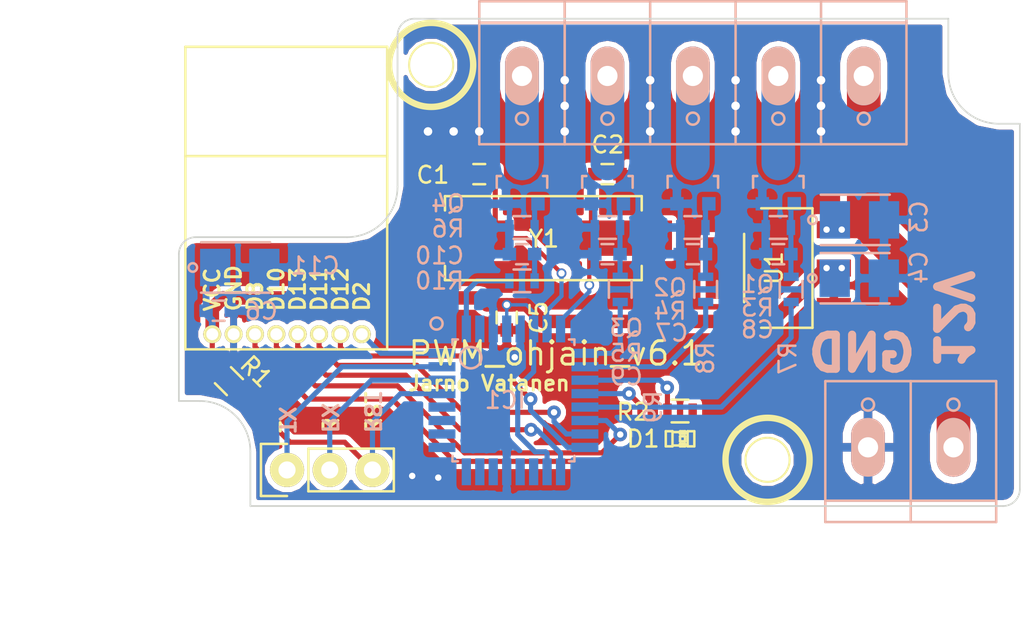
<source format=kicad_pcb>
(kicad_pcb (version 4) (host pcbnew 4.0.0-rc1-stable)

  (general
    (links 73)
    (no_connects 0)
    (area 121.000001 81.7266 182.250001 123.700001)
    (thickness 1.6)
    (drawings 39)
    (tracks 268)
    (zones 0)
    (modules 35)
    (nets 29)
  )

  (page A4)
  (layers
    (0 F.Cu signal)
    (31 B.Cu signal)
    (32 B.Adhes user)
    (33 F.Adhes user)
    (34 B.Paste user)
    (35 F.Paste user)
    (36 B.SilkS user)
    (37 F.SilkS user)
    (38 B.Mask user)
    (39 F.Mask user)
    (40 Dwgs.User user)
    (41 Cmts.User user)
    (42 Eco1.User user)
    (43 Eco2.User user)
    (44 Edge.Cuts user)
    (45 Margin user)
    (46 B.CrtYd user)
    (47 F.CrtYd user)
    (48 B.Fab user)
    (49 F.Fab user)
  )

  (setup
    (last_trace_width 0.2032)
    (user_trace_width 0.127)
    (user_trace_width 0.2032)
    (user_trace_width 0.254)
    (user_trace_width 0.3048)
    (user_trace_width 0.4064)
    (user_trace_width 0.8001)
    (user_trace_width 0.8128)
    (user_trace_width 1.016)
    (user_trace_width 1.27)
    (user_trace_width 1.99898)
    (user_trace_width 2.54)
    (trace_clearance 0.2032)
    (zone_clearance 0.3048)
    (zone_45_only no)
    (trace_min 0.03048)
    (segment_width 1.99898)
    (edge_width 0.1)
    (via_size 0.5842)
    (via_drill 0.381)
    (via_min_size 0.508)
    (via_min_drill 0.3048)
    (user_via 0.762 0.3556)
    (user_via 0.8128 0.381)
    (user_via 1.1176 0.508)
    (uvia_size 0.2794)
    (uvia_drill 0.127)
    (uvias_allowed no)
    (uvia_min_size 0.2032)
    (uvia_min_drill 0.1016)
    (pcb_text_width 0.3)
    (pcb_text_size 1.5 1.5)
    (mod_edge_width 0.15)
    (mod_text_size 1 1)
    (mod_text_width 0.15)
    (pad_size 1.016 2.032)
    (pad_drill 0)
    (pad_to_mask_clearance 0)
    (aux_axis_origin 0 0)
    (visible_elements 7FFEDF7F)
    (pcbplotparams
      (layerselection 0x01000_00000000)
      (usegerberextensions false)
      (excludeedgelayer false)
      (linewidth 0.100000)
      (plotframeref false)
      (viasonmask false)
      (mode 1)
      (useauxorigin false)
      (hpglpennumber 1)
      (hpglpenspeed 20)
      (hpglpendiameter 15)
      (hpglpenoverlay 2)
      (psnegative false)
      (psa4output false)
      (plotreference true)
      (plotvalue false)
      (plotinvisibletext false)
      (padsonsilk false)
      (subtractmaskfromsilk false)
      (outputformat 5)
      (mirror false)
      (drillshape 0)
      (scaleselection 1)
      (outputdirectory Gerber/))
  )

  (net 0 "")
  (net 1 /XTAL1)
  (net 2 GND)
  (net 3 /XTAL2)
  (net 4 +12V)
  (net 5 +3V3)
  (net 6 "Net-(D1-Pad1)")
  (net 7 /LED)
  (net 8 /D8)
  (net 9 /D10)
  (net 10 /D11)
  (net 11 /D12)
  (net 12 /D13)
  (net 13 /RST)
  (net 14 /RX)
  (net 15 /TX)
  (net 16 /D2)
  (net 17 /OUT3)
  (net 18 /OUT4)
  (net 19 /OUT2)
  (net 20 /OUT1)
  (net 21 "Net-(C7-Pad2)")
  (net 22 "Net-(C8-Pad2)")
  (net 23 "Net-(C9-Pad2)")
  (net 24 "Net-(C10-Pad2)")
  (net 25 /PWM4)
  (net 26 /PWM3)
  (net 27 /PWM2)
  (net 28 /PWM1)

  (net_class Default "Tämä on oletuskytkentäverkkoluokka."
    (clearance 0.2032)
    (trace_width 0.2032)
    (via_dia 0.5842)
    (via_drill 0.381)
    (uvia_dia 0.2794)
    (uvia_drill 0.127)
    (add_net +3V3)
    (add_net /D10)
    (add_net /D11)
    (add_net /D12)
    (add_net /D13)
    (add_net /D2)
    (add_net /D8)
    (add_net /LED)
    (add_net /OUT1)
    (add_net /OUT2)
    (add_net /OUT3)
    (add_net /OUT4)
    (add_net /PWM1)
    (add_net /PWM2)
    (add_net /PWM3)
    (add_net /PWM4)
    (add_net /RST)
    (add_net /RX)
    (add_net /TX)
    (add_net /XTAL1)
    (add_net /XTAL2)
    (add_net GND)
    (add_net "Net-(C10-Pad2)")
    (add_net "Net-(C7-Pad2)")
    (add_net "Net-(C8-Pad2)")
    (add_net "Net-(C9-Pad2)")
    (add_net "Net-(D1-Pad1)")
  )

  (net_class 12V ""
    (clearance 0.4064)
    (trace_width 0.2032)
    (via_dia 0.5842)
    (via_drill 0.381)
    (uvia_dia 0.2794)
    (uvia_drill 0.127)
    (add_net +12V)
  )

  (module PWM_ohjain:Terminal_Block_5pin_RuggedPads (layer B.Cu) (tedit 5538B3FD) (tstamp 5521C49A)
    (at 162.56 89.408 180)
    (descr "WAGO, Serie 734, Socket, Stiftleiste, 2 polig, 2 pin, rugged Pads, straight, gerade, Date 05Jul2010,")
    (tags "WAGO, Serie 734, Socket, Stiftleiste, 2 polig, 2 pin, rugged Pads, straight, gerade, Date 05Jul2010,")
    (path /5521A80D)
    (fp_text reference P4 (at 0 6.35 180) (layer B.SilkS) hide
      (effects (font (size 1 1) (thickness 0.15)) (justify mirror))
    )
    (fp_text value CONN_01X05 (at 0 -4.445 180) (layer B.Fab)
      (effects (font (size 1 1) (thickness 0.15)) (justify mirror))
    )
    (fp_line (start -12.7 4.445) (end -12.7 -4.064) (layer B.SilkS) (width 0.15))
    (fp_line (start 12.7 -4.064) (end -12.7 -4.064) (layer B.SilkS) (width 0.15))
    (fp_line (start -12.7 3.175) (end 12.7 3.175) (layer B.SilkS) (width 0.15))
    (fp_line (start -12.7 4.445) (end 12.7 4.445) (layer B.SilkS) (width 0.15))
    (fp_circle (center -10.16 -2.54) (end -9.906 -2.286) (layer B.SilkS) (width 0.15))
    (fp_circle (center 10.16 -2.54) (end 10.414 -2.286) (layer B.SilkS) (width 0.15))
    (fp_circle (center 5.08 -2.54) (end 5.334 -2.286) (layer B.SilkS) (width 0.15))
    (fp_circle (center -5.08 -2.54) (end -4.826 -2.286) (layer B.SilkS) (width 0.15))
    (fp_circle (center 0 -2.54) (end 0.254 -2.286) (layer B.SilkS) (width 0.15))
    (fp_line (start -7.62 4.445) (end -7.62 -4.064) (layer B.SilkS) (width 0.15))
    (fp_line (start -2.54 4.445) (end -2.54 -4.064) (layer B.SilkS) (width 0.15))
    (fp_line (start 2.54 4.445) (end 2.54 -4.064) (layer B.SilkS) (width 0.15))
    (fp_line (start 7.62 4.445) (end 7.62 -4.064) (layer B.SilkS) (width 0.15))
    (fp_line (start 7.62 4.445) (end 7.62 -4.064) (layer B.SilkS) (width 0.15))
    (fp_line (start 12.7 4.445) (end 12.7 -4.064) (layer B.SilkS) (width 0.15))
    (pad 1 thru_hole oval (at -10.16 0 180) (size 1.99898 3.50012) (drill 1.19888) (layers *.Cu *.Mask B.SilkS)
      (net 4 +12V))
    (pad 4 thru_hole oval (at 5.08 0 180) (size 1.99898 3.50012) (drill 1.19888) (layers *.Cu *.Mask B.SilkS)
      (net 17 /OUT3))
    (pad 5 thru_hole oval (at 10.16 0 180) (size 1.99898 3.50012) (drill 1.19888) (layers *.Cu *.Mask B.SilkS)
      (net 18 /OUT4))
    (pad 3 thru_hole oval (at 0 0 180) (size 1.99898 3.50012) (drill 1.19888) (layers *.Cu *.Mask B.SilkS)
      (net 19 /OUT2))
    (pad 2 thru_hole oval (at -5.08 0 180) (size 1.99898 3.50012) (drill 1.19888) (layers *.Cu *.Mask B.SilkS)
      (net 20 /OUT1))
  )

  (module PWM_ohjain:Terminal_Block_2pin_RuggedPads (layer B.Cu) (tedit 553424AD) (tstamp 5521C47B)
    (at 175.514 111.506)
    (descr "WAGO, Serie 734, Socket, Stiftleiste, 2 polig, 2 pin, rugged Pads, straight, gerade, Date 05Jul2010,")
    (tags "WAGO, Serie 734, Socket, Stiftleiste, 2 polig, 2 pin, rugged Pads, straight, gerade, Date 05Jul2010,")
    (path /5521A7E1)
    (fp_text reference P3 (at 0 6.35) (layer B.SilkS) hide
      (effects (font (size 1 1) (thickness 0.15)) (justify mirror))
    )
    (fp_text value CONN_01X02 (at 0 -4.445) (layer B.Fab)
      (effects (font (size 1 1) (thickness 0.15)) (justify mirror))
    )
    (fp_line (start 5.08 3.175) (end 5.08 4.445) (layer B.SilkS) (width 0.15))
    (fp_line (start 5.08 -3.937) (end 5.08 -3.175) (layer B.SilkS) (width 0.15))
    (fp_line (start 0 -3.175) (end 0 -3.937) (layer B.SilkS) (width 0.15))
    (fp_line (start 0 3.175) (end 0 4.445) (layer B.SilkS) (width 0.15))
    (fp_line (start -5.08 3.175) (end -5.08 4.445) (layer B.SilkS) (width 0.15))
    (fp_line (start -5.08 -3.937) (end -5.08 -3.175) (layer B.SilkS) (width 0.15))
    (fp_line (start 0 3.175) (end 0 -3.175) (layer B.SilkS) (width 0.15))
    (fp_circle (center -2.54 -2.54) (end -2.286 -2.286) (layer B.SilkS) (width 0.15))
    (fp_circle (center 2.54 -2.54) (end 2.794 -2.286) (layer B.SilkS) (width 0.15))
    (fp_line (start 5.08 3.175) (end -5.08 3.175) (layer B.SilkS) (width 0.15))
    (fp_line (start 5.08 4.445) (end -5.08 4.445) (layer B.SilkS) (width 0.15))
    (fp_line (start -5.08 3.175) (end -5.08 -3.175) (layer B.SilkS) (width 0.15))
    (fp_line (start -5.08 -3.937) (end 5.08 -3.937) (layer B.SilkS) (width 0.15))
    (fp_line (start 5.08 3.175) (end 5.08 -3.175) (layer B.SilkS) (width 0.15))
    (pad 1 thru_hole oval (at 2.54 0) (size 1.99898 3.50012) (drill 1.19888) (layers *.Cu *.Mask B.SilkS)
      (net 4 +12V))
    (pad 2 thru_hole oval (at -2.54 0) (size 1.99898 3.50012) (drill 1.19888) (layers *.Cu *.Mask B.SilkS)
      (net 2 GND))
  )

  (module Mounting_Holes:MountingHole_2-5mm locked (layer F.Cu) (tedit 5534236B) (tstamp 552181A1)
    (at 167 112.25)
    (descr "Mounting hole, Befestigungsbohrung, 2,5mm, No Annular, Kein Restring,")
    (tags "Mounting hole, Befestigungsbohrung, 2,5mm, No Annular, Kein Restring,")
    (fp_text reference REF** (at -0.09 0.018) (layer F.SilkS) hide
      (effects (font (size 1 1) (thickness 0.15)))
    )
    (fp_text value MountingHole_2-5mm (at 0.09906 3.59918) (layer F.Fab)
      (effects (font (size 1 1) (thickness 0.15)))
    )
    (fp_circle (center 0 0) (end 0 1.3) (layer F.SilkS) (width 0.15))
    (fp_circle (center 0 0) (end 2.5 0) (layer F.SilkS) (width 0.381))
    (pad 1 thru_hole circle (at 0 0) (size 2.5 2.5) (drill 2.5) (layers))
  )

  (module Mounting_Holes:MountingHole_2-5mm locked (layer F.Cu) (tedit 5534210F) (tstamp 55218315)
    (at 147 88.75)
    (descr "Mounting hole, Befestigungsbohrung, 2,5mm, No Annular, Kein Restring,")
    (tags "Mounting hole, Befestigungsbohrung, 2,5mm, No Annular, Kein Restring,")
    (fp_text reference REF** (at 0.098 -0.104) (layer F.SilkS) hide
      (effects (font (size 1 1) (thickness 0.15)))
    )
    (fp_text value MountingHole_2-5mm (at 0.09906 3.59918) (layer F.Fab)
      (effects (font (size 1 1) (thickness 0.15)))
    )
    (fp_circle (center 0 0) (end -1.3 0) (layer F.SilkS) (width 0.15))
    (fp_circle (center 0 0) (end 2.5 0) (layer F.SilkS) (width 0.381))
    (pad 1 thru_hole circle (at 0 0) (size 2.5 2.5) (drill 2.5) (layers))
  )

  (module Crystals:Crystal_HC49-SD_SMD locked (layer F.Cu) (tedit 55F06081) (tstamp 5521BAA9)
    (at 153.67 99.06)
    (descr "Crystal, Quarz, HC49-SD, SMD,")
    (tags "Crystal, Quarz, HC49-SD, SMD,")
    (path /5521BA96)
    (attr smd)
    (fp_text reference Y1 (at 0.03 0.04 180) (layer F.SilkS)
      (effects (font (size 1 1) (thickness 0.15)))
    )
    (fp_text value 16MHz (at 2.54 5.08) (layer F.Fab)
      (effects (font (size 1 1) (thickness 0.15)))
    )
    (fp_line (start -5.84962 2.49936) (end 5.84962 2.49936) (layer F.SilkS) (width 0.15))
    (fp_line (start 5.84962 -2.49936) (end -5.84962 -2.49936) (layer F.SilkS) (width 0.15))
    (fp_line (start 5.84962 2.49936) (end 5.84962 1.651) (layer F.SilkS) (width 0.15))
    (fp_line (start 5.84962 -2.49936) (end 5.84962 -1.651) (layer F.SilkS) (width 0.15))
    (fp_line (start -5.84962 2.49936) (end -5.84962 1.651) (layer F.SilkS) (width 0.15))
    (fp_line (start -5.84962 -2.49936) (end -5.84962 -1.651) (layer F.SilkS) (width 0.15))
    (pad 1 smd rect (at -4.84886 0) (size 5.6007 2.10058) (layers F.Cu F.Paste F.Mask)
      (net 1 /XTAL1))
    (pad 2 smd rect (at 4.84886 0) (size 5.6007 2.10058) (layers F.Cu F.Paste F.Mask)
      (net 3 /XTAL2))
  )

  (module SMD_Packages:SOT-223 (layer F.Cu) (tedit 55A94FA4) (tstamp 5521BAA3)
    (at 167.64 100.838 90)
    (descr "module CMS SOT223 4 pins")
    (tags "CMS SOT")
    (path /55217546)
    (attr smd)
    (fp_text reference U1 (at 0 -0.254 90) (layer F.SilkS)
      (effects (font (size 1 1) (thickness 0.15)))
    )
    (fp_text value ASM1117-3.3 (at 0 0.762 90) (layer F.Fab)
      (effects (font (size 1 1) (thickness 0.15)))
    )
    (fp_line (start -3.556 -1.016) (end -3.556 2.032) (layer F.SilkS) (width 0.15))
    (fp_line (start -3.556 2.032) (end 3.556 2.032) (layer F.SilkS) (width 0.15))
    (fp_line (start 3.556 2.032) (end 3.556 -1.016) (layer F.SilkS) (width 0.15))
    (fp_line (start -2.032 -2.032) (end 2.032 -2.032) (layer F.SilkS) (width 0.15))
    (pad 4 smd rect (at 0 -3.302 90) (size 3.6576 2.032) (layers F.Cu F.Paste F.Mask))
    (pad 2 smd rect (at 0 3.302 90) (size 1.016 2.032) (layers F.Cu F.Paste F.Mask)
      (net 5 +3V3))
    (pad 3 smd rect (at 2.286 3.302 90) (size 1.016 2.032) (layers F.Cu F.Paste F.Mask)
      (net 4 +12V))
    (pad 1 smd rect (at -2.286 3.302 90) (size 1.016 2.032) (layers F.Cu F.Paste F.Mask)
      (net 2 GND))
    (model SMD_Packages.3dshapes/SOT-223.wrl
      (at (xyz 0 0 0))
      (scale (xyz 0.4 0.4 0.4))
      (rotate (xyz 0 0 0))
    )
  )

  (module Pin_Headers:Pin_Header_Straight_1x03 (layer F.Cu) (tedit 55251125) (tstamp 5521C46D)
    (at 138.43 112.8522 90)
    (descr "Through hole pin header")
    (tags "pin header")
    (path /5521CD12)
    (fp_text reference P1 (at 0.3302 -5.08 90) (layer F.SilkS) hide
      (effects (font (size 1 1) (thickness 0.15)))
    )
    (fp_text value CONN_01X03 (at 0 -3.1 90) (layer F.Fab)
      (effects (font (size 1 1) (thickness 0.15)))
    )
    (fp_line (start -1.75 -1.75) (end -1.75 6.85) (layer F.CrtYd) (width 0.05))
    (fp_line (start 1.75 -1.75) (end 1.75 6.85) (layer F.CrtYd) (width 0.05))
    (fp_line (start -1.75 -1.75) (end 1.75 -1.75) (layer F.CrtYd) (width 0.05))
    (fp_line (start -1.75 6.85) (end 1.75 6.85) (layer F.CrtYd) (width 0.05))
    (fp_line (start -1.27 1.27) (end -1.27 6.35) (layer F.SilkS) (width 0.15))
    (fp_line (start -1.27 6.35) (end 1.27 6.35) (layer F.SilkS) (width 0.15))
    (fp_line (start 1.27 6.35) (end 1.27 1.27) (layer F.SilkS) (width 0.15))
    (fp_line (start 1.55 -1.55) (end 1.55 0) (layer F.SilkS) (width 0.15))
    (fp_line (start 1.27 1.27) (end -1.27 1.27) (layer F.SilkS) (width 0.15))
    (fp_line (start -1.55 0) (end -1.55 -1.55) (layer F.SilkS) (width 0.15))
    (fp_line (start -1.55 -1.55) (end 1.55 -1.55) (layer F.SilkS) (width 0.15))
    (pad 1 thru_hole circle (at 0 0 90) (size 2.032 2.032) (drill 1.016) (layers *.Cu *.Mask F.SilkS)
      (net 15 /TX))
    (pad 2 thru_hole circle (at 0 2.54 90) (size 2.032 2.032) (drill 1.016) (layers *.Cu *.Mask F.SilkS)
      (net 14 /RX))
    (pad 3 thru_hole circle (at 0 5.08 90) (size 2.032 2.032) (drill 1.016) (layers *.Cu *.Mask F.SilkS)
      (net 13 /RST))
    (model Pin_Headers.3dshapes/Pin_Header_Straight_1x03.wrl
      (at (xyz 0 -0.1 0))
      (scale (xyz 1 1 1))
      (rotate (xyz 0 0 90))
    )
  )

  (module PWM_ohjain:nrf24l01_mini (layer F.Cu) (tedit 55250959) (tstamp 552426A9)
    (at 133.985 104.775)
    (path /552421D1)
    (fp_text reference P5 (at 4.6 1.9) (layer F.SilkS) hide
      (effects (font (size 1 1) (thickness 0.15)))
    )
    (fp_text value CONN_01X08 (at 4.4 -2.9) (layer F.Fab)
      (effects (font (size 1 1) (thickness 0.15)))
    )
    (fp_line (start -1.6 -10.6) (end 10.4 -10.6) (layer F.SilkS) (width 0.15))
    (fp_line (start -1.6 0.9) (end -1.6 -17.1) (layer F.SilkS) (width 0.15))
    (fp_line (start 10.4 0.9) (end -1.6 0.9) (layer F.SilkS) (width 0.15))
    (fp_line (start 10.4 -17.1) (end 10.4 0.9) (layer F.SilkS) (width 0.15))
    (fp_line (start -1.6 -17.1) (end 10.4 -17.1) (layer F.SilkS) (width 0.15))
    (pad 8 thru_hole circle (at 8.89 0) (size 1.0668 1.0668) (drill 0.7112) (layers *.Cu *.Mask F.SilkS)
      (net 16 /D2))
    (pad 7 thru_hole circle (at 7.62 0) (size 1.0668 1.0668) (drill 0.7112) (layers *.Cu *.Mask F.SilkS)
      (net 11 /D12))
    (pad 5 thru_hole circle (at 5.08 0) (size 1.0668 1.0668) (drill 0.7112) (layers *.Cu *.Mask F.SilkS)
      (net 12 /D13))
    (pad 6 thru_hole circle (at 6.35 0) (size 1.0668 1.0668) (drill 0.7112) (layers *.Cu *.Mask F.SilkS)
      (net 10 /D11))
    (pad 2 thru_hole circle (at 1.27 0) (size 1.0668 1.0668) (drill 0.7112) (layers *.Cu *.Mask F.SilkS)
      (net 2 GND))
    (pad 1 thru_hole circle (at 0 0) (size 1.0668 1.0668) (drill 0.7112) (layers *.Cu *.Mask F.SilkS)
      (net 5 +3V3))
    (pad 3 thru_hole circle (at 2.54 0) (size 1.0668 1.0668) (drill 0.7112) (layers *.Cu *.Mask F.SilkS)
      (net 8 /D8))
    (pad 4 thru_hole circle (at 3.81 0) (size 1.0668 1.0668) (drill 0.7112) (layers *.Cu *.Mask F.SilkS)
      (net 9 /D10))
  )

  (module LEDs:LED-0603 (layer F.Cu) (tedit 55F06071) (tstamp 55A0302B)
    (at 161.798 110.998 180)
    (descr "LED 0603 smd package")
    (tags "LED led 0603 SMD smd SMT smt smdled SMDLED smtled SMTLED")
    (path /5521B760)
    (attr smd)
    (fp_text reference D1 (at 2.198 -0.002 180) (layer F.SilkS)
      (effects (font (size 1 1) (thickness 0.15)))
    )
    (fp_text value LED (at 0 1.2 180) (layer F.Fab)
      (effects (font (size 1 1) (thickness 0.15)))
    )
    (fp_line (start -0.44958 -0.44958) (end -0.44958 0.44958) (layer F.SilkS) (width 0.15))
    (fp_line (start -0.44958 0.44958) (end -0.84836 0.44958) (layer F.SilkS) (width 0.15))
    (fp_line (start -0.84836 -0.44958) (end -0.84836 0.44958) (layer F.SilkS) (width 0.15))
    (fp_line (start -0.44958 -0.44958) (end -0.84836 -0.44958) (layer F.SilkS) (width 0.15))
    (fp_line (start 0.84836 -0.44958) (end 0.84836 0.44958) (layer F.SilkS) (width 0.15))
    (fp_line (start 0.84836 0.44958) (end 0.44958 0.44958) (layer F.SilkS) (width 0.15))
    (fp_line (start 0.44958 -0.44958) (end 0.44958 0.44958) (layer F.SilkS) (width 0.15))
    (fp_line (start 0.84836 -0.44958) (end 0.44958 -0.44958) (layer F.SilkS) (width 0.15))
    (fp_line (start 0 -0.44958) (end 0 -0.29972) (layer F.SilkS) (width 0.15))
    (fp_line (start 0 -0.29972) (end -0.29972 -0.29972) (layer F.SilkS) (width 0.15))
    (fp_line (start -0.29972 -0.44958) (end -0.29972 -0.29972) (layer F.SilkS) (width 0.15))
    (fp_line (start 0 -0.44958) (end -0.29972 -0.44958) (layer F.SilkS) (width 0.15))
    (fp_line (start 0 0.29972) (end 0 0.44958) (layer F.SilkS) (width 0.15))
    (fp_line (start 0 0.44958) (end -0.29972 0.44958) (layer F.SilkS) (width 0.15))
    (fp_line (start -0.29972 0.29972) (end -0.29972 0.44958) (layer F.SilkS) (width 0.15))
    (fp_line (start 0 0.29972) (end -0.29972 0.29972) (layer F.SilkS) (width 0.15))
    (fp_line (start 0 -0.14986) (end 0 0.14986) (layer F.SilkS) (width 0.15))
    (fp_line (start 0 0.14986) (end -0.29972 0.14986) (layer F.SilkS) (width 0.15))
    (fp_line (start -0.29972 -0.14986) (end -0.29972 0.14986) (layer F.SilkS) (width 0.15))
    (fp_line (start 0 -0.14986) (end -0.29972 -0.14986) (layer F.SilkS) (width 0.15))
    (fp_line (start -0.44958 -0.39878) (end 0.44958 -0.39878) (layer F.SilkS) (width 0.15))
    (fp_line (start -0.44958 0.39878) (end 0.44958 0.39878) (layer F.SilkS) (width 0.15))
    (pad 2 smd rect (at 0.7493 0) (size 0.79756 0.79756) (layers F.Cu F.Paste F.Mask)
      (net 2 GND))
    (pad 1 smd rect (at -0.7493 0) (size 0.79756 0.79756) (layers F.Cu F.Paste F.Mask)
      (net 6 "Net-(D1-Pad1)"))
  )

  (module Capacitors_SMD:C_0603 (layer F.Cu) (tedit 55F06066) (tstamp 55A94677)
    (at 149.86 95.25 180)
    (descr "Capacitor SMD 0603, reflow soldering, AVX (see smccp.pdf)")
    (tags "capacitor 0603")
    (path /5521BA38)
    (attr smd)
    (fp_text reference C1 (at 2.76 -0.05 180) (layer F.SilkS)
      (effects (font (size 1 1) (thickness 0.15)))
    )
    (fp_text value 22pF (at 0 1.9 180) (layer F.Fab)
      (effects (font (size 1 1) (thickness 0.15)))
    )
    (fp_line (start -1.45 -0.75) (end 1.45 -0.75) (layer F.CrtYd) (width 0.05))
    (fp_line (start -1.45 0.75) (end 1.45 0.75) (layer F.CrtYd) (width 0.05))
    (fp_line (start -1.45 -0.75) (end -1.45 0.75) (layer F.CrtYd) (width 0.05))
    (fp_line (start 1.45 -0.75) (end 1.45 0.75) (layer F.CrtYd) (width 0.05))
    (fp_line (start -0.35 -0.6) (end 0.35 -0.6) (layer F.SilkS) (width 0.15))
    (fp_line (start 0.35 0.6) (end -0.35 0.6) (layer F.SilkS) (width 0.15))
    (pad 1 smd rect (at -0.75 0 180) (size 0.8 0.75) (layers F.Cu F.Paste F.Mask)
      (net 1 /XTAL1))
    (pad 2 smd rect (at 0.75 0 180) (size 0.8 0.75) (layers F.Cu F.Paste F.Mask)
      (net 2 GND))
    (model Capacitors_SMD.3dshapes/C_0603.wrl
      (at (xyz 0 0 0))
      (scale (xyz 1 1 1))
      (rotate (xyz 0 0 0))
    )
  )

  (module Capacitors_SMD:C_0603 (layer F.Cu) (tedit 55F05E8D) (tstamp 55A94801)
    (at 157.48 95.25)
    (descr "Capacitor SMD 0603, reflow soldering, AVX (see smccp.pdf)")
    (tags "capacitor 0603")
    (path /5521BA6C)
    (attr smd)
    (fp_text reference C2 (at 0.02 -1.75) (layer F.SilkS)
      (effects (font (size 1 1) (thickness 0.15)))
    )
    (fp_text value 22pF (at 0 1.9) (layer F.Fab)
      (effects (font (size 1 1) (thickness 0.15)))
    )
    (fp_line (start -1.45 -0.75) (end 1.45 -0.75) (layer F.CrtYd) (width 0.05))
    (fp_line (start -1.45 0.75) (end 1.45 0.75) (layer F.CrtYd) (width 0.05))
    (fp_line (start -1.45 -0.75) (end -1.45 0.75) (layer F.CrtYd) (width 0.05))
    (fp_line (start 1.45 -0.75) (end 1.45 0.75) (layer F.CrtYd) (width 0.05))
    (fp_line (start -0.35 -0.6) (end 0.35 -0.6) (layer F.SilkS) (width 0.15))
    (fp_line (start 0.35 0.6) (end -0.35 0.6) (layer F.SilkS) (width 0.15))
    (pad 1 smd rect (at -0.75 0) (size 0.8 0.75) (layers F.Cu F.Paste F.Mask)
      (net 3 /XTAL2))
    (pad 2 smd rect (at 0.75 0) (size 0.8 0.75) (layers F.Cu F.Paste F.Mask)
      (net 2 GND))
    (model Capacitors_SMD.3dshapes/C_0603.wrl
      (at (xyz 0 0 0))
      (scale (xyz 1 1 1))
      (rotate (xyz 0 0 0))
    )
  )

  (module Capacitors_SMD:C_0603 (layer F.Cu) (tedit 5415D631) (tstamp 55A9480B)
    (at 151.49322 103.77678 270)
    (descr "Capacitor SMD 0603, reflow soldering, AVX (see smccp.pdf)")
    (tags "capacitor 0603")
    (path /55256EB9)
    (attr smd)
    (fp_text reference C5 (at 0 -1.9 270) (layer F.SilkS)
      (effects (font (size 1 1) (thickness 0.15)))
    )
    (fp_text value C (at 0 1.9 270) (layer F.Fab)
      (effects (font (size 1 1) (thickness 0.15)))
    )
    (fp_line (start -1.45 -0.75) (end 1.45 -0.75) (layer F.CrtYd) (width 0.05))
    (fp_line (start -1.45 0.75) (end 1.45 0.75) (layer F.CrtYd) (width 0.05))
    (fp_line (start -1.45 -0.75) (end -1.45 0.75) (layer F.CrtYd) (width 0.05))
    (fp_line (start 1.45 -0.75) (end 1.45 0.75) (layer F.CrtYd) (width 0.05))
    (fp_line (start -0.35 -0.6) (end 0.35 -0.6) (layer F.SilkS) (width 0.15))
    (fp_line (start 0.35 0.6) (end -0.35 0.6) (layer F.SilkS) (width 0.15))
    (pad 1 smd rect (at -0.75 0 270) (size 0.8 0.75) (layers F.Cu F.Paste F.Mask)
      (net 5 +3V3))
    (pad 2 smd rect (at 0.75 0 270) (size 0.8 0.75) (layers F.Cu F.Paste F.Mask)
      (net 2 GND))
    (model Capacitors_SMD.3dshapes/C_0603.wrl
      (at (xyz 0 0 0))
      (scale (xyz 1 1 1))
      (rotate (xyz 0 0 0))
    )
  )

  (module Capacitors_SMD:C_0603 (layer B.Cu) (tedit 55F05F0B) (tstamp 55A94810)
    (at 134.366 103.378 180)
    (descr "Capacitor SMD 0603, reflow soldering, AVX (see smccp.pdf)")
    (tags "capacitor 0603")
    (path /55256FA2)
    (attr smd)
    (fp_text reference C6 (at -2.534 -0.022 180) (layer B.SilkS)
      (effects (font (size 1 1) (thickness 0.15)) (justify mirror))
    )
    (fp_text value C (at 0 -1.9 180) (layer B.Fab)
      (effects (font (size 1 1) (thickness 0.15)) (justify mirror))
    )
    (fp_line (start -1.45 0.75) (end 1.45 0.75) (layer B.CrtYd) (width 0.05))
    (fp_line (start -1.45 -0.75) (end 1.45 -0.75) (layer B.CrtYd) (width 0.05))
    (fp_line (start -1.45 0.75) (end -1.45 -0.75) (layer B.CrtYd) (width 0.05))
    (fp_line (start 1.45 0.75) (end 1.45 -0.75) (layer B.CrtYd) (width 0.05))
    (fp_line (start -0.35 0.6) (end 0.35 0.6) (layer B.SilkS) (width 0.15))
    (fp_line (start 0.35 -0.6) (end -0.35 -0.6) (layer B.SilkS) (width 0.15))
    (pad 1 smd rect (at -0.75 0 180) (size 0.8 0.75) (layers B.Cu B.Paste B.Mask)
      (net 2 GND))
    (pad 2 smd rect (at 0.75 0 180) (size 0.8 0.75) (layers B.Cu B.Paste B.Mask)
      (net 5 +3V3))
    (model Capacitors_SMD.3dshapes/C_0603.wrl
      (at (xyz 0 0 0))
      (scale (xyz 1 1 1))
      (rotate (xyz 0 0 0))
    )
  )

  (module Capacitors_SMD:C_0603 (layer B.Cu) (tedit 55F05F8A) (tstamp 55A94815)
    (at 162.56 100.0125)
    (descr "Capacitor SMD 0603, reflow soldering, AVX (see smccp.pdf)")
    (tags "capacitor 0603")
    (path /55A0306C)
    (attr smd)
    (fp_text reference C7 (at -1.26 4.6875) (layer B.SilkS)
      (effects (font (size 1 1) (thickness 0.15)) (justify mirror))
    )
    (fp_text value C (at 0 -1.9) (layer B.Fab)
      (effects (font (size 1 1) (thickness 0.15)) (justify mirror))
    )
    (fp_line (start -1.45 0.75) (end 1.45 0.75) (layer B.CrtYd) (width 0.05))
    (fp_line (start -1.45 -0.75) (end 1.45 -0.75) (layer B.CrtYd) (width 0.05))
    (fp_line (start -1.45 0.75) (end -1.45 -0.75) (layer B.CrtYd) (width 0.05))
    (fp_line (start 1.45 0.75) (end 1.45 -0.75) (layer B.CrtYd) (width 0.05))
    (fp_line (start -0.35 0.6) (end 0.35 0.6) (layer B.SilkS) (width 0.15))
    (fp_line (start 0.35 -0.6) (end -0.35 -0.6) (layer B.SilkS) (width 0.15))
    (pad 1 smd rect (at -0.75 0) (size 0.8 0.75) (layers B.Cu B.Paste B.Mask)
      (net 2 GND))
    (pad 2 smd rect (at 0.75 0) (size 0.8 0.75) (layers B.Cu B.Paste B.Mask)
      (net 21 "Net-(C7-Pad2)"))
    (model Capacitors_SMD.3dshapes/C_0603.wrl
      (at (xyz 0 0 0))
      (scale (xyz 1 1 1))
      (rotate (xyz 0 0 0))
    )
  )

  (module Capacitors_SMD:C_0603 (layer B.Cu) (tedit 55F05F63) (tstamp 55A9481A)
    (at 167.64 100.0125)
    (descr "Capacitor SMD 0603, reflow soldering, AVX (see smccp.pdf)")
    (tags "capacitor 0603")
    (path /55A03006)
    (attr smd)
    (fp_text reference C8 (at -1.24 4.4875) (layer B.SilkS)
      (effects (font (size 1 1) (thickness 0.15)) (justify mirror))
    )
    (fp_text value C (at 0 -1.9) (layer B.Fab)
      (effects (font (size 1 1) (thickness 0.15)) (justify mirror))
    )
    (fp_line (start -1.45 0.75) (end 1.45 0.75) (layer B.CrtYd) (width 0.05))
    (fp_line (start -1.45 -0.75) (end 1.45 -0.75) (layer B.CrtYd) (width 0.05))
    (fp_line (start -1.45 0.75) (end -1.45 -0.75) (layer B.CrtYd) (width 0.05))
    (fp_line (start 1.45 0.75) (end 1.45 -0.75) (layer B.CrtYd) (width 0.05))
    (fp_line (start -0.35 0.6) (end 0.35 0.6) (layer B.SilkS) (width 0.15))
    (fp_line (start 0.35 -0.6) (end -0.35 -0.6) (layer B.SilkS) (width 0.15))
    (pad 1 smd rect (at -0.75 0) (size 0.8 0.75) (layers B.Cu B.Paste B.Mask)
      (net 2 GND))
    (pad 2 smd rect (at 0.75 0) (size 0.8 0.75) (layers B.Cu B.Paste B.Mask)
      (net 22 "Net-(C8-Pad2)"))
    (model Capacitors_SMD.3dshapes/C_0603.wrl
      (at (xyz 0 0 0))
      (scale (xyz 1 1 1))
      (rotate (xyz 0 0 0))
    )
  )

  (module Capacitors_SMD:C_0603 (layer B.Cu) (tedit 55F05FCA) (tstamp 55A9481F)
    (at 157.48 100.0125)
    (descr "Capacitor SMD 0603, reflow soldering, AVX (see smccp.pdf)")
    (tags "capacitor 0603")
    (path /55A030D6)
    (attr smd)
    (fp_text reference C9 (at 1.12 7.2875) (layer B.SilkS)
      (effects (font (size 1 1) (thickness 0.15)) (justify mirror))
    )
    (fp_text value C (at 0 -1.9) (layer B.Fab)
      (effects (font (size 1 1) (thickness 0.15)) (justify mirror))
    )
    (fp_line (start -1.45 0.75) (end 1.45 0.75) (layer B.CrtYd) (width 0.05))
    (fp_line (start -1.45 -0.75) (end 1.45 -0.75) (layer B.CrtYd) (width 0.05))
    (fp_line (start -1.45 0.75) (end -1.45 -0.75) (layer B.CrtYd) (width 0.05))
    (fp_line (start 1.45 0.75) (end 1.45 -0.75) (layer B.CrtYd) (width 0.05))
    (fp_line (start -0.35 0.6) (end 0.35 0.6) (layer B.SilkS) (width 0.15))
    (fp_line (start 0.35 -0.6) (end -0.35 -0.6) (layer B.SilkS) (width 0.15))
    (pad 1 smd rect (at -0.75 0) (size 0.8 0.75) (layers B.Cu B.Paste B.Mask)
      (net 2 GND))
    (pad 2 smd rect (at 0.75 0) (size 0.8 0.75) (layers B.Cu B.Paste B.Mask)
      (net 23 "Net-(C9-Pad2)"))
    (model Capacitors_SMD.3dshapes/C_0603.wrl
      (at (xyz 0 0 0))
      (scale (xyz 1 1 1))
      (rotate (xyz 0 0 0))
    )
  )

  (module Capacitors_SMD:C_0603 (layer B.Cu) (tedit 55F05F97) (tstamp 55A94824)
    (at 152.4 100.0125)
    (descr "Capacitor SMD 0603, reflow soldering, AVX (see smccp.pdf)")
    (tags "capacitor 0603")
    (path /55A03252)
    (attr smd)
    (fp_text reference C10 (at -4.9 0.0875) (layer B.SilkS)
      (effects (font (size 1 1) (thickness 0.15)) (justify mirror))
    )
    (fp_text value C (at 0 -1.9) (layer B.Fab)
      (effects (font (size 1 1) (thickness 0.15)) (justify mirror))
    )
    (fp_line (start -1.45 0.75) (end 1.45 0.75) (layer B.CrtYd) (width 0.05))
    (fp_line (start -1.45 -0.75) (end 1.45 -0.75) (layer B.CrtYd) (width 0.05))
    (fp_line (start -1.45 0.75) (end -1.45 -0.75) (layer B.CrtYd) (width 0.05))
    (fp_line (start 1.45 0.75) (end 1.45 -0.75) (layer B.CrtYd) (width 0.05))
    (fp_line (start -0.35 0.6) (end 0.35 0.6) (layer B.SilkS) (width 0.15))
    (fp_line (start 0.35 -0.6) (end -0.35 -0.6) (layer B.SilkS) (width 0.15))
    (pad 1 smd rect (at -0.75 0) (size 0.8 0.75) (layers B.Cu B.Paste B.Mask)
      (net 2 GND))
    (pad 2 smd rect (at 0.75 0) (size 0.8 0.75) (layers B.Cu B.Paste B.Mask)
      (net 24 "Net-(C10-Pad2)"))
    (model Capacitors_SMD.3dshapes/C_0603.wrl
      (at (xyz 0 0 0))
      (scale (xyz 1 1 1))
      (rotate (xyz 0 0 0))
    )
  )

  (module Housings_SOT-23_SOT-143_TSOT-6:SOT-23 (layer B.Cu) (tedit 55F05F6E) (tstamp 55A94829)
    (at 167.64 96.012 180)
    (descr "SOT-23, Standard")
    (tags SOT-23)
    (path /55218FEB)
    (attr smd)
    (fp_text reference Q1 (at 1.24 -5.788 180) (layer B.SilkS)
      (effects (font (size 1 1) (thickness 0.15)) (justify mirror))
    )
    (fp_text value BSS138 (at 0 -2.3 180) (layer B.Fab)
      (effects (font (size 1 1) (thickness 0.15)) (justify mirror))
    )
    (fp_line (start -1.65 1.6) (end 1.65 1.6) (layer B.CrtYd) (width 0.05))
    (fp_line (start 1.65 1.6) (end 1.65 -1.6) (layer B.CrtYd) (width 0.05))
    (fp_line (start 1.65 -1.6) (end -1.65 -1.6) (layer B.CrtYd) (width 0.05))
    (fp_line (start -1.65 -1.6) (end -1.65 1.6) (layer B.CrtYd) (width 0.05))
    (fp_line (start 1.29916 0.65024) (end 1.2509 0.65024) (layer B.SilkS) (width 0.15))
    (fp_line (start -1.49982 -0.0508) (end -1.49982 0.65024) (layer B.SilkS) (width 0.15))
    (fp_line (start -1.49982 0.65024) (end -1.2509 0.65024) (layer B.SilkS) (width 0.15))
    (fp_line (start 1.29916 0.65024) (end 1.49982 0.65024) (layer B.SilkS) (width 0.15))
    (fp_line (start 1.49982 0.65024) (end 1.49982 -0.0508) (layer B.SilkS) (width 0.15))
    (pad 1 smd rect (at -0.95 -1.00076 180) (size 0.8001 0.8001) (layers B.Cu B.Paste B.Mask)
      (net 22 "Net-(C8-Pad2)"))
    (pad 2 smd rect (at 0.95 -1.00076 180) (size 0.8001 0.8001) (layers B.Cu B.Paste B.Mask)
      (net 2 GND))
    (pad 3 smd rect (at 0 0.99822 180) (size 0.8001 0.8001) (layers B.Cu B.Paste B.Mask)
      (net 20 /OUT1))
    (model Housings_SOT-23_SOT-143_TSOT-6.3dshapes/SOT-23.wrl
      (at (xyz 0 0 0))
      (scale (xyz 1 1 1))
      (rotate (xyz 0 0 0))
    )
  )

  (module Housings_SOT-23_SOT-143_TSOT-6:SOT-23 (layer B.Cu) (tedit 55F05F87) (tstamp 55A9482F)
    (at 162.56 96.012 180)
    (descr "SOT-23, Standard")
    (tags SOT-23)
    (path /5521AECE)
    (attr smd)
    (fp_text reference Q2 (at 1.36 -5.988 180) (layer B.SilkS)
      (effects (font (size 1 1) (thickness 0.15)) (justify mirror))
    )
    (fp_text value BSS138 (at 0 -2.3 180) (layer B.Fab)
      (effects (font (size 1 1) (thickness 0.15)) (justify mirror))
    )
    (fp_line (start -1.65 1.6) (end 1.65 1.6) (layer B.CrtYd) (width 0.05))
    (fp_line (start 1.65 1.6) (end 1.65 -1.6) (layer B.CrtYd) (width 0.05))
    (fp_line (start 1.65 -1.6) (end -1.65 -1.6) (layer B.CrtYd) (width 0.05))
    (fp_line (start -1.65 -1.6) (end -1.65 1.6) (layer B.CrtYd) (width 0.05))
    (fp_line (start 1.29916 0.65024) (end 1.2509 0.65024) (layer B.SilkS) (width 0.15))
    (fp_line (start -1.49982 -0.0508) (end -1.49982 0.65024) (layer B.SilkS) (width 0.15))
    (fp_line (start -1.49982 0.65024) (end -1.2509 0.65024) (layer B.SilkS) (width 0.15))
    (fp_line (start 1.29916 0.65024) (end 1.49982 0.65024) (layer B.SilkS) (width 0.15))
    (fp_line (start 1.49982 0.65024) (end 1.49982 -0.0508) (layer B.SilkS) (width 0.15))
    (pad 1 smd rect (at -0.95 -1.00076 180) (size 0.8001 0.8001) (layers B.Cu B.Paste B.Mask)
      (net 21 "Net-(C7-Pad2)"))
    (pad 2 smd rect (at 0.95 -1.00076 180) (size 0.8001 0.8001) (layers B.Cu B.Paste B.Mask)
      (net 2 GND))
    (pad 3 smd rect (at 0 0.99822 180) (size 0.8001 0.8001) (layers B.Cu B.Paste B.Mask)
      (net 19 /OUT2))
    (model Housings_SOT-23_SOT-143_TSOT-6.3dshapes/SOT-23.wrl
      (at (xyz 0 0 0))
      (scale (xyz 1 1 1))
      (rotate (xyz 0 0 0))
    )
  )

  (module Housings_SOT-23_SOT-143_TSOT-6:SOT-23 (layer B.Cu) (tedit 55F05FC4) (tstamp 55A94835)
    (at 157.48 96.012 180)
    (descr "SOT-23, Standard")
    (tags SOT-23)
    (path /5521AF1B)
    (attr smd)
    (fp_text reference Q3 (at -1.12 -8.388 180) (layer B.SilkS)
      (effects (font (size 1 1) (thickness 0.15)) (justify mirror))
    )
    (fp_text value BSS138 (at 0 -2.3 180) (layer B.Fab)
      (effects (font (size 1 1) (thickness 0.15)) (justify mirror))
    )
    (fp_line (start -1.65 1.6) (end 1.65 1.6) (layer B.CrtYd) (width 0.05))
    (fp_line (start 1.65 1.6) (end 1.65 -1.6) (layer B.CrtYd) (width 0.05))
    (fp_line (start 1.65 -1.6) (end -1.65 -1.6) (layer B.CrtYd) (width 0.05))
    (fp_line (start -1.65 -1.6) (end -1.65 1.6) (layer B.CrtYd) (width 0.05))
    (fp_line (start 1.29916 0.65024) (end 1.2509 0.65024) (layer B.SilkS) (width 0.15))
    (fp_line (start -1.49982 -0.0508) (end -1.49982 0.65024) (layer B.SilkS) (width 0.15))
    (fp_line (start -1.49982 0.65024) (end -1.2509 0.65024) (layer B.SilkS) (width 0.15))
    (fp_line (start 1.29916 0.65024) (end 1.49982 0.65024) (layer B.SilkS) (width 0.15))
    (fp_line (start 1.49982 0.65024) (end 1.49982 -0.0508) (layer B.SilkS) (width 0.15))
    (pad 1 smd rect (at -0.95 -1.00076 180) (size 0.8001 0.8001) (layers B.Cu B.Paste B.Mask)
      (net 23 "Net-(C9-Pad2)"))
    (pad 2 smd rect (at 0.95 -1.00076 180) (size 0.8001 0.8001) (layers B.Cu B.Paste B.Mask)
      (net 2 GND))
    (pad 3 smd rect (at 0 0.99822 180) (size 0.8001 0.8001) (layers B.Cu B.Paste B.Mask)
      (net 17 /OUT3))
    (model Housings_SOT-23_SOT-143_TSOT-6.3dshapes/SOT-23.wrl
      (at (xyz 0 0 0))
      (scale (xyz 1 1 1))
      (rotate (xyz 0 0 0))
    )
  )

  (module Resistors_SMD:R_0603 (layer F.Cu) (tedit 55F05EBD) (tstamp 55A9483B)
    (at 134.9756 107.569 315)
    (descr "Resistor SMD 0603, reflow soldering, Vishay (see dcrcw.pdf)")
    (tags "resistor 0603")
    (path /5521BF96)
    (attr smd)
    (fp_text reference R1 (at 0.74628 -1.550968 315) (layer F.SilkS)
      (effects (font (size 1 1) (thickness 0.15)))
    )
    (fp_text value 10K (at 0 1.9 315) (layer F.Fab)
      (effects (font (size 1 1) (thickness 0.15)))
    )
    (fp_line (start -1.3 -0.8) (end 1.3 -0.8) (layer F.CrtYd) (width 0.05))
    (fp_line (start -1.3 0.8) (end 1.3 0.8) (layer F.CrtYd) (width 0.05))
    (fp_line (start -1.3 -0.8) (end -1.3 0.8) (layer F.CrtYd) (width 0.05))
    (fp_line (start 1.3 -0.8) (end 1.3 0.8) (layer F.CrtYd) (width 0.05))
    (fp_line (start 0.5 0.675) (end -0.5 0.675) (layer F.SilkS) (width 0.15))
    (fp_line (start -0.5 -0.675) (end 0.5 -0.675) (layer F.SilkS) (width 0.15))
    (pad 1 smd rect (at -0.75 0 315) (size 0.5 0.9) (layers F.Cu F.Paste F.Mask)
      (net 5 +3V3))
    (pad 2 smd rect (at 0.75 0 315) (size 0.5 0.9) (layers F.Cu F.Paste F.Mask)
      (net 13 /RST))
    (model Resistors_SMD.3dshapes/R_0603.wrl
      (at (xyz 0 0 0))
      (scale (xyz 1 1 1))
      (rotate (xyz 0 0 0))
    )
  )

  (module Resistors_SMD:R_0603 (layer F.Cu) (tedit 55F05EAE) (tstamp 55A94840)
    (at 161.798 109.347 180)
    (descr "Resistor SMD 0603, reflow soldering, Vishay (see dcrcw.pdf)")
    (tags "resistor 0603")
    (path /5521B73E)
    (attr smd)
    (fp_text reference R2 (at 2.798 -0.053 180) (layer F.SilkS)
      (effects (font (size 1 1) (thickness 0.15)))
    )
    (fp_text value R (at 0 1.9 180) (layer F.Fab)
      (effects (font (size 1 1) (thickness 0.15)))
    )
    (fp_line (start -1.3 -0.8) (end 1.3 -0.8) (layer F.CrtYd) (width 0.05))
    (fp_line (start -1.3 0.8) (end 1.3 0.8) (layer F.CrtYd) (width 0.05))
    (fp_line (start -1.3 -0.8) (end -1.3 0.8) (layer F.CrtYd) (width 0.05))
    (fp_line (start 1.3 -0.8) (end 1.3 0.8) (layer F.CrtYd) (width 0.05))
    (fp_line (start 0.5 0.675) (end -0.5 0.675) (layer F.SilkS) (width 0.15))
    (fp_line (start -0.5 -0.675) (end 0.5 -0.675) (layer F.SilkS) (width 0.15))
    (pad 1 smd rect (at -0.75 0 180) (size 0.5 0.9) (layers F.Cu F.Paste F.Mask)
      (net 6 "Net-(D1-Pad1)"))
    (pad 2 smd rect (at 0.75 0 180) (size 0.5 0.9) (layers F.Cu F.Paste F.Mask)
      (net 7 /LED))
    (model Resistors_SMD.3dshapes/R_0603.wrl
      (at (xyz 0 0 0))
      (scale (xyz 1 1 1))
      (rotate (xyz 0 0 0))
    )
  )

  (module Resistors_SMD:R_0603 (layer B.Cu) (tedit 55F05F64) (tstamp 55A94845)
    (at 167.64 98.425)
    (descr "Resistor SMD 0603, reflow soldering, Vishay (see dcrcw.pdf)")
    (tags "resistor 0603")
    (path /55219061)
    (attr smd)
    (fp_text reference R3 (at -1.24 4.775) (layer B.SilkS)
      (effects (font (size 1 1) (thickness 0.15)) (justify mirror))
    )
    (fp_text value 10K (at 0 -1.9) (layer B.Fab)
      (effects (font (size 1 1) (thickness 0.15)) (justify mirror))
    )
    (fp_line (start -1.3 0.8) (end 1.3 0.8) (layer B.CrtYd) (width 0.05))
    (fp_line (start -1.3 -0.8) (end 1.3 -0.8) (layer B.CrtYd) (width 0.05))
    (fp_line (start -1.3 0.8) (end -1.3 -0.8) (layer B.CrtYd) (width 0.05))
    (fp_line (start 1.3 0.8) (end 1.3 -0.8) (layer B.CrtYd) (width 0.05))
    (fp_line (start 0.5 -0.675) (end -0.5 -0.675) (layer B.SilkS) (width 0.15))
    (fp_line (start -0.5 0.675) (end 0.5 0.675) (layer B.SilkS) (width 0.15))
    (pad 1 smd rect (at -0.75 0) (size 0.5 0.9) (layers B.Cu B.Paste B.Mask)
      (net 2 GND))
    (pad 2 smd rect (at 0.75 0) (size 0.5 0.9) (layers B.Cu B.Paste B.Mask)
      (net 22 "Net-(C8-Pad2)"))
    (model Resistors_SMD.3dshapes/R_0603.wrl
      (at (xyz 0 0 0))
      (scale (xyz 1 1 1))
      (rotate (xyz 0 0 0))
    )
  )

  (module Resistors_SMD:R_0603 (layer B.Cu) (tedit 55F05F89) (tstamp 55A9484A)
    (at 162.56 98.425)
    (descr "Resistor SMD 0603, reflow soldering, Vishay (see dcrcw.pdf)")
    (tags "resistor 0603")
    (path /5521AED8)
    (attr smd)
    (fp_text reference R4 (at -1.36 4.975) (layer B.SilkS)
      (effects (font (size 1 1) (thickness 0.15)) (justify mirror))
    )
    (fp_text value 10K (at 0 -1.9) (layer B.Fab)
      (effects (font (size 1 1) (thickness 0.15)) (justify mirror))
    )
    (fp_line (start -1.3 0.8) (end 1.3 0.8) (layer B.CrtYd) (width 0.05))
    (fp_line (start -1.3 -0.8) (end 1.3 -0.8) (layer B.CrtYd) (width 0.05))
    (fp_line (start -1.3 0.8) (end -1.3 -0.8) (layer B.CrtYd) (width 0.05))
    (fp_line (start 1.3 0.8) (end 1.3 -0.8) (layer B.CrtYd) (width 0.05))
    (fp_line (start 0.5 -0.675) (end -0.5 -0.675) (layer B.SilkS) (width 0.15))
    (fp_line (start -0.5 0.675) (end 0.5 0.675) (layer B.SilkS) (width 0.15))
    (pad 1 smd rect (at -0.75 0) (size 0.5 0.9) (layers B.Cu B.Paste B.Mask)
      (net 2 GND))
    (pad 2 smd rect (at 0.75 0) (size 0.5 0.9) (layers B.Cu B.Paste B.Mask)
      (net 21 "Net-(C7-Pad2)"))
    (model Resistors_SMD.3dshapes/R_0603.wrl
      (at (xyz 0 0 0))
      (scale (xyz 1 1 1))
      (rotate (xyz 0 0 0))
    )
  )

  (module Resistors_SMD:R_0603 (layer B.Cu) (tedit 55F05FC8) (tstamp 55A9484F)
    (at 157.48 98.425)
    (descr "Resistor SMD 0603, reflow soldering, Vishay (see dcrcw.pdf)")
    (tags "resistor 0603")
    (path /5521AF25)
    (attr smd)
    (fp_text reference R5 (at 1.12 7.475) (layer B.SilkS)
      (effects (font (size 1 1) (thickness 0.15)) (justify mirror))
    )
    (fp_text value 10K (at 0 -1.9) (layer B.Fab)
      (effects (font (size 1 1) (thickness 0.15)) (justify mirror))
    )
    (fp_line (start -1.3 0.8) (end 1.3 0.8) (layer B.CrtYd) (width 0.05))
    (fp_line (start -1.3 -0.8) (end 1.3 -0.8) (layer B.CrtYd) (width 0.05))
    (fp_line (start -1.3 0.8) (end -1.3 -0.8) (layer B.CrtYd) (width 0.05))
    (fp_line (start 1.3 0.8) (end 1.3 -0.8) (layer B.CrtYd) (width 0.05))
    (fp_line (start 0.5 -0.675) (end -0.5 -0.675) (layer B.SilkS) (width 0.15))
    (fp_line (start -0.5 0.675) (end 0.5 0.675) (layer B.SilkS) (width 0.15))
    (pad 1 smd rect (at -0.75 0) (size 0.5 0.9) (layers B.Cu B.Paste B.Mask)
      (net 2 GND))
    (pad 2 smd rect (at 0.75 0) (size 0.5 0.9) (layers B.Cu B.Paste B.Mask)
      (net 23 "Net-(C9-Pad2)"))
    (model Resistors_SMD.3dshapes/R_0603.wrl
      (at (xyz 0 0 0))
      (scale (xyz 1 1 1))
      (rotate (xyz 0 0 0))
    )
  )

  (module Resistors_SMD:R_0603 (layer B.Cu) (tedit 55F05F9F) (tstamp 55A94854)
    (at 152.4 98.425)
    (descr "Resistor SMD 0603, reflow soldering, Vishay (see dcrcw.pdf)")
    (tags "resistor 0603")
    (path /5521AF4A)
    (attr smd)
    (fp_text reference R6 (at -4.4 0.075) (layer B.SilkS)
      (effects (font (size 1 1) (thickness 0.15)) (justify mirror))
    )
    (fp_text value 10K (at 0 -1.9) (layer B.Fab)
      (effects (font (size 1 1) (thickness 0.15)) (justify mirror))
    )
    (fp_line (start -1.3 0.8) (end 1.3 0.8) (layer B.CrtYd) (width 0.05))
    (fp_line (start -1.3 -0.8) (end 1.3 -0.8) (layer B.CrtYd) (width 0.05))
    (fp_line (start -1.3 0.8) (end -1.3 -0.8) (layer B.CrtYd) (width 0.05))
    (fp_line (start 1.3 0.8) (end 1.3 -0.8) (layer B.CrtYd) (width 0.05))
    (fp_line (start 0.5 -0.675) (end -0.5 -0.675) (layer B.SilkS) (width 0.15))
    (fp_line (start -0.5 0.675) (end 0.5 0.675) (layer B.SilkS) (width 0.15))
    (pad 1 smd rect (at -0.75 0) (size 0.5 0.9) (layers B.Cu B.Paste B.Mask)
      (net 2 GND))
    (pad 2 smd rect (at 0.75 0) (size 0.5 0.9) (layers B.Cu B.Paste B.Mask)
      (net 24 "Net-(C10-Pad2)"))
    (model Resistors_SMD.3dshapes/R_0603.wrl
      (at (xyz 0 0 0))
      (scale (xyz 1 1 1))
      (rotate (xyz 0 0 0))
    )
  )

  (module Resistors_SMD:R_0603 (layer B.Cu) (tedit 55F05F56) (tstamp 55A94859)
    (at 168.402 102.108 270)
    (descr "Resistor SMD 0603, reflow soldering, Vishay (see dcrcw.pdf)")
    (tags "resistor 0603")
    (path /55A03516)
    (attr smd)
    (fp_text reference R7 (at 4.092 0.202 270) (layer B.SilkS)
      (effects (font (size 1 1) (thickness 0.15)) (justify mirror))
    )
    (fp_text value R (at 0 -1.9 270) (layer B.Fab)
      (effects (font (size 1 1) (thickness 0.15)) (justify mirror))
    )
    (fp_line (start -1.3 0.8) (end 1.3 0.8) (layer B.CrtYd) (width 0.05))
    (fp_line (start -1.3 -0.8) (end 1.3 -0.8) (layer B.CrtYd) (width 0.05))
    (fp_line (start -1.3 0.8) (end -1.3 -0.8) (layer B.CrtYd) (width 0.05))
    (fp_line (start 1.3 0.8) (end 1.3 -0.8) (layer B.CrtYd) (width 0.05))
    (fp_line (start 0.5 -0.675) (end -0.5 -0.675) (layer B.SilkS) (width 0.15))
    (fp_line (start -0.5 0.675) (end 0.5 0.675) (layer B.SilkS) (width 0.15))
    (pad 1 smd rect (at -0.75 0 270) (size 0.5 0.9) (layers B.Cu B.Paste B.Mask)
      (net 22 "Net-(C8-Pad2)"))
    (pad 2 smd rect (at 0.75 0 270) (size 0.5 0.9) (layers B.Cu B.Paste B.Mask)
      (net 28 /PWM1))
    (model Resistors_SMD.3dshapes/R_0603.wrl
      (at (xyz 0 0 0))
      (scale (xyz 1 1 1))
      (rotate (xyz 0 0 0))
    )
  )

  (module Resistors_SMD:R_0603 (layer B.Cu) (tedit 55F05F77) (tstamp 55A9485E)
    (at 163.322 102.108 270)
    (descr "Resistor SMD 0603, reflow soldering, Vishay (see dcrcw.pdf)")
    (tags "resistor 0603")
    (path /55A03571)
    (attr smd)
    (fp_text reference R8 (at 4.092 0.022 270) (layer B.SilkS)
      (effects (font (size 1 1) (thickness 0.15)) (justify mirror))
    )
    (fp_text value R (at 0 -1.9 270) (layer B.Fab)
      (effects (font (size 1 1) (thickness 0.15)) (justify mirror))
    )
    (fp_line (start -1.3 0.8) (end 1.3 0.8) (layer B.CrtYd) (width 0.05))
    (fp_line (start -1.3 -0.8) (end 1.3 -0.8) (layer B.CrtYd) (width 0.05))
    (fp_line (start -1.3 0.8) (end -1.3 -0.8) (layer B.CrtYd) (width 0.05))
    (fp_line (start 1.3 0.8) (end 1.3 -0.8) (layer B.CrtYd) (width 0.05))
    (fp_line (start 0.5 -0.675) (end -0.5 -0.675) (layer B.SilkS) (width 0.15))
    (fp_line (start -0.5 0.675) (end 0.5 0.675) (layer B.SilkS) (width 0.15))
    (pad 1 smd rect (at -0.75 0 270) (size 0.5 0.9) (layers B.Cu B.Paste B.Mask)
      (net 21 "Net-(C7-Pad2)"))
    (pad 2 smd rect (at 0.75 0 270) (size 0.5 0.9) (layers B.Cu B.Paste B.Mask)
      (net 27 /PWM2))
    (model Resistors_SMD.3dshapes/R_0603.wrl
      (at (xyz 0 0 0))
      (scale (xyz 1 1 1))
      (rotate (xyz 0 0 0))
    )
  )

  (module Resistors_SMD:R_0603 (layer B.Cu) (tedit 55F05FBC) (tstamp 55A94863)
    (at 158.242 102.108 270)
    (descr "Resistor SMD 0603, reflow soldering, Vishay (see dcrcw.pdf)")
    (tags "resistor 0603")
    (path /55A0369B)
    (attr smd)
    (fp_text reference R9 (at 6.992 -1.958 270) (layer B.SilkS)
      (effects (font (size 1 1) (thickness 0.15)) (justify mirror))
    )
    (fp_text value R (at 0 -1.9 270) (layer B.Fab)
      (effects (font (size 1 1) (thickness 0.15)) (justify mirror))
    )
    (fp_line (start -1.3 0.8) (end 1.3 0.8) (layer B.CrtYd) (width 0.05))
    (fp_line (start -1.3 -0.8) (end 1.3 -0.8) (layer B.CrtYd) (width 0.05))
    (fp_line (start -1.3 0.8) (end -1.3 -0.8) (layer B.CrtYd) (width 0.05))
    (fp_line (start 1.3 0.8) (end 1.3 -0.8) (layer B.CrtYd) (width 0.05))
    (fp_line (start 0.5 -0.675) (end -0.5 -0.675) (layer B.SilkS) (width 0.15))
    (fp_line (start -0.5 0.675) (end 0.5 0.675) (layer B.SilkS) (width 0.15))
    (pad 1 smd rect (at -0.75 0 270) (size 0.5 0.9) (layers B.Cu B.Paste B.Mask)
      (net 23 "Net-(C9-Pad2)"))
    (pad 2 smd rect (at 0.75 0 270) (size 0.5 0.9) (layers B.Cu B.Paste B.Mask)
      (net 26 /PWM3))
    (model Resistors_SMD.3dshapes/R_0603.wrl
      (at (xyz 0 0 0))
      (scale (xyz 1 1 1))
      (rotate (xyz 0 0 0))
    )
  )

  (module Resistors_SMD:R_0603 (layer B.Cu) (tedit 55F05F9C) (tstamp 55A94868)
    (at 152.4 101.6 180)
    (descr "Resistor SMD 0603, reflow soldering, Vishay (see dcrcw.pdf)")
    (tags "resistor 0603")
    (path /55A036C0)
    (attr smd)
    (fp_text reference R10 (at 4.9 0 180) (layer B.SilkS)
      (effects (font (size 1 1) (thickness 0.15)) (justify mirror))
    )
    (fp_text value R (at 0 -1.9 180) (layer B.Fab)
      (effects (font (size 1 1) (thickness 0.15)) (justify mirror))
    )
    (fp_line (start -1.3 0.8) (end 1.3 0.8) (layer B.CrtYd) (width 0.05))
    (fp_line (start -1.3 -0.8) (end 1.3 -0.8) (layer B.CrtYd) (width 0.05))
    (fp_line (start -1.3 0.8) (end -1.3 -0.8) (layer B.CrtYd) (width 0.05))
    (fp_line (start 1.3 0.8) (end 1.3 -0.8) (layer B.CrtYd) (width 0.05))
    (fp_line (start 0.5 -0.675) (end -0.5 -0.675) (layer B.SilkS) (width 0.15))
    (fp_line (start -0.5 0.675) (end 0.5 0.675) (layer B.SilkS) (width 0.15))
    (pad 1 smd rect (at -0.75 0 180) (size 0.5 0.9) (layers B.Cu B.Paste B.Mask)
      (net 24 "Net-(C10-Pad2)"))
    (pad 2 smd rect (at 0.75 0 180) (size 0.5 0.9) (layers B.Cu B.Paste B.Mask)
      (net 25 /PWM4))
    (model Resistors_SMD.3dshapes/R_0603.wrl
      (at (xyz 0 0 0))
      (scale (xyz 1 1 1))
      (rotate (xyz 0 0 0))
    )
  )

  (module Housings_SOT-23_SOT-143_TSOT-6:SOT-23 (layer B.Cu) (tedit 55F05FA6) (tstamp 55A94A20)
    (at 152.4 96.012 180)
    (descr "SOT-23, Standard")
    (tags SOT-23)
    (path /5521AF40)
    (attr smd)
    (fp_text reference Q4 (at 4.4 -0.988 180) (layer B.SilkS)
      (effects (font (size 1 1) (thickness 0.15)) (justify mirror))
    )
    (fp_text value BSS138 (at 0 -2.3 180) (layer B.Fab)
      (effects (font (size 1 1) (thickness 0.15)) (justify mirror))
    )
    (fp_line (start -1.65 1.6) (end 1.65 1.6) (layer B.CrtYd) (width 0.05))
    (fp_line (start 1.65 1.6) (end 1.65 -1.6) (layer B.CrtYd) (width 0.05))
    (fp_line (start 1.65 -1.6) (end -1.65 -1.6) (layer B.CrtYd) (width 0.05))
    (fp_line (start -1.65 -1.6) (end -1.65 1.6) (layer B.CrtYd) (width 0.05))
    (fp_line (start 1.29916 0.65024) (end 1.2509 0.65024) (layer B.SilkS) (width 0.15))
    (fp_line (start -1.49982 -0.0508) (end -1.49982 0.65024) (layer B.SilkS) (width 0.15))
    (fp_line (start -1.49982 0.65024) (end -1.2509 0.65024) (layer B.SilkS) (width 0.15))
    (fp_line (start 1.29916 0.65024) (end 1.49982 0.65024) (layer B.SilkS) (width 0.15))
    (fp_line (start 1.49982 0.65024) (end 1.49982 -0.0508) (layer B.SilkS) (width 0.15))
    (pad 1 smd rect (at -0.95 -1.00076 180) (size 0.8001 0.8001) (layers B.Cu B.Paste B.Mask)
      (net 24 "Net-(C10-Pad2)"))
    (pad 2 smd rect (at 0.95 -1.00076 180) (size 0.8001 0.8001) (layers B.Cu B.Paste B.Mask)
      (net 2 GND))
    (pad 3 smd rect (at 0 0.99822 180) (size 0.8001 0.8001) (layers B.Cu B.Paste B.Mask)
      (net 18 /OUT4))
    (model Housings_SOT-23_SOT-143_TSOT-6.3dshapes/SOT-23.wrl
      (at (xyz 0 0 0))
      (scale (xyz 1 1 1))
      (rotate (xyz 0 0 0))
    )
  )

  (module PWM_ohjain:TantalC_SizeB_EIA-3528_Reflow_Polar (layer B.Cu) (tedit 55F05F29) (tstamp 55A978EE)
    (at 172.466 97.97288)
    (descr "Tantal Cap. , Size B, EIA-3528, Reflow")
    (tags "Tantal Capacitor Size-B EIA-3528 Reflow")
    (path /5521B3E6)
    (attr smd)
    (fp_text reference C3 (at 3.534 -0.17288 90) (layer B.SilkS)
      (effects (font (size 1 1) (thickness 0.15)) (justify mirror))
    )
    (fp_text value 10uF (at 0 -2.7) (layer B.Fab)
      (effects (font (size 1 1) (thickness 0.15)) (justify mirror))
    )
    (fp_circle (center -2.794 0) (end -3.048 0) (layer B.SilkS) (width 0.15))
    (fp_line (start 2.7 1.8) (end -2.7 1.8) (layer B.CrtYd) (width 0.05))
    (fp_line (start -2.7 1.8) (end -2.7 -1.8) (layer B.CrtYd) (width 0.05))
    (fp_line (start -2.7 -1.8) (end 2.7 -1.8) (layer B.CrtYd) (width 0.05))
    (fp_line (start 2.7 -1.8) (end 2.7 1.8) (layer B.CrtYd) (width 0.05))
    (fp_line (start 1.8 -1.5) (end -2.3 -1.5) (layer B.SilkS) (width 0.15))
    (fp_line (start 1.8 1.5) (end -2.3 1.5) (layer B.SilkS) (width 0.15))
    (pad 2 smd rect (at 1.46 0) (size 1.8 2.23) (layers B.Cu B.Paste B.Mask)
      (net 2 GND))
    (pad 1 smd rect (at -1.46 0) (size 1.8 2.23) (layers B.Cu B.Paste B.Mask)
      (net 4 +12V))
    (model Capacitors_Tantalum_SMD.3dshapes/TantalC_SizeB_EIA-3528_Reflow.wrl
      (at (xyz 0 0 0))
      (scale (xyz 1 1 1))
      (rotate (xyz 0 0 180))
    )
  )

  (module PWM_ohjain:TantalC_SizeB_EIA-3528_Reflow_Polar (layer B.Cu) (tedit 55F05F23) (tstamp 55A978F3)
    (at 172.4533 101.44506)
    (descr "Tantal Cap. , Size B, EIA-3528, Reflow")
    (tags "Tantal Capacitor Size-B EIA-3528 Reflow")
    (path /5521B42A)
    (attr smd)
    (fp_text reference C4 (at 3.5467 -0.64506 90) (layer B.SilkS)
      (effects (font (size 1 1) (thickness 0.15)) (justify mirror))
    )
    (fp_text value 10uF (at 0 -2.7) (layer B.Fab)
      (effects (font (size 1 1) (thickness 0.15)) (justify mirror))
    )
    (fp_circle (center -2.794 0) (end -3.048 0) (layer B.SilkS) (width 0.15))
    (fp_line (start 2.7 1.8) (end -2.7 1.8) (layer B.CrtYd) (width 0.05))
    (fp_line (start -2.7 1.8) (end -2.7 -1.8) (layer B.CrtYd) (width 0.05))
    (fp_line (start -2.7 -1.8) (end 2.7 -1.8) (layer B.CrtYd) (width 0.05))
    (fp_line (start 2.7 -1.8) (end 2.7 1.8) (layer B.CrtYd) (width 0.05))
    (fp_line (start 1.8 -1.5) (end -2.3 -1.5) (layer B.SilkS) (width 0.15))
    (fp_line (start 1.8 1.5) (end -2.3 1.5) (layer B.SilkS) (width 0.15))
    (pad 2 smd rect (at 1.46 0) (size 1.8 2.23) (layers B.Cu B.Paste B.Mask)
      (net 2 GND))
    (pad 1 smd rect (at -1.46 0) (size 1.8 2.23) (layers B.Cu B.Paste B.Mask)
      (net 5 +3V3))
    (model Capacitors_Tantalum_SMD.3dshapes/TantalC_SizeB_EIA-3528_Reflow.wrl
      (at (xyz 0 0 0))
      (scale (xyz 1 1 1))
      (rotate (xyz 0 0 180))
    )
  )

  (module PWM_ohjain:TantalC_SizeB_EIA-3528_Reflow_Polar (layer B.Cu) (tedit 55F05F02) (tstamp 55A978F8)
    (at 135.62076 100.80498)
    (descr "Tantal Cap. , Size B, EIA-3528, Reflow")
    (tags "Tantal Capacitor Size-B EIA-3528 Reflow")
    (path /55A02EDB)
    (attr smd)
    (fp_text reference C11 (at 4.47924 -0.10498) (layer B.SilkS)
      (effects (font (size 1 1) (thickness 0.15)) (justify mirror))
    )
    (fp_text value 10uF (at 0 -2.7) (layer B.Fab)
      (effects (font (size 1 1) (thickness 0.15)) (justify mirror))
    )
    (fp_circle (center -2.794 0) (end -3.048 0) (layer B.SilkS) (width 0.15))
    (fp_line (start 2.7 1.8) (end -2.7 1.8) (layer B.CrtYd) (width 0.05))
    (fp_line (start -2.7 1.8) (end -2.7 -1.8) (layer B.CrtYd) (width 0.05))
    (fp_line (start -2.7 -1.8) (end 2.7 -1.8) (layer B.CrtYd) (width 0.05))
    (fp_line (start 2.7 -1.8) (end 2.7 1.8) (layer B.CrtYd) (width 0.05))
    (fp_line (start 1.8 -1.5) (end -2.3 -1.5) (layer B.SilkS) (width 0.15))
    (fp_line (start 1.8 1.5) (end -2.3 1.5) (layer B.SilkS) (width 0.15))
    (pad 2 smd rect (at 1.46 0) (size 1.8 2.23) (layers B.Cu B.Paste B.Mask)
      (net 2 GND))
    (pad 1 smd rect (at -1.46 0) (size 1.8 2.23) (layers B.Cu B.Paste B.Mask)
      (net 5 +3V3))
    (model Capacitors_Tantalum_SMD.3dshapes/TantalC_SizeB_EIA-3528_Reflow.wrl
      (at (xyz 0 0 0))
      (scale (xyz 1 1 1))
      (rotate (xyz 0 0 180))
    )
  )

  (module PWM_ohjain:TQFP-32_7x7mm_Pitch0.8mm (layer B.Cu) (tedit 55F060FA) (tstamp 5521BA1E)
    (at 151.892 108.712 270)
    (descr "32-Lead Plastic Thin Quad Flatpack (PT) - 7x7x1.0 mm Body, 2.00 mm [TQFP] (see Microchip Packaging Specification 00000049BS.pdf)")
    (tags "QFP 0.8")
    (path /55212852)
    (attr smd)
    (fp_text reference IC1 (at -0.012 0.492 360) (layer B.SilkS)
      (effects (font (size 1 1) (thickness 0.15)) (justify mirror))
    )
    (fp_text value ATMEGA328-A (at 0 -6.05 270) (layer B.Fab)
      (effects (font (size 1 1) (thickness 0.15)) (justify mirror))
    )
    (fp_circle (center -4.572 4.572) (end -4.318 4.318) (layer B.SilkS) (width 0.15))
    (fp_circle (center -2.54 2.54) (end -2.54 1.905) (layer B.SilkS) (width 0.15))
    (fp_line (start -5.3 5.3) (end -5.3 -5.3) (layer B.CrtYd) (width 0.05))
    (fp_line (start 5.3 5.3) (end 5.3 -5.3) (layer B.CrtYd) (width 0.05))
    (fp_line (start -5.3 5.3) (end 5.3 5.3) (layer B.CrtYd) (width 0.05))
    (fp_line (start -5.3 -5.3) (end 5.3 -5.3) (layer B.CrtYd) (width 0.05))
    (fp_line (start -3.625 3.625) (end -3.625 3.3) (layer B.SilkS) (width 0.15))
    (fp_line (start 3.625 3.625) (end 3.625 3.3) (layer B.SilkS) (width 0.15))
    (fp_line (start 3.625 -3.625) (end 3.625 -3.3) (layer B.SilkS) (width 0.15))
    (fp_line (start -3.625 -3.625) (end -3.625 -3.3) (layer B.SilkS) (width 0.15))
    (fp_line (start -3.625 3.625) (end -3.3 3.625) (layer B.SilkS) (width 0.15))
    (fp_line (start -3.625 -3.625) (end -3.3 -3.625) (layer B.SilkS) (width 0.15))
    (fp_line (start 3.625 -3.625) (end 3.3 -3.625) (layer B.SilkS) (width 0.15))
    (fp_line (start 3.625 3.625) (end 3.3 3.625) (layer B.SilkS) (width 0.15))
    (pad 1 smd rect (at -4.25 2.8 270) (size 1.6 0.55) (layers B.Cu B.Paste B.Mask)
      (net 25 /PWM4))
    (pad 2 smd rect (at -4.25 2 270) (size 1.6 0.55) (layers B.Cu B.Paste B.Mask))
    (pad 3 smd rect (at -4.25 1.2 270) (size 1.6 0.55) (layers B.Cu B.Paste B.Mask)
      (net 2 GND))
    (pad 4 smd rect (at -4.25 0.4 270) (size 1.6 0.55) (layers B.Cu B.Paste B.Mask)
      (net 5 +3V3))
    (pad 5 smd rect (at -4.25 -0.4 270) (size 1.6 0.55) (layers B.Cu B.Paste B.Mask)
      (net 2 GND))
    (pad 6 smd rect (at -4.25 -1.2 270) (size 1.6 0.55) (layers B.Cu B.Paste B.Mask)
      (net 5 +3V3))
    (pad 7 smd rect (at -4.25 -2 270) (size 1.6 0.55) (layers B.Cu B.Paste B.Mask)
      (net 1 /XTAL1))
    (pad 8 smd rect (at -4.25 -2.8 270) (size 1.6 0.55) (layers B.Cu B.Paste B.Mask)
      (net 3 /XTAL2))
    (pad 9 smd rect (at -2.8 -4.25 180) (size 1.6 0.55) (layers B.Cu B.Paste B.Mask)
      (net 26 /PWM3))
    (pad 10 smd rect (at -2 -4.25 180) (size 1.6 0.55) (layers B.Cu B.Paste B.Mask)
      (net 27 /PWM2))
    (pad 11 smd rect (at -1.2 -4.25 180) (size 1.6 0.55) (layers B.Cu B.Paste B.Mask)
      (net 7 /LED))
    (pad 12 smd rect (at -0.4 -4.25 180) (size 1.6 0.55) (layers B.Cu B.Paste B.Mask)
      (net 8 /D8))
    (pad 13 smd rect (at 0.4 -4.25 180) (size 1.6 0.55) (layers B.Cu B.Paste B.Mask)
      (net 28 /PWM1))
    (pad 14 smd rect (at 1.2 -4.25 180) (size 1.6 0.55) (layers B.Cu B.Paste B.Mask)
      (net 9 /D10))
    (pad 15 smd rect (at 2 -4.25 180) (size 1.6 0.55) (layers B.Cu B.Paste B.Mask)
      (net 10 /D11))
    (pad 16 smd rect (at 2.8 -4.25 180) (size 1.6 0.55) (layers B.Cu B.Paste B.Mask)
      (net 11 /D12))
    (pad 17 smd rect (at 4.25 -2.8 270) (size 1.6 0.55) (layers B.Cu B.Paste B.Mask)
      (net 12 /D13))
    (pad 18 smd rect (at 4.25 -2 270) (size 1.6 0.55) (layers B.Cu B.Paste B.Mask)
      (net 5 +3V3))
    (pad 19 smd rect (at 4.25 -1.2 270) (size 1.6 0.55) (layers B.Cu B.Paste B.Mask))
    (pad 20 smd rect (at 4.25 -0.4 270) (size 1.6 0.55) (layers B.Cu B.Paste B.Mask))
    (pad 21 smd rect (at 4.25 0.4 270) (size 1.6 0.55) (layers B.Cu B.Paste B.Mask)
      (net 2 GND))
    (pad 22 smd rect (at 4.25 1.2 270) (size 1.6 0.55) (layers B.Cu B.Paste B.Mask))
    (pad 23 smd rect (at 4.25 2 270) (size 1.6 0.55) (layers B.Cu B.Paste B.Mask))
    (pad 24 smd rect (at 4.25 2.8 270) (size 1.6 0.55) (layers B.Cu B.Paste B.Mask))
    (pad 25 smd rect (at 2.8 4.25 180) (size 1.6 0.55) (layers B.Cu B.Paste B.Mask))
    (pad 26 smd rect (at 2 4.25 180) (size 1.6 0.55) (layers B.Cu B.Paste B.Mask))
    (pad 27 smd rect (at 1.2 4.25 180) (size 1.6 0.55) (layers B.Cu B.Paste B.Mask))
    (pad 28 smd rect (at 0.4 4.25 180) (size 1.6 0.55) (layers B.Cu B.Paste B.Mask))
    (pad 29 smd rect (at -0.4 4.25 180) (size 1.6 0.55) (layers B.Cu B.Paste B.Mask)
      (net 13 /RST))
    (pad 30 smd rect (at -1.2 4.25 180) (size 1.6 0.55) (layers B.Cu B.Paste B.Mask)
      (net 14 /RX))
    (pad 31 smd rect (at -2 4.25 180) (size 1.6 0.55) (layers B.Cu B.Paste B.Mask)
      (net 15 /TX))
    (pad 32 smd rect (at -2.8 4.25 180) (size 1.6 0.55) (layers B.Cu B.Paste B.Mask)
      (net 16 /D2))
    (model Housings_QFP.3dshapes/TQFP-32_7x7mm_Pitch0.8mm.wrl
      (at (xyz 0 0 0))
      (scale (xyz 1 1 1))
      (rotate (xyz 0 0 0))
    )
  )

  (gr_line (start 172.72 98.044) (end 172.72 89.535) (layer F.Mask) (width 1.99898))
  (gr_line (start 178.054 103.378) (end 172.72 98.044) (layer F.Mask) (width 1.99898))
  (gr_line (start 178.054 110.871) (end 178.054 103.378) (layer F.Mask) (width 1.99898))
  (gr_text TX (at 138.51382 110.744 90) (layer F.SilkS)
    (effects (font (size 0.889 0.889) (thickness 0.1778)) (justify left))
  )
  (gr_text RX (at 141.05382 110.744 90) (layer F.SilkS)
    (effects (font (size 0.889 0.889) (thickness 0.1778)) (justify left))
  )
  (gr_text RST (at 143.59382 110.744 90) (layer F.SilkS)
    (effects (font (size 0.889 0.889) (thickness 0.1778)) (justify left))
  )
  (gr_text GND (at 176.022 105.918) (layer B.SilkS)
    (effects (font (size 2.032 2.032) (thickness 0.4826)) (justify left mirror))
  )
  (gr_text "Jarno Vatanen" (at 145.542 107.696) (layer F.SilkS)
    (effects (font (size 0.889 0.889) (thickness 0.1778)) (justify left))
  )
  (gr_text PWM_ohjain_v6.1 (at 145.542 105.918) (layer F.SilkS)
    (effects (font (size 1.397 1.397) (thickness 0.1778)) (justify left))
  )
  (gr_text D2 (at 142.875 103.505 90) (layer F.SilkS)
    (effects (font (size 0.889 0.889) (thickness 0.1778)) (justify left))
  )
  (gr_text D12 (at 141.605 103.505 90) (layer F.SilkS)
    (effects (font (size 0.889 0.889) (thickness 0.1778)) (justify left))
  )
  (gr_text D11 (at 140.335 103.505 90) (layer F.SilkS)
    (effects (font (size 0.889 0.889) (thickness 0.1778)) (justify left))
  )
  (gr_text D13 (at 139.065 103.505 90) (layer F.SilkS)
    (effects (font (size 0.889 0.889) (thickness 0.1778)) (justify left))
  )
  (gr_text D10 (at 137.795 103.505 90) (layer F.SilkS)
    (effects (font (size 0.889 0.889) (thickness 0.1778)) (justify left))
  )
  (gr_text D8 (at 136.525 103.505 90) (layer F.SilkS)
    (effects (font (size 0.889 0.889) (thickness 0.1778)) (justify left))
  )
  (gr_text GND (at 135.255 103.505 90) (layer F.SilkS)
    (effects (font (size 0.889 0.889) (thickness 0.1778)) (justify left))
  )
  (gr_text VCC (at 133.985 103.505 90) (layer F.SilkS)
    (effects (font (size 0.889 0.889) (thickness 0.1778)) (justify left))
  )
  (gr_text RST (at 143.51 110.744 270) (layer B.SilkS)
    (effects (font (size 0.889 0.889) (thickness 0.1778)) (justify left mirror))
  )
  (gr_text RX (at 140.97 110.744 270) (layer B.SilkS)
    (effects (font (size 0.889 0.889) (thickness 0.1778)) (justify left mirror))
  )
  (gr_text TX (at 138.43 110.744 270) (layer B.SilkS)
    (effects (font (size 0.889 0.889) (thickness 0.1778)) (justify left mirror))
  )
  (gr_text 12V (at 178 107 270) (layer B.SilkS)
    (effects (font (size 2.032 2.032) (thickness 0.4826)) (justify left mirror))
  )
  (gr_line (start 145 96) (end 145 87) (angle 90) (layer Edge.Cuts) (width 0.1))
  (gr_line (start 132 108.75) (end 132 100) (angle 90) (layer Edge.Cuts) (width 0.1))
  (gr_line (start 177.75 86) (end 146 86) (angle 90) (layer Edge.Cuts) (width 0.1))
  (gr_line (start 142 99) (end 133 99) (angle 90) (layer Edge.Cuts) (width 0.1))
  (gr_arc (start 146 87) (end 145 87) (angle 90) (layer Edge.Cuts) (width 0.1))
  (gr_arc (start 133 100) (end 132 100) (angle 90) (layer Edge.Cuts) (width 0.1))
  (gr_arc (start 142 96) (end 145 96) (angle 90) (layer Edge.Cuts) (width 0.1))
  (dimension 50 (width 0.3) (layer Dwgs.User)
    (gr_text "50,000 mm" (at 157 122.35) (layer Dwgs.User)
      (effects (font (size 1.5 1.5) (thickness 0.3)))
    )
    (feature1 (pts (xy 182 115) (xy 182 123.7)))
    (feature2 (pts (xy 132 115) (xy 132 123.7)))
    (crossbar (pts (xy 132 121) (xy 182 121)))
    (arrow1a (pts (xy 182 121) (xy 180.873496 121.586421)))
    (arrow1b (pts (xy 182 121) (xy 180.873496 120.413579)))
    (arrow2a (pts (xy 132 121) (xy 133.126504 121.586421)))
    (arrow2b (pts (xy 132 121) (xy 133.126504 120.413579)))
  )
  (dimension 29 (width 0.3) (layer Dwgs.User)
    (gr_text "29,000 mm" (at 127.65 100.5 90) (layer Dwgs.User)
      (effects (font (size 1.5 1.5) (thickness 0.3)))
    )
    (feature1 (pts (xy 132 86) (xy 126.3 86)))
    (feature2 (pts (xy 132 115) (xy 126.3 115)))
    (crossbar (pts (xy 129 115) (xy 129 86)))
    (arrow1a (pts (xy 129 86) (xy 129.586421 87.126504)))
    (arrow1b (pts (xy 129 86) (xy 128.413579 87.126504)))
    (arrow2a (pts (xy 129 115) (xy 129.586421 113.873496)))
    (arrow2b (pts (xy 129 115) (xy 128.413579 113.873496)))
  )
  (gr_line (start 182 114) (end 182 92.25) (angle 90) (layer Edge.Cuts) (width 0.1))
  (gr_arc (start 181 114) (end 182 114) (angle 90) (layer Edge.Cuts) (width 0.1))
  (gr_line (start 136.25 115) (end 181 115) (angle 90) (layer Edge.Cuts) (width 0.1))
  (gr_arc (start 180.75 89.25) (end 180.75 92.25) (angle 90) (layer Edge.Cuts) (width 0.1))
  (gr_line (start 177.75 86) (end 177.75 89.25) (angle 90) (layer Edge.Cuts) (width 0.1))
  (gr_line (start 182 92.25) (end 180.75 92.25) (angle 90) (layer Edge.Cuts) (width 0.1))
  (gr_line (start 133.25 108.75) (end 132 108.75) (angle 90) (layer Edge.Cuts) (width 0.1))
  (gr_line (start 136.25 115) (end 136.25 111.75) (angle 90) (layer Edge.Cuts) (width 0.1))
  (gr_arc (start 133.25 111.75) (end 133.25 108.75) (angle 90) (layer Edge.Cuts) (width 0.1))

  (segment (start 153.892 104.462) (end 153.892 103.358) (width 0.254) (layer B.Cu) (net 1))
  (segment (start 152.66 99.06) (end 148.82114 99.06) (width 0.254) (layer F.Cu) (net 1) (tstamp 55B3FD5A))
  (segment (start 154.75 101.15) (end 152.66 99.06) (width 0.254) (layer F.Cu) (net 1) (tstamp 55B3FD59))
  (via (at 154.75 101.15) (size 0.5842) (drill 0.381) (layers F.Cu B.Cu) (net 1))
  (segment (start 154.75 102.5) (end 154.75 101.15) (width 0.254) (layer B.Cu) (net 1) (tstamp 55B3FD4D))
  (segment (start 153.892 103.358) (end 154.75 102.5) (width 0.254) (layer B.Cu) (net 1) (tstamp 55B3FD49))
  (segment (start 149.76114 100) (end 148.82114 99.06) (width 0.254) (layer F.Cu) (net 1) (tstamp 55B3FD07))
  (segment (start 148.82114 99.06) (end 149.86 99.06) (width 0.3048) (layer F.Cu) (net 1) (status 30))
  (segment (start 149.86 99.06) (end 150.81 98.11) (width 0.3048) (layer F.Cu) (net 1) (tstamp 55244073) (status 30))
  (segment (start 150.81 98.11) (end 150.81 95.25) (width 0.3048) (layer F.Cu) (net 1) (tstamp 55244076) (status 30))
  (segment (start 150.495 99.06) (end 148.82114 99.06) (width 0.3048) (layer F.Cu) (net 1) (tstamp 5538A470))
  (segment (start 150.622 99.06) (end 148.82114 99.06) (width 0.3048) (layer F.Cu) (net 1) (tstamp 5538A7B8))
  (segment (start 166.89 98.425) (end 166.89 97.21276) (width 0.3048) (layer B.Cu) (net 2))
  (segment (start 166.89 97.21276) (end 166.69 97.01276) (width 0.3048) (layer B.Cu) (net 2))
  (segment (start 161.81 98.425) (end 161.81 97.21276) (width 0.3048) (layer B.Cu) (net 2))
  (segment (start 161.81 97.21276) (end 161.61 97.01276) (width 0.3048) (layer B.Cu) (net 2))
  (segment (start 156.73 98.425) (end 156.73 97.21276) (width 0.3048) (layer B.Cu) (net 2))
  (segment (start 156.73 97.21276) (end 156.53 97.01276) (width 0.3048) (layer B.Cu) (net 2))
  (segment (start 151.65 98.425) (end 151.65 97.21276) (width 0.3048) (layer B.Cu) (net 2))
  (segment (start 151.65 97.21276) (end 151.45 97.01276) (width 0.3048) (layer B.Cu) (net 2))
  (segment (start 170.18 91.186) (end 170.18 89.662) (width 0.2032) (layer F.Cu) (net 2))
  (via (at 170.18 89.662) (size 1.1176) (drill 0.508) (layers F.Cu B.Cu) (net 2))
  (segment (start 170.18 92.71) (end 170.18 91.186) (width 0.2032) (layer B.Cu) (net 2))
  (via (at 170.18 91.186) (size 1.1176) (drill 0.508) (layers F.Cu B.Cu) (net 2))
  (segment (start 165.1 92.71) (end 170.18 92.71) (width 0.2032) (layer F.Cu) (net 2))
  (via (at 170.18 92.71) (size 1.1176) (drill 0.508) (layers F.Cu B.Cu) (net 2))
  (segment (start 165.1 89.662) (end 165.1 92.71) (width 0.2032) (layer F.Cu) (net 2))
  (segment (start 165.1 91.186) (end 165.1 89.662) (width 0.2032) (layer B.Cu) (net 2))
  (via (at 165.1 89.662) (size 1.1176) (drill 0.508) (layers F.Cu B.Cu) (net 2))
  (segment (start 165.1 92.71) (end 165.1 91.186) (width 0.2032) (layer F.Cu) (net 2))
  (via (at 165.1 91.186) (size 1.1176) (drill 0.508) (layers F.Cu B.Cu) (net 2))
  (segment (start 160.02 92.71) (end 165.1 92.71) (width 0.2032) (layer F.Cu) (net 2))
  (via (at 165.1 92.71) (size 1.1176) (drill 0.508) (layers F.Cu B.Cu) (net 2))
  (segment (start 160.02 89.662) (end 160.02 92.71) (width 0.2032) (layer B.Cu) (net 2))
  (segment (start 160.02 91.186) (end 160.02 89.662) (width 0.2032) (layer F.Cu) (net 2))
  (via (at 160.02 89.662) (size 1.1176) (drill 0.508) (layers F.Cu B.Cu) (net 2))
  (segment (start 160.02 92.71) (end 160.02 91.186) (width 0.2032) (layer B.Cu) (net 2))
  (via (at 160.02 91.186) (size 1.1176) (drill 0.508) (layers F.Cu B.Cu) (net 2))
  (segment (start 154.94 92.71) (end 160.02 92.71) (width 0.2032) (layer F.Cu) (net 2))
  (via (at 160.02 92.71) (size 1.1176) (drill 0.508) (layers F.Cu B.Cu) (net 2))
  (segment (start 154.94 89.662) (end 154.94 92.71) (width 0.2032) (layer F.Cu) (net 2))
  (segment (start 154.94 91.186) (end 154.94 89.662) (width 0.2032) (layer B.Cu) (net 2))
  (via (at 154.94 89.662) (size 1.1176) (drill 0.508) (layers F.Cu B.Cu) (net 2))
  (segment (start 154.94 92.71) (end 154.94 91.186) (width 0.2032) (layer F.Cu) (net 2))
  (via (at 154.94 91.186) (size 1.1176) (drill 0.508) (layers F.Cu B.Cu) (net 2))
  (segment (start 149.86 92.71) (end 154.94 92.71) (width 0.2032) (layer F.Cu) (net 2))
  (via (at 154.94 92.71) (size 1.1176) (drill 0.508) (layers F.Cu B.Cu) (net 2))
  (segment (start 146.812 92.71) (end 148.336 92.71) (width 0.2032) (layer B.Cu) (net 2))
  (segment (start 148.336 92.71) (end 146.812 92.71) (width 0.2032) (layer F.Cu) (net 2))
  (via (at 146.812 92.71) (size 1.1176) (drill 0.508) (layers F.Cu B.Cu) (net 2))
  (segment (start 149.86 92.71) (end 148.336 92.71) (width 0.2032) (layer B.Cu) (net 2))
  (via (at 148.336 92.71) (size 1.1176) (drill 0.508) (layers F.Cu B.Cu) (net 2))
  (segment (start 149.11 95.25) (end 149.11 93.46) (width 0.2032) (layer F.Cu) (net 2))
  (segment (start 149.11 93.46) (end 149.86 92.71) (width 0.2032) (layer F.Cu) (net 2))
  (via (at 149.86 92.71) (size 1.1176) (drill 0.508) (layers F.Cu B.Cu) (net 2))
  (segment (start 135.255 106.0704) (end 135.6868 106.5022) (width 0.4064) (layer B.Cu) (net 2))
  (segment (start 135.255 105.529341) (end 135.255 106.0704) (width 0.4064) (layer B.Cu) (net 2))
  (segment (start 135.255 104.775) (end 135.255 105.529341) (width 0.4064) (layer B.Cu) (net 2))
  (segment (start 135.255 104.775) (end 135.255 103.505) (width 0.4064) (layer B.Cu) (net 2))
  (segment (start 135.255 103.505) (end 135.128 103.378) (width 0.4064) (layer B.Cu) (net 2))
  (segment (start 135.255 104.775) (end 135.255 106.045) (width 0.4064) (layer F.Cu) (net 2))
  (segment (start 135.255 104.775) (end 135.255 103.759) (width 0.4064) (layer F.Cu) (net 2))
  (segment (start 135.255 103.759) (end 135.382 103.632) (width 0.4064) (layer F.Cu) (net 2))
  (segment (start 151.492 112.962) (end 151.492 114.2174) (width 0.3048) (layer B.Cu) (net 2))
  (via (at 147.4216 113.3094) (size 0.8128) (drill 0.381) (layers F.Cu B.Cu) (net 2))
  (segment (start 145.9738 113.3094) (end 147.4216 113.3094) (width 0.3048) (layer F.Cu) (net 2) (tstamp 5525227B))
  (segment (start 145.8722 113.2078) (end 145.9738 113.3094) (width 0.3048) (layer F.Cu) (net 2) (tstamp 5525227A))
  (via (at 145.8722 113.2078) (size 0.8128) (drill 0.381) (layers F.Cu B.Cu) (net 2))
  (segment (start 146.9644 114.3) (end 145.8722 113.2078) (width 0.3048) (layer B.Cu) (net 2) (tstamp 55252272))
  (segment (start 151.4094 114.3) (end 146.9644 114.3) (width 0.3048) (layer B.Cu) (net 2) (tstamp 55252268))
  (segment (start 151.492 114.2174) (end 151.4094 114.3) (width 0.3048) (layer B.Cu) (net 2) (tstamp 55252265))
  (segment (start 152.292 104.462) (end 152.292 105.8228) (width 0.2032) (layer B.Cu) (net 2))
  (segment (start 152.292 105.8228) (end 151.9682 106.1466) (width 0.2032) (layer B.Cu) (net 2))
  (via (at 151.9682 106.1466) (size 0.8128) (drill 0.381) (layers F.Cu B.Cu) (net 2))
  (segment (start 135.128 103.378) (end 135.128 103.632) (width 0.3048) (layer B.Cu) (net 2))
  (segment (start 135.255 106.045) (end 135.382 106.172) (width 0.3048) (layer F.Cu) (net 2))
  (segment (start 154.692 104.462) (end 154.692 103.958) (width 0.254) (layer B.Cu) (net 3))
  (segment (start 154.692 103.958) (end 156.4 102.25) (width 0.254) (layer B.Cu) (net 3) (tstamp 55B3FD70))
  (segment (start 156.4 101.85) (end 156.4 100.1) (width 0.254) (layer F.Cu) (net 3) (tstamp 55B3FD82))
  (via (at 156.4 101.85) (size 0.5842) (drill 0.381) (layers F.Cu B.Cu) (net 3))
  (segment (start 156.4 102.25) (end 156.4 101.85) (width 0.254) (layer B.Cu) (net 3) (tstamp 55B3FD74))
  (segment (start 156.4 100.1) (end 157.44 99.06) (width 0.254) (layer F.Cu) (net 3) (tstamp 55B3FD83))
  (segment (start 157.44 99.06) (end 158.51886 99.06) (width 0.254) (layer F.Cu) (net 3) (tstamp 55B3FD8D))
  (segment (start 158.51886 99.06) (end 156.84 99.06) (width 0.254) (layer F.Cu) (net 3))
  (segment (start 154.692 104.008) (end 154.692 104.462) (width 0.254) (layer B.Cu) (net 3) (tstamp 55B3FCF0))
  (segment (start 154.692 104.462) (end 154.692 104.008) (width 0.254) (layer B.Cu) (net 3))
  (segment (start 158.51886 99.06) (end 157.48 99.06) (width 0.3048) (layer F.Cu) (net 3) (status 30))
  (segment (start 157.48 99.06) (end 156.53 98.11) (width 0.3048) (layer F.Cu) (net 3) (tstamp 5524407C) (status 30))
  (segment (start 156.53 98.11) (end 156.53 95.25) (width 0.3048) (layer F.Cu) (net 3) (tstamp 55244082) (status 30))
  (segment (start 157.607 99.06) (end 158.51886 99.06) (width 0.3048) (layer F.Cu) (net 3) (tstamp 5538A49A))
  (segment (start 156.718 99.06) (end 158.51886 99.06) (width 0.3048) (layer F.Cu) (net 3) (tstamp 5538A7EA))
  (segment (start 156 99.7) (end 156.718 99.06) (width 0.3048) (layer F.Cu) (net 3) (tstamp 5538A7E3))
  (segment (start 170.942 98.552) (end 172.212 98.552) (width 1.016) (layer F.Cu) (net 4))
  (segment (start 172.212 98.552) (end 172.72 98.044) (width 1.016) (layer F.Cu) (net 4))
  (segment (start 178.054 103.378) (end 172.72 98.044) (width 1.99898) (layer F.Cu) (net 4))
  (segment (start 172.72 98.044) (end 172.72 89.408) (width 1.99898) (layer F.Cu) (net 4))
  (segment (start 178.054 111.506) (end 178.054 103.378) (width 1.99898) (layer F.Cu) (net 4))
  (via (at 171.41 98.552) (size 0.5842) (drill 0.381) (layers F.Cu B.Cu) (net 4) (tstamp 55A94E17))
  (segment (start 170.53052 98.43516) (end 170.53052 98.32086) (width 0.2032) (layer F.Cu) (net 4))
  (segment (start 170.69054 98.59518) (end 170.53052 98.43516) (width 0.2032) (layer F.Cu) (net 4))
  (segment (start 170.99788 98.59518) (end 170.69054 98.59518) (width 0.2032) (layer F.Cu) (net 4))
  (segment (start 170.942 98.59518) (end 170.99788 98.59518) (width 0.2032) (layer F.Cu) (net 4))
  (segment (start 170.9547 98.60788) (end 170.942 98.59518) (width 0.2032) (layer F.Cu) (net 4))
  (segment (start 170.99788 98.60788) (end 170.9547 98.60788) (width 0.2032) (layer F.Cu) (net 4))
  (segment (start 171.0436 98.6536) (end 170.99788 98.60788) (width 0.2032) (layer F.Cu) (net 4))
  (segment (start 171.0436 98.66376) (end 171.0436 98.6536) (width 0.2032) (layer F.Cu) (net 4))
  (segment (start 170.97502 98.59518) (end 171.0436 98.66376) (width 0.2032) (layer F.Cu) (net 4))
  (segment (start 170.99788 98.59518) (end 170.97502 98.59518) (width 0.2032) (layer F.Cu) (net 4))
  (segment (start 170.97502 98.57232) (end 170.99788 98.59518) (width 0.2032) (layer F.Cu) (net 4))
  (segment (start 171.00854 98.13798) (end 171.00854 98.5388) (width 0.2032) (layer B.Cu) (net 4))
  (segment (start 171.00854 98.5388) (end 170.97502 98.57232) (width 0.2032) (layer B.Cu) (net 4))
  (via (at 170.5102 98.552) (size 0.5842) (drill 0.381) (layers F.Cu B.Cu) (net 4))
  (segment (start 170.942 98.552) (end 170.688 98.552) (width 0.8128) (layer F.Cu) (net 4) (status 30))
  (segment (start 133.616 103.378) (end 133.616 101.34974) (width 0.4064) (layer B.Cu) (net 5))
  (segment (start 133.616 101.34974) (end 134.16076 100.80498) (width 0.4064) (layer B.Cu) (net 5))
  (segment (start 133.985 104.775) (end 133.985 106.5784) (width 0.3048) (layer F.Cu) (net 5))
  (segment (start 133.985 106.5784) (end 134.44527 107.03867) (width 0.3048) (layer F.Cu) (net 5))
  (segment (start 168.148 103.124) (end 167.259 104.013) (width 0.8001) (layer F.Cu) (net 5))
  (segment (start 152.66832 103.02678) (end 151.49322 103.02678) (width 0.8001) (layer F.Cu) (net 5))
  (segment (start 152.949691 103.308151) (end 152.66832 103.02678) (width 0.8001) (layer F.Cu) (net 5))
  (segment (start 153.65454 104.013) (end 152.949691 103.308151) (width 0.8001) (layer F.Cu) (net 5) (tstamp 55A96D99))
  (segment (start 167.259 104.013) (end 153.65454 104.013) (width 0.8001) (layer F.Cu) (net 5) (tstamp 55A96D98))
  (segment (start 151.492 104.462) (end 151.492 103.028) (width 0.2032) (layer B.Cu) (net 5))
  (segment (start 151.492 103.028) (end 151.49322 103.02678) (width 0.2032) (layer B.Cu) (net 5))
  (segment (start 153.092 104.462) (end 153.092 103.4588) (width 0.2032) (layer B.Cu) (net 5))
  (segment (start 152.07142 103.02678) (end 151.49322 103.02678) (width 0.2032) (layer B.Cu) (net 5))
  (segment (start 152.65998 103.02678) (end 152.07142 103.02678) (width 0.2032) (layer B.Cu) (net 5))
  (segment (start 153.092 103.4588) (end 152.65998 103.02678) (width 0.2032) (layer B.Cu) (net 5))
  (via (at 151.49322 103.02678) (size 0.5842) (drill 0.381) (layers F.Cu B.Cu) (net 5))
  (segment (start 151.49322 103.02678) (end 150.31812 103.02678) (width 0.8001) (layer F.Cu) (net 5))
  (segment (start 133.985 103.251) (end 133.985 104.775) (width 0.8128) (layer F.Cu) (net 5) (tstamp 5538A652))
  (segment (start 134.62 102.616) (end 133.985 103.251) (width 0.8128) (layer F.Cu) (net 5) (tstamp 5538A64D))
  (segment (start 135.255 102.616) (end 134.62 102.616) (width 0.8128) (layer F.Cu) (net 5) (tstamp 5538A642))
  (segment (start 149.90734 102.616) (end 135.255 102.616) (width 0.8001) (layer F.Cu) (net 5))
  (segment (start 150.31812 103.02678) (end 149.90734 102.616) (width 0.8001) (layer F.Cu) (net 5))
  (segment (start 170.942 100.838) (end 170.434 100.838) (width 0.8001) (layer F.Cu) (net 5))
  (segment (start 170.434 100.838) (end 168.148 103.124) (width 0.8001) (layer F.Cu) (net 5))
  (segment (start 168.148 103.124) (end 167.963849 103.308151) (width 0.8001) (layer F.Cu) (net 5) (tstamp 55A96D96))
  (via (at 170.5102 100.838) (size 0.5842) (drill 0.381) (layers F.Cu B.Cu) (net 5) (tstamp 55A94ED5))
  (segment (start 171.02328 100.75672) (end 170.942 100.838) (width 0.2032) (layer F.Cu) (net 5))
  (via (at 171.41 100.838) (size 0.5842) (drill 0.381) (layers F.Cu B.Cu) (net 5))
  (segment (start 133.985 104.775) (end 133.985 103.947) (width 0.4064) (layer B.Cu) (net 5))
  (segment (start 133.985 103.947) (end 133.416 103.378) (width 0.4064) (layer B.Cu) (net 5) (tstamp 552570D9))
  (segment (start 153.092 104.462) (end 153.092 107.004) (width 0.3048) (layer B.Cu) (net 5))
  (segment (start 153.092 107.004) (end 152.146 107.95) (width 0.3048) (layer B.Cu) (net 5))
  (segment (start 152.146 107.95) (end 152.146 110.744) (width 0.3048) (layer B.Cu) (net 5))
  (segment (start 152.146 110.744) (end 153.174701 111.772701) (width 0.3048) (layer B.Cu) (net 5))
  (segment (start 153.174701 111.772701) (end 153.807501 111.772701) (width 0.3048) (layer B.Cu) (net 5))
  (segment (start 153.892 111.8572) (end 153.892 112.962) (width 0.3048) (layer B.Cu) (net 5))
  (segment (start 153.807501 111.772701) (end 153.892 111.8572) (width 0.3048) (layer B.Cu) (net 5))
  (segment (start 162.5473 110.998) (end 162.5473 109.3477) (width 0.3048) (layer F.Cu) (net 6))
  (segment (start 162.5473 109.3477) (end 162.548 109.347) (width 0.3048) (layer F.Cu) (net 6) (tstamp 55A96D85))
  (segment (start 161.048 109.347) (end 161.048 107.962) (width 0.3048) (layer F.Cu) (net 7))
  (segment (start 160.598 107.512) (end 161.036 107.95) (width 0.3048) (layer B.Cu) (net 7) (tstamp 55342602))
  (segment (start 160.598 107.512) (end 156.142 107.512) (width 0.3048) (layer B.Cu) (net 7))
  (via (at 161.036 107.95) (size 0.8128) (drill 0.381) (layers F.Cu B.Cu) (net 7))
  (segment (start 161.048 107.962) (end 161.036 107.95) (width 0.3048) (layer F.Cu) (net 7) (tstamp 55A96D82))
  (via (at 158.75762 108.30814) (size 0.8128) (drill 0.381) (layers F.Cu B.Cu) (net 8))
  (segment (start 158.75376 108.312) (end 158.75762 108.30814) (width 0.3048) (layer B.Cu) (net 8))
  (segment (start 156.142 108.312) (end 158.75376 108.312) (width 0.3048) (layer B.Cu) (net 8))
  (segment (start 159.164019 108.714539) (end 158.75762 108.30814) (width 0.3048) (layer F.Cu) (net 8))
  (segment (start 159.4104 108.96092) (end 159.164019 108.714539) (width 0.3048) (layer F.Cu) (net 8))
  (segment (start 158.0642 112.3442) (end 159.4104 110.998) (width 0.3048) (layer F.Cu) (net 8))
  (segment (start 148.3868 112.3442) (end 158.0642 112.3442) (width 0.3048) (layer F.Cu) (net 8))
  (segment (start 144.6784 108.6358) (end 148.3868 112.3442) (width 0.3048) (layer F.Cu) (net 8))
  (segment (start 139.631459 108.6358) (end 144.6784 108.6358) (width 0.3048) (layer F.Cu) (net 8))
  (segment (start 136.525 105.529341) (end 139.631459 108.6358) (width 0.3048) (layer F.Cu) (net 8))
  (segment (start 159.4104 110.998) (end 159.4104 108.96092) (width 0.3048) (layer F.Cu) (net 8))
  (segment (start 136.525 104.775) (end 136.525 105.529341) (width 0.3048) (layer F.Cu) (net 8))
  (segment (start 145.001366 107.8484) (end 140.114059 107.8484) (width 0.3048) (layer F.Cu) (net 9))
  (segment (start 157.14981 111.83619) (end 148.989156 111.83619) (width 0.3048) (layer F.Cu) (net 9))
  (segment (start 158.242 110.744) (end 157.14981 111.83619) (width 0.3048) (layer F.Cu) (net 9))
  (segment (start 148.989156 111.83619) (end 145.001366 107.8484) (width 0.3048) (layer F.Cu) (net 9))
  (segment (start 140.114059 107.8484) (end 137.795 105.529341) (width 0.3048) (layer F.Cu) (net 9))
  (segment (start 137.795 105.529341) (end 137.795 104.775) (width 0.3048) (layer F.Cu) (net 9) (status 20))
  (via (at 158.242 110.744) (size 0.8128) (drill 0.381) (layers F.Cu B.Cu) (net 9))
  (segment (start 157.41 109.912) (end 158.242 110.744) (width 0.3048) (layer B.Cu) (net 9))
  (segment (start 156.142 109.912) (end 157.41 109.912) (width 0.3048) (layer B.Cu) (net 9) (status 10))
  (segment (start 140.335 104.775) (end 140.335 105.529341) (width 0.3048) (layer F.Cu) (net 10))
  (segment (start 140.335 105.529341) (end 141.434859 106.6292) (width 0.3048) (layer F.Cu) (net 10))
  (segment (start 141.434859 106.6292) (end 146.1516 106.6292) (width 0.3048) (layer F.Cu) (net 10))
  (segment (start 146.1516 106.6292) (end 148.9456 109.4232) (width 0.3048) (layer F.Cu) (net 10))
  (segment (start 148.9456 109.4232) (end 154.305 109.4232) (width 0.3048) (layer F.Cu) (net 10))
  (segment (start 154.305 109.836291) (end 154.305 109.4232) (width 0.3048) (layer B.Cu) (net 10))
  (via (at 154.305 109.4232) (size 0.8128) (drill 0.381) (layers F.Cu B.Cu) (net 10))
  (segment (start 154.305 109.9798) (end 154.305 109.836291) (width 0.3048) (layer B.Cu) (net 10))
  (segment (start 156.142 110.712) (end 155.0372 110.712) (width 0.3048) (layer B.Cu) (net 10))
  (segment (start 155.0372 110.712) (end 154.305 109.9798) (width 0.3048) (layer B.Cu) (net 10))
  (segment (start 141.605 104.775) (end 141.605 105.5624) (width 0.3048) (layer F.Cu) (net 11))
  (segment (start 141.605 105.5624) (end 142.113 106.0704) (width 0.3048) (layer F.Cu) (net 11))
  (segment (start 142.113 106.0704) (end 150.34262 106.0704) (width 0.3048) (layer F.Cu) (net 11))
  (segment (start 150.34262 106.0704) (end 152.501621 108.229401) (width 0.3048) (layer F.Cu) (net 11))
  (segment (start 152.501621 108.229401) (end 152.90802 108.6358) (width 0.3048) (layer F.Cu) (net 11))
  (segment (start 152.90802 109.302911) (end 152.90802 109.210536) (width 0.3048) (layer B.Cu) (net 11))
  (segment (start 155.117109 111.512) (end 152.90802 109.302911) (width 0.3048) (layer B.Cu) (net 11))
  (segment (start 156.142 111.512) (end 155.117109 111.512) (width 0.3048) (layer B.Cu) (net 11))
  (segment (start 152.90802 109.210536) (end 152.90802 108.6358) (width 0.3048) (layer B.Cu) (net 11))
  (via (at 152.90802 108.6358) (size 0.8128) (drill 0.381) (layers F.Cu B.Cu) (net 11))
  (segment (start 152.364103 110.459181) (end 152.938839 110.459181) (width 0.3048) (layer F.Cu) (net 12))
  (segment (start 148.736981 110.459181) (end 152.364103 110.459181) (width 0.3048) (layer F.Cu) (net 12))
  (segment (start 145.4912 107.2134) (end 148.736981 110.459181) (width 0.3048) (layer F.Cu) (net 12))
  (segment (start 141.6685 107.2134) (end 145.4912 107.2134) (width 0.3048) (layer F.Cu) (net 12))
  (segment (start 154.692 111.8572) (end 153.293981 110.459181) (width 0.3048) (layer B.Cu) (net 12))
  (segment (start 154.692 112.962) (end 154.692 111.8572) (width 0.3048) (layer B.Cu) (net 12))
  (via (at 152.938839 110.459181) (size 0.8128) (drill 0.381) (layers F.Cu B.Cu) (net 12))
  (segment (start 153.293981 110.459181) (end 152.938839 110.459181) (width 0.3048) (layer B.Cu) (net 12))
  (segment (start 141.5034 107.2134) (end 141.6685 107.2134) (width 0.3048) (layer F.Cu) (net 12))
  (segment (start 139.065 104.775) (end 139.065 105.529341) (width 0.3048) (layer F.Cu) (net 12))
  (segment (start 139.065 105.529341) (end 140.749059 107.2134) (width 0.3048) (layer F.Cu) (net 12))
  (segment (start 140.749059 107.2134) (end 141.6685 107.2134) (width 0.3048) (layer F.Cu) (net 12))
  (segment (start 138.626566 111.2012) (end 141.859 111.2012) (width 0.3048) (layer F.Cu) (net 13))
  (segment (start 135.50593 108.09933) (end 138.6078 111.2012) (width 0.3048) (layer F.Cu) (net 13))
  (segment (start 138.6078 111.2012) (end 138.626566 111.2012) (width 0.3048) (layer F.Cu) (net 13))
  (segment (start 141.859 111.2012) (end 143.51 112.8522) (width 0.3048) (layer F.Cu) (net 13) (tstamp 55252853))
  (segment (start 144.675669 108.816331) (end 143.51 109.982) (width 0.3048) (layer B.Cu) (net 13))
  (segment (start 147.642 108.312) (end 145.18 108.312) (width 0.3048) (layer B.Cu) (net 13) (status 10))
  (segment (start 145.18 108.312) (end 144.675669 108.816331) (width 0.3048) (layer B.Cu) (net 13))
  (segment (start 143.51 109.982) (end 143.51 112.8522) (width 0.3048) (layer B.Cu) (net 13) (status 20))
  (segment (start 142.559849 108.392151) (end 140.97 109.982) (width 0.3048) (layer B.Cu) (net 14))
  (segment (start 147.642 107.512) (end 143.44 107.512) (width 0.3048) (layer B.Cu) (net 14) (status 10))
  (segment (start 143.44 107.512) (end 142.559849 108.392151) (width 0.3048) (layer B.Cu) (net 14))
  (segment (start 140.97 109.982) (end 140.97 112.8522) (width 0.3048) (layer B.Cu) (net 14) (status 20))
  (segment (start 140.946949 107.465051) (end 138.43 109.982) (width 0.3048) (layer B.Cu) (net 15))
  (segment (start 147.642 106.712) (end 141.7 106.712) (width 0.3048) (layer B.Cu) (net 15) (status 10))
  (segment (start 141.7 106.712) (end 140.946949 107.465051) (width 0.3048) (layer B.Cu) (net 15))
  (segment (start 138.43 109.982) (end 138.43 112.8522) (width 0.3048) (layer B.Cu) (net 15) (status 20))
  (segment (start 143.810665 105.710665) (end 142.875 104.775) (width 0.3048) (layer B.Cu) (net 16) (status 20))
  (segment (start 144.012 105.912) (end 143.810665 105.710665) (width 0.3048) (layer B.Cu) (net 16))
  (segment (start 147.642 105.912) (end 144.012 105.912) (width 0.3048) (layer B.Cu) (net 16) (status 10))
  (segment (start 157.48 89.408) (end 157.48 94.615) (width 1.99898) (layer B.Cu) (net 17))
  (segment (start 152.4 89.408) (end 152.4 94.615) (width 1.99898) (layer B.Cu) (net 18))
  (segment (start 162.56 89.408) (end 162.56 94.615) (width 1.99898) (layer B.Cu) (net 19))
  (segment (start 167.64 89.408) (end 167.64 94.615) (width 1.99898) (layer B.Cu) (net 20))
  (segment (start 163.31 100.0125) (end 163.31 101.346) (width 0.3048) (layer B.Cu) (net 21))
  (segment (start 163.31 101.346) (end 163.322 101.358) (width 0.3048) (layer B.Cu) (net 21))
  (segment (start 163.322 100.0245) (end 163.31 100.0125) (width 0.3048) (layer B.Cu) (net 21))
  (segment (start 163.31 100.0125) (end 163.31 98.425) (width 0.3048) (layer B.Cu) (net 21))
  (segment (start 163.31 98.425) (end 163.31 97.21276) (width 0.3048) (layer B.Cu) (net 21))
  (segment (start 163.31 97.21276) (end 163.51 97.01276) (width 0.3048) (layer B.Cu) (net 21))
  (segment (start 168.39 100.0125) (end 168.39 101.346) (width 0.3048) (layer B.Cu) (net 22))
  (segment (start 168.39 101.346) (end 168.402 101.358) (width 0.3048) (layer B.Cu) (net 22))
  (segment (start 168.402 100.0245) (end 168.39 100.0125) (width 0.3048) (layer B.Cu) (net 22))
  (segment (start 168.39 100.0125) (end 168.39 98.425) (width 0.3048) (layer B.Cu) (net 22))
  (segment (start 168.39 98.425) (end 168.39 97.21276) (width 0.3048) (layer B.Cu) (net 22))
  (segment (start 168.39 97.21276) (end 168.59 97.01276) (width 0.3048) (layer B.Cu) (net 22))
  (segment (start 158.23 100.0125) (end 158.23 101.346) (width 0.3048) (layer B.Cu) (net 23))
  (segment (start 158.23 101.346) (end 158.242 101.358) (width 0.3048) (layer B.Cu) (net 23))
  (segment (start 158.23 100.0125) (end 158.23 98.425) (width 0.3048) (layer B.Cu) (net 23))
  (segment (start 158.23 98.425) (end 158.23 97.21276) (width 0.3048) (layer B.Cu) (net 23))
  (segment (start 158.23 97.21276) (end 158.43 97.01276) (width 0.3048) (layer B.Cu) (net 23))
  (segment (start 153.15 100.0125) (end 153.15 101.6) (width 0.3048) (layer B.Cu) (net 24))
  (segment (start 153.15 100.0125) (end 153.15 98.425) (width 0.3048) (layer B.Cu) (net 24))
  (segment (start 153.15 98.425) (end 153.15 97.21276) (width 0.3048) (layer B.Cu) (net 24))
  (segment (start 153.15 97.21276) (end 153.35 97.01276) (width 0.3048) (layer B.Cu) (net 24))
  (segment (start 151.65 101.6) (end 149.733 101.6) (width 0.3048) (layer B.Cu) (net 25))
  (segment (start 149.733 101.6) (end 149.092 102.241) (width 0.3048) (layer B.Cu) (net 25))
  (segment (start 149.092 104.462) (end 149.092 102.241) (width 0.3048) (layer B.Cu) (net 25))
  (segment (start 158.242 102.858) (end 158.242 105.398) (width 0.3048) (layer B.Cu) (net 26))
  (segment (start 158.242 105.398) (end 157.728 105.912) (width 0.3048) (layer B.Cu) (net 26))
  (segment (start 156.142 105.912) (end 157.728 105.912) (width 0.3048) (layer B.Cu) (net 26))
  (segment (start 160.9405 106.712) (end 162.484876 105.167624) (width 0.3048) (layer B.Cu) (net 27))
  (segment (start 163.322 104.3305) (end 162.484876 105.167624) (width 0.3048) (layer B.Cu) (net 27))
  (segment (start 163.322 102.858) (end 163.322 104.3305) (width 0.3048) (layer B.Cu) (net 27))
  (segment (start 156.142 106.712) (end 160.9405 106.712) (width 0.3048) (layer B.Cu) (net 27))
  (segment (start 164.2555 109.112) (end 167.185683 106.181817) (width 0.3048) (layer B.Cu) (net 28))
  (segment (start 168.402 102.858) (end 168.402 104.9655) (width 0.3048) (layer B.Cu) (net 28))
  (segment (start 168.402 104.9655) (end 167.185683 106.181817) (width 0.3048) (layer B.Cu) (net 28))
  (segment (start 156.142 109.112) (end 164.2555 109.112) (width 0.3048) (layer B.Cu) (net 28))

  (zone (net 2) (net_name GND) (layer F.Cu) (tstamp 5521C8B2) (hatch edge 0.508)
    (connect_pads (clearance 0.3048))
    (min_thickness 0.254)
    (fill yes (arc_segments 16) (thermal_gap 0.508) (thermal_bridge_width 0.508))
    (polygon
      (pts
        (xy 182.25 114.25) (xy 181.5 115.25) (xy 136 115.25) (xy 136 111.75) (xy 135.5 110)
        (xy 133.858 108.966) (xy 131.826 108.966) (xy 131.826 98.806) (xy 142.24 98.806) (xy 144.272 97.79)
        (xy 144.78 95.504) (xy 144.78 85.852) (xy 178.054 85.852) (xy 178.054 89.408) (xy 178.75 91.25)
        (xy 180.75 92) (xy 182.25 92)
      )
    )
    (filled_polygon
      (pts
        (xy 177.2682 89.25) (xy 177.277458 89.296543) (xy 177.277458 89.343994) (xy 177.505819 90.492045) (xy 177.577759 90.665724)
        (xy 178.228078 91.638994) (xy 178.361006 91.771922) (xy 179.334276 92.422241) (xy 179.507955 92.494181) (xy 179.507956 92.494181)
        (xy 180.656006 92.722542) (xy 180.703457 92.722542) (xy 180.75 92.7318) (xy 181.5182 92.7318) (xy 181.5182 113.952549)
        (xy 181.470035 114.194694) (xy 181.359749 114.359748) (xy 181.194693 114.470035) (xy 180.952549 114.5182) (xy 136.7318 114.5182)
        (xy 136.7318 111.75) (xy 136.722542 111.703457) (xy 136.722542 111.656006) (xy 136.494181 110.507956) (xy 136.422241 110.334276)
        (xy 135.771922 109.361006) (xy 135.638994 109.228078) (xy 135.343809 109.030842) (xy 135.361746 109.034556) (xy 135.531712 109.001578)
        (xy 135.561895 108.981479) (xy 138.03097 111.450554) (xy 137.610959 111.624099) (xy 137.203331 112.031016) (xy 136.982452 112.562951)
        (xy 136.981949 113.138922) (xy 137.201899 113.671241) (xy 137.608816 114.078869) (xy 138.140751 114.299748) (xy 138.716722 114.300251)
        (xy 139.249041 114.080301) (xy 139.656669 113.673384) (xy 139.699833 113.569434) (xy 139.741899 113.671241) (xy 140.148816 114.078869)
        (xy 140.680751 114.299748) (xy 141.256722 114.300251) (xy 141.789041 114.080301) (xy 142.196669 113.673384) (xy 142.239833 113.569434)
        (xy 142.281899 113.671241) (xy 142.688816 114.078869) (xy 143.220751 114.299748) (xy 143.796722 114.300251) (xy 144.329041 114.080301)
        (xy 144.736669 113.673384) (xy 144.957548 113.141449) (xy 144.958051 112.565478) (xy 144.738101 112.033159) (xy 144.331184 111.625531)
        (xy 143.799249 111.404652) (xy 143.223278 111.404149) (xy 142.986123 111.50214) (xy 142.272092 110.788108) (xy 142.206079 110.744)
        (xy 142.082564 110.66147) (xy 141.859 110.617) (xy 138.849784 110.617) (xy 136.388698 108.155914) (xy 136.406048 108.13021)
        (xy 136.441156 107.960672) (xy 136.408178 107.790706) (xy 136.312215 107.646599) (xy 135.958661 107.293045) (xy 135.819652 107.199212)
        (xy 135.650114 107.164104) (xy 135.480148 107.197082) (xy 135.336041 107.293045) (xy 134.699645 107.929441) (xy 134.605812 108.06845)
        (xy 134.570704 108.237988) (xy 134.603682 108.407954) (xy 134.699645 108.552061) (xy 134.845396 108.697812) (xy 134.665724 108.577759)
        (xy 134.492045 108.505819) (xy 133.343994 108.277458) (xy 133.296543 108.277458) (xy 133.25 108.2682) (xy 132.4818 108.2682)
        (xy 132.4818 104.966148) (xy 133.019633 104.966148) (xy 133.166266 105.321027) (xy 133.4008 105.555971) (xy 133.4008 106.5784)
        (xy 133.44527 106.801964) (xy 133.564071 106.979763) (xy 133.545152 107.00779) (xy 133.510044 107.177328) (xy 133.543022 107.347294)
        (xy 133.638985 107.491401) (xy 133.992539 107.844955) (xy 134.131548 107.938788) (xy 134.301086 107.973896) (xy 134.471052 107.940918)
        (xy 134.615159 107.844955) (xy 135.251555 107.208559) (xy 135.345388 107.06955) (xy 135.380496 106.900012) (xy 135.347518 106.730046)
        (xy 135.251555 106.585939) (xy 134.898001 106.232385) (xy 134.758992 106.138552) (xy 134.589454 106.103444) (xy 134.5692 106.107374)
        (xy 134.5692 105.640408) (xy 134.62023 105.589378) (xy 134.661513 105.80793) (xy 135.101974 105.956421) (xy 135.565733 105.92505)
        (xy 135.848487 105.80793) (xy 135.88977 105.589378) (xy 135.968378 105.667986) (xy 135.98527 105.752905) (xy 136.048033 105.846837)
        (xy 136.111908 105.942433) (xy 139.218365 109.048889) (xy 139.218367 109.048892) (xy 139.407895 109.17553) (xy 139.631459 109.22)
        (xy 144.436416 109.22) (xy 147.973706 112.757289) (xy 147.973708 112.757292) (xy 148.100347 112.841909) (xy 148.163237 112.883931)
        (xy 148.3868 112.928401) (xy 148.386805 112.9284) (xy 158.0642 112.9284) (xy 158.287764 112.88393) (xy 158.477292 112.757292)
        (xy 158.651521 112.583063) (xy 165.317909 112.583063) (xy 165.573408 113.201418) (xy 166.046093 113.674929) (xy 166.664002 113.931507)
        (xy 167.333063 113.932091) (xy 167.951418 113.676592) (xy 168.424929 113.203907) (xy 168.681507 112.585998) (xy 168.682091 111.916937)
        (xy 168.564771 111.633) (xy 171.33951 111.633) (xy 171.33951 112.38357) (xy 171.512529 112.999395) (xy 171.908044 113.502132)
        (xy 172.465841 113.815243) (xy 172.593646 113.846189) (xy 172.847 113.726835) (xy 172.847 111.633) (xy 173.101 111.633)
        (xy 173.101 113.726835) (xy 173.354354 113.846189) (xy 173.482159 113.815243) (xy 174.039956 113.502132) (xy 174.435471 112.999395)
        (xy 174.60849 112.38357) (xy 174.60849 111.633) (xy 173.101 111.633) (xy 172.847 111.633) (xy 171.33951 111.633)
        (xy 168.564771 111.633) (xy 168.426592 111.298582) (xy 167.953907 110.825071) (xy 167.480343 110.62843) (xy 171.33951 110.62843)
        (xy 171.33951 111.379) (xy 172.847 111.379) (xy 172.847 109.285165) (xy 173.101 109.285165) (xy 173.101 111.379)
        (xy 174.60849 111.379) (xy 174.60849 110.62843) (xy 174.435471 110.012605) (xy 174.039956 109.509868) (xy 173.482159 109.196757)
        (xy 173.354354 109.165811) (xy 173.101 109.285165) (xy 172.847 109.285165) (xy 172.593646 109.165811) (xy 172.465841 109.196757)
        (xy 171.908044 109.509868) (xy 171.512529 110.012605) (xy 171.33951 110.62843) (xy 167.480343 110.62843) (xy 167.335998 110.568493)
        (xy 166.666937 110.567909) (xy 166.048582 110.823408) (xy 165.575071 111.296093) (xy 165.318493 111.914002) (xy 165.317909 112.583063)
        (xy 158.651521 112.583063) (xy 159.823492 111.411092) (xy 159.844935 111.379) (xy 159.908578 111.28375) (xy 160.01492 111.28375)
        (xy 160.01492 111.52309) (xy 160.111593 111.756479) (xy 160.290222 111.935107) (xy 160.523611 112.03178) (xy 160.76295 112.03178)
        (xy 160.9217 111.87303) (xy 160.9217 111.125) (xy 160.17367 111.125) (xy 160.01492 111.28375) (xy 159.908578 111.28375)
        (xy 159.95013 111.221564) (xy 159.9946 110.998) (xy 159.9946 110.47291) (xy 160.01492 110.47291) (xy 160.01492 110.71225)
        (xy 160.17367 110.871) (xy 160.9217 110.871) (xy 160.9217 110.851) (xy 161.1757 110.851) (xy 161.1757 110.871)
        (xy 161.1957 110.871) (xy 161.1957 111.125) (xy 161.1757 111.125) (xy 161.1757 111.87303) (xy 161.33445 112.03178)
        (xy 161.573789 112.03178) (xy 161.807178 111.935107) (xy 161.955198 111.787088) (xy 161.978765 111.802996) (xy 162.14852 111.837039)
        (xy 162.94608 111.837039) (xy 163.110724 111.805095) (xy 163.255431 111.710038) (xy 163.352296 111.566535) (xy 163.386339 111.39678)
        (xy 163.386339 110.59922) (xy 163.354395 110.434576) (xy 163.259338 110.289869) (xy 163.1315 110.203578) (xy 163.1315 110.074482)
        (xy 163.204216 109.966755) (xy 163.238259 109.797) (xy 163.238259 108.897) (xy 163.206315 108.732356) (xy 163.111258 108.587649)
        (xy 162.967755 108.490784) (xy 162.798 108.456741) (xy 162.298 108.456741) (xy 162.133356 108.488685) (xy 161.988649 108.583742)
        (xy 161.891784 108.727245) (xy 161.857741 108.897) (xy 161.857741 109.797) (xy 161.889685 109.961644) (xy 161.9631 110.073405)
        (xy 161.9631 110.204553) (xy 161.9557 110.209414) (xy 161.807178 110.060893) (xy 161.677055 110.006994) (xy 161.704216 109.966755)
        (xy 161.738259 109.797) (xy 161.738259 108.897) (xy 161.706315 108.732356) (xy 161.6322 108.619529) (xy 161.6322 108.5392)
        (xy 161.746177 108.425422) (xy 161.874054 108.11746) (xy 161.874345 107.784003) (xy 161.747005 107.475818) (xy 161.511422 107.239823)
        (xy 161.20346 107.111946) (xy 160.870003 107.111655) (xy 160.561818 107.238995) (xy 160.325823 107.474578) (xy 160.197946 107.78254)
        (xy 160.197655 108.115997) (xy 160.324995 108.424182) (xy 160.4638 108.56323) (xy 160.4638 108.620555) (xy 160.391784 108.727245)
        (xy 160.357741 108.897) (xy 160.357741 109.797) (xy 160.389685 109.961644) (xy 160.419661 110.007277) (xy 160.290222 110.060893)
        (xy 160.111593 110.239521) (xy 160.01492 110.47291) (xy 159.9946 110.47291) (xy 159.9946 108.96092) (xy 159.95013 108.737356)
        (xy 159.823492 108.547828) (xy 159.59581 108.320146) (xy 159.595965 108.142143) (xy 159.468625 107.833958) (xy 159.233042 107.597963)
        (xy 158.92508 107.470086) (xy 158.591623 107.469795) (xy 158.283438 107.597135) (xy 158.047443 107.832718) (xy 157.919566 108.14068)
        (xy 157.919275 108.474137) (xy 158.046615 108.782322) (xy 158.282198 109.018317) (xy 158.59016 109.146194) (xy 158.769647 109.146351)
        (xy 158.8262 109.202904) (xy 158.8262 110.142791) (xy 158.717422 110.033823) (xy 158.40946 109.905946) (xy 158.076003 109.905655)
        (xy 157.767818 110.032995) (xy 157.531823 110.268578) (xy 157.403946 110.57654) (xy 157.403789 110.756027) (xy 156.907826 111.25199)
        (xy 153.215041 111.25199) (xy 153.413021 111.170186) (xy 153.649016 110.934603) (xy 153.776893 110.626641) (xy 153.777184 110.293184)
        (xy 153.6591 110.0074) (xy 153.703821 110.0074) (xy 153.829578 110.133377) (xy 154.13754 110.261254) (xy 154.470997 110.261545)
        (xy 154.779182 110.134205) (xy 155.015177 109.898622) (xy 155.143054 109.59066) (xy 155.143345 109.257203) (xy 155.016005 108.949018)
        (xy 154.780422 108.713023) (xy 154.47246 108.585146) (xy 154.139003 108.584855) (xy 153.830818 108.712195) (xy 153.74608 108.796785)
        (xy 153.746365 108.469803) (xy 153.619025 108.161618) (xy 153.383442 107.925623) (xy 153.07548 107.797746) (xy 152.895992 107.797589)
        (xy 150.755712 105.657308) (xy 150.659137 105.592779) (xy 150.566184 105.53067) (xy 150.34262 105.4862) (xy 143.528749 105.4862)
        (xy 143.692779 105.322456) (xy 143.840032 104.967832) (xy 143.840167 104.81253) (xy 150.48322 104.81253) (xy 150.48322 105.053089)
        (xy 150.579893 105.286478) (xy 150.758521 105.465107) (xy 150.99191 105.56178) (xy 151.20747 105.56178) (xy 151.36622 105.40303)
        (xy 151.36622 104.65378) (xy 151.62022 104.65378) (xy 151.62022 105.40303) (xy 151.77897 105.56178) (xy 151.99453 105.56178)
        (xy 152.227919 105.465107) (xy 152.406547 105.286478) (xy 152.50322 105.053089) (xy 152.50322 104.81253) (xy 152.34447 104.65378)
        (xy 151.62022 104.65378) (xy 151.36622 104.65378) (xy 150.64197 104.65378) (xy 150.48322 104.81253) (xy 143.840167 104.81253)
        (xy 143.840367 104.583852) (xy 143.693734 104.228973) (xy 143.422456 103.957221) (xy 143.067832 103.809968) (xy 142.683852 103.809633)
        (xy 142.328973 103.956266) (xy 142.240083 104.045001) (xy 142.152456 103.957221) (xy 141.797832 103.809968) (xy 141.413852 103.809633)
        (xy 141.058973 103.956266) (xy 140.970083 104.045001) (xy 140.882456 103.957221) (xy 140.527832 103.809968) (xy 140.143852 103.809633)
        (xy 139.788973 103.956266) (xy 139.700083 104.045001) (xy 139.612456 103.957221) (xy 139.257832 103.809968) (xy 138.873852 103.809633)
        (xy 138.518973 103.956266) (xy 138.430083 104.045001) (xy 138.342456 103.957221) (xy 137.987832 103.809968) (xy 137.603852 103.809633)
        (xy 137.248973 103.956266) (xy 137.160083 104.045001) (xy 137.072456 103.957221) (xy 136.717832 103.809968) (xy 136.333852 103.809633)
        (xy 136.076987 103.915767) (xy 136.005806 103.844586) (xy 135.88977 103.960622) (xy 135.848487 103.74207) (xy 135.408026 103.593579)
        (xy 134.944267 103.62495) (xy 134.8232 103.675097) (xy 134.8232 103.598194) (xy 134.967194 103.4542) (xy 135.255 103.4542)
        (xy 135.286924 103.44785) (xy 149.562776 103.44785) (xy 149.729913 103.614987) (xy 149.999785 103.795309) (xy 150.31812 103.858631)
        (xy 150.318125 103.85863) (xy 150.541973 103.85863) (xy 150.48322 104.000471) (xy 150.48322 104.24103) (xy 150.64197 104.39978)
        (xy 151.36622 104.39978) (xy 151.36622 104.37978) (xy 151.62022 104.37978) (xy 151.62022 104.39978) (xy 152.34447 104.39978)
        (xy 152.50322 104.24103) (xy 152.50322 104.038094) (xy 153.066333 104.601207) (xy 153.336205 104.781529) (xy 153.65454 104.84485)
        (xy 167.259 104.84485) (xy 167.577335 104.781529) (xy 167.847207 104.601207) (xy 169.291 103.157414) (xy 169.291 103.251002)
        (xy 169.449748 103.251002) (xy 169.291 103.40975) (xy 169.291 103.758309) (xy 169.387673 103.991698) (xy 169.566301 104.170327)
        (xy 169.79969 104.267) (xy 170.65625 104.267) (xy 170.815 104.10825) (xy 170.815 103.251) (xy 171.069 103.251)
        (xy 171.069 104.10825) (xy 171.22775 104.267) (xy 172.08431 104.267) (xy 172.317699 104.170327) (xy 172.496327 103.991698)
        (xy 172.593 103.758309) (xy 172.593 103.40975) (xy 172.43425 103.251) (xy 171.069 103.251) (xy 170.815 103.251)
        (xy 170.795 103.251) (xy 170.795 102.997) (xy 170.815 102.997) (xy 170.815 102.13975) (xy 171.069 102.13975)
        (xy 171.069 102.997) (xy 172.43425 102.997) (xy 172.593 102.83825) (xy 172.593 102.489691) (xy 172.496327 102.256302)
        (xy 172.317699 102.077673) (xy 172.08431 101.981) (xy 171.22775 101.981) (xy 171.069 102.13975) (xy 170.815 102.13975)
        (xy 170.65625 101.981) (xy 170.467414 101.981) (xy 170.662155 101.786259) (xy 171.958 101.786259) (xy 172.122644 101.754315)
        (xy 172.267351 101.659258) (xy 172.364216 101.515755) (xy 172.398259 101.346) (xy 172.398259 100.33) (xy 172.366315 100.165356)
        (xy 172.271258 100.020649) (xy 172.127755 99.923784) (xy 171.958 99.889741) (xy 169.926 99.889741) (xy 169.761356 99.921685)
        (xy 169.616649 100.016742) (xy 169.519784 100.160245) (xy 169.485741 100.33) (xy 169.485741 100.609845) (xy 166.914436 103.18115)
        (xy 153.999104 103.18115) (xy 153.256527 102.438573) (xy 152.986655 102.258251) (xy 152.66832 102.19493) (xy 151.910151 102.19493)
        (xy 151.86822 102.186521) (xy 151.11822 102.186521) (xy 151.074879 102.19493) (xy 150.662684 102.19493) (xy 150.495547 102.027793)
        (xy 150.225675 101.847471) (xy 149.90734 101.78415) (xy 135.286924 101.78415) (xy 135.255 101.7778) (xy 134.62 101.7778)
        (xy 134.299235 101.841604) (xy 134.027303 102.023303) (xy 133.392303 102.658303) (xy 133.210604 102.930234) (xy 133.172062 103.124)
        (xy 133.1468 103.251) (xy 133.1468 104.276723) (xy 133.019968 104.582168) (xy 133.019633 104.966148) (xy 132.4818 104.966148)
        (xy 132.4818 100.047451) (xy 132.529965 99.805307) (xy 132.640252 99.640251) (xy 132.805306 99.529965) (xy 133.047451 99.4818)
        (xy 142 99.4818) (xy 142.046543 99.472542) (xy 142.093994 99.472542) (xy 143.242045 99.244181) (xy 143.415724 99.172241)
        (xy 144.388994 98.521922) (xy 144.521922 98.388994) (xy 144.775351 98.00971) (xy 145.580531 98.00971) (xy 145.580531 100.11029)
        (xy 145.612475 100.274934) (xy 145.707532 100.419641) (xy 145.851035 100.516506) (xy 146.02079 100.550549) (xy 149.719659 100.550549)
        (xy 149.76114 100.5588) (xy 149.802621 100.550549) (xy 151.62149 100.550549) (xy 151.786134 100.518605) (xy 151.930841 100.423548)
        (xy 152.027706 100.280045) (xy 152.061749 100.11029) (xy 152.061749 99.6188) (xy 152.428538 99.6188) (xy 154.026042 101.216305)
        (xy 154.025975 101.293361) (xy 154.13595 101.559521) (xy 154.339408 101.763335) (xy 154.605376 101.873774) (xy 154.893361 101.874025)
        (xy 155.159521 101.76405) (xy 155.363335 101.560592) (xy 155.473774 101.294624) (xy 155.474025 101.006639) (xy 155.36405 100.740479)
        (xy 155.160592 100.536665) (xy 154.894624 100.426226) (xy 154.816421 100.426158) (xy 153.055131 98.664869) (xy 152.993817 98.6239)
        (xy 152.873844 98.543736) (xy 152.66 98.5012) (xy 152.061749 98.5012) (xy 152.061749 98.00971) (xy 155.278251 98.00971)
        (xy 155.278251 100.11029) (xy 155.310195 100.274934) (xy 155.405252 100.419641) (xy 155.548755 100.516506) (xy 155.71851 100.550549)
        (xy 155.8412 100.550549) (xy 155.8412 101.384968) (xy 155.786665 101.439408) (xy 155.676226 101.705376) (xy 155.675975 101.993361)
        (xy 155.78595 102.259521) (xy 155.989408 102.463335) (xy 156.255376 102.573774) (xy 156.543361 102.574025) (xy 156.809521 102.46405)
        (xy 157.013335 102.260592) (xy 157.123774 101.994624) (xy 157.124025 101.706639) (xy 157.01405 101.440479) (xy 156.9588 101.385132)
        (xy 156.9588 100.550549) (xy 161.31921 100.550549) (xy 161.483854 100.518605) (xy 161.628561 100.423548) (xy 161.725426 100.280045)
        (xy 161.759469 100.11029) (xy 161.759469 99.0092) (xy 162.881741 99.0092) (xy 162.881741 102.6668) (xy 162.913685 102.831444)
        (xy 163.008742 102.976151) (xy 163.152245 103.073016) (xy 163.322 103.107059) (xy 165.354 103.107059) (xy 165.518644 103.075115)
        (xy 165.663351 102.980058) (xy 165.760216 102.836555) (xy 165.794259 102.6668) (xy 165.794259 99.0092) (xy 165.762315 98.844556)
        (xy 165.667258 98.699849) (xy 165.523755 98.602984) (xy 165.354 98.568941) (xy 163.322 98.568941) (xy 163.157356 98.600885)
        (xy 163.012649 98.695942) (xy 162.915784 98.839445) (xy 162.881741 99.0092) (xy 161.759469 99.0092) (xy 161.759469 98.044)
        (xy 169.38215 98.044) (xy 169.38215 99.06) (xy 169.421611 99.263383) (xy 169.539034 99.442139) (xy 169.716302 99.561796)
        (xy 169.926 99.60385) (xy 171.958 99.60385) (xy 172.01186 99.5934) (xy 172.101566 99.5934) (xy 176.52111 104.012944)
        (xy 176.52111 112.301306) (xy 176.637794 112.887918) (xy 176.970083 113.385223) (xy 177.467388 113.717512) (xy 178.054 113.834196)
        (xy 178.640612 113.717512) (xy 179.137917 113.385223) (xy 179.470206 112.887918) (xy 179.58689 112.301306) (xy 179.58689 103.378)
        (xy 179.470206 102.791388) (xy 179.137917 102.294083) (xy 174.25289 97.409056) (xy 174.25289 88.612694) (xy 174.136206 88.026082)
        (xy 173.803917 87.528777) (xy 173.306612 87.196488) (xy 172.72 87.079804) (xy 172.133388 87.196488) (xy 171.636083 87.528777)
        (xy 171.303794 88.026082) (xy 171.18711 88.612694) (xy 171.18711 97.50015) (xy 169.926 97.50015) (xy 169.722617 97.539611)
        (xy 169.543861 97.657034) (xy 169.424204 97.834302) (xy 169.38215 98.044) (xy 161.759469 98.044) (xy 161.759469 98.00971)
        (xy 161.727525 97.845066) (xy 161.632468 97.700359) (xy 161.488965 97.603494) (xy 161.31921 97.569451) (xy 157.1142 97.569451)
        (xy 157.1142 96.065259) (xy 157.13 96.065259) (xy 157.294644 96.033315) (xy 157.322193 96.015218) (xy 157.470302 96.163327)
        (xy 157.703691 96.26) (xy 157.94425 96.26) (xy 158.103 96.10125) (xy 158.103 95.377) (xy 158.357 95.377)
        (xy 158.357 96.10125) (xy 158.51575 96.26) (xy 158.756309 96.26) (xy 158.989698 96.163327) (xy 159.168327 95.984699)
        (xy 159.265 95.75131) (xy 159.265 95.53575) (xy 159.10625 95.377) (xy 158.357 95.377) (xy 158.103 95.377)
        (xy 158.083 95.377) (xy 158.083 95.123) (xy 158.103 95.123) (xy 158.103 94.39875) (xy 158.357 94.39875)
        (xy 158.357 95.123) (xy 159.10625 95.123) (xy 159.265 94.96425) (xy 159.265 94.74869) (xy 159.168327 94.515301)
        (xy 158.989698 94.336673) (xy 158.756309 94.24) (xy 158.51575 94.24) (xy 158.357 94.39875) (xy 158.103 94.39875)
        (xy 157.94425 94.24) (xy 157.703691 94.24) (xy 157.470302 94.336673) (xy 157.322701 94.484273) (xy 157.299755 94.468784)
        (xy 157.13 94.434741) (xy 156.33 94.434741) (xy 156.165356 94.466685) (xy 156.020649 94.561742) (xy 155.923784 94.705245)
        (xy 155.889741 94.875) (xy 155.889741 95.625) (xy 155.921685 95.789644) (xy 155.9458 95.826355) (xy 155.9458 97.569451)
        (xy 155.71851 97.569451) (xy 155.553866 97.601395) (xy 155.409159 97.696452) (xy 155.312294 97.839955) (xy 155.278251 98.00971)
        (xy 152.061749 98.00971) (xy 152.029805 97.845066) (xy 151.934748 97.700359) (xy 151.791245 97.603494) (xy 151.62149 97.569451)
        (xy 151.3942 97.569451) (xy 151.3942 95.827371) (xy 151.416216 95.794755) (xy 151.450259 95.625) (xy 151.450259 94.875)
        (xy 151.418315 94.710356) (xy 151.323258 94.565649) (xy 151.179755 94.468784) (xy 151.01 94.434741) (xy 150.21 94.434741)
        (xy 150.045356 94.466685) (xy 150.017807 94.484782) (xy 149.869698 94.336673) (xy 149.636309 94.24) (xy 149.39575 94.24)
        (xy 149.237 94.39875) (xy 149.237 95.123) (xy 149.257 95.123) (xy 149.257 95.377) (xy 149.237 95.377)
        (xy 149.237 96.10125) (xy 149.39575 96.26) (xy 149.636309 96.26) (xy 149.869698 96.163327) (xy 150.017299 96.015727)
        (xy 150.040245 96.031216) (xy 150.21 96.065259) (xy 150.2258 96.065259) (xy 150.2258 97.569451) (xy 146.02079 97.569451)
        (xy 145.856146 97.601395) (xy 145.711439 97.696452) (xy 145.614574 97.839955) (xy 145.580531 98.00971) (xy 144.775351 98.00971)
        (xy 145.172241 97.415724) (xy 145.244181 97.242045) (xy 145.244181 97.242044) (xy 145.472542 96.093994) (xy 145.472542 96.046543)
        (xy 145.4818 96) (xy 145.4818 95.53575) (xy 148.075 95.53575) (xy 148.075 95.75131) (xy 148.171673 95.984699)
        (xy 148.350302 96.163327) (xy 148.583691 96.26) (xy 148.82425 96.26) (xy 148.983 96.10125) (xy 148.983 95.377)
        (xy 148.23375 95.377) (xy 148.075 95.53575) (xy 145.4818 95.53575) (xy 145.4818 94.74869) (xy 148.075 94.74869)
        (xy 148.075 94.96425) (xy 148.23375 95.123) (xy 148.983 95.123) (xy 148.983 94.39875) (xy 148.82425 94.24)
        (xy 148.583691 94.24) (xy 148.350302 94.336673) (xy 148.171673 94.515301) (xy 148.075 94.74869) (xy 145.4818 94.74869)
        (xy 145.4818 89.47971) (xy 145.573408 89.701418) (xy 146.046093 90.174929) (xy 146.664002 90.431507) (xy 147.333063 90.432091)
        (xy 147.951418 90.176592) (xy 148.424929 89.703907) (xy 148.681507 89.085998) (xy 148.681918 88.614685) (xy 150.96871 88.614685)
        (xy 150.96871 90.201315) (xy 151.07766 90.749046) (xy 151.387925 91.21339) (xy 151.852269 91.523655) (xy 152.4 91.632605)
        (xy 152.947731 91.523655) (xy 153.412075 91.21339) (xy 153.72234 90.749046) (xy 153.83129 90.201315) (xy 153.83129 88.614685)
        (xy 156.04871 88.614685) (xy 156.04871 90.201315) (xy 156.15766 90.749046) (xy 156.467925 91.21339) (xy 156.932269 91.523655)
        (xy 157.48 91.632605) (xy 158.027731 91.523655) (xy 158.492075 91.21339) (xy 158.80234 90.749046) (xy 158.91129 90.201315)
        (xy 158.91129 88.614685) (xy 161.12871 88.614685) (xy 161.12871 90.201315) (xy 161.23766 90.749046) (xy 161.547925 91.21339)
        (xy 162.012269 91.523655) (xy 162.56 91.632605) (xy 163.107731 91.523655) (xy 163.572075 91.21339) (xy 163.88234 90.749046)
        (xy 163.99129 90.201315) (xy 163.99129 88.614685) (xy 166.20871 88.614685) (xy 166.20871 90.201315) (xy 166.31766 90.749046)
        (xy 166.627925 91.21339) (xy 167.092269 91.523655) (xy 167.64 91.632605) (xy 168.187731 91.523655) (xy 168.652075 91.21339)
        (xy 168.96234 90.749046) (xy 169.07129 90.201315) (xy 169.07129 88.614685) (xy 168.96234 88.066954) (xy 168.652075 87.60261)
        (xy 168.187731 87.292345) (xy 167.64 87.183395) (xy 167.092269 87.292345) (xy 166.627925 87.60261) (xy 166.31766 88.066954)
        (xy 166.20871 88.614685) (xy 163.99129 88.614685) (xy 163.88234 88.066954) (xy 163.572075 87.60261) (xy 163.107731 87.292345)
        (xy 162.56 87.183395) (xy 162.012269 87.292345) (xy 161.547925 87.60261) (xy 161.23766 88.066954) (xy 161.12871 88.614685)
        (xy 158.91129 88.614685) (xy 158.80234 88.066954) (xy 158.492075 87.60261) (xy 158.027731 87.292345) (xy 157.48 87.183395)
        (xy 156.932269 87.292345) (xy 156.467925 87.60261) (xy 156.15766 88.066954) (xy 156.04871 88.614685) (xy 153.83129 88.614685)
        (xy 153.72234 88.066954) (xy 153.412075 87.60261) (xy 152.947731 87.292345) (xy 152.4 87.183395) (xy 151.852269 87.292345)
        (xy 151.387925 87.60261) (xy 151.07766 88.066954) (xy 150.96871 88.614685) (xy 148.681918 88.614685) (xy 148.682091 88.416937)
        (xy 148.426592 87.798582) (xy 147.953907 87.325071) (xy 147.335998 87.068493) (xy 146.666937 87.067909) (xy 146.048582 87.323408)
        (xy 145.575071 87.796093) (xy 145.4818 88.020715) (xy 145.4818 87.047451) (xy 145.529965 86.805307) (xy 145.640252 86.640251)
        (xy 145.805306 86.529965) (xy 146.047451 86.4818) (xy 177.2682 86.4818) (xy 177.2682 89.25)
      )
    )
    (filled_polygon
      (pts
        (xy 135.448748 104.760858) (xy 135.434605 104.775) (xy 135.448748 104.789143) (xy 135.269143 104.968748) (xy 135.255 104.954605)
        (xy 135.240858 104.968748) (xy 135.061253 104.789143) (xy 135.075395 104.775) (xy 135.061253 104.760858) (xy 135.240858 104.581253)
        (xy 135.255 104.595395) (xy 135.269143 104.581253) (xy 135.448748 104.760858)
      )
    )
  )
  (zone (net 2) (net_name GND) (layer B.Cu) (tstamp 5521C8B4) (hatch edge 0.508)
    (connect_pads (clearance 0.3048))
    (min_thickness 0.254)
    (fill yes (arc_segments 16) (thermal_gap 0.508) (thermal_bridge_width 0.508))
    (polygon
      (pts
        (xy 182.25 114.2246) (xy 181.5 115.2246) (xy 136 115.2246) (xy 136 111.7246) (xy 135.5 109.9746)
        (xy 133.858 108.966) (xy 131.826 108.966) (xy 131.826 98.806) (xy 142.24 98.806) (xy 144.272 97.79)
        (xy 144.78 95.504) (xy 144.78 85.852) (xy 178.054 85.852) (xy 178.054 89.408) (xy 178.75 91.2246)
        (xy 180.75 91.9746) (xy 182.25 91.9746)
      )
    )
    (filled_polygon
      (pts
        (xy 177.2682 89.25) (xy 177.277458 89.296543) (xy 177.277458 89.343994) (xy 177.505819 90.492045) (xy 177.577759 90.665724)
        (xy 178.228078 91.638994) (xy 178.361006 91.771922) (xy 179.334276 92.422241) (xy 179.507955 92.494181) (xy 179.507956 92.494181)
        (xy 180.656006 92.722542) (xy 180.703457 92.722542) (xy 180.75 92.7318) (xy 181.5182 92.7318) (xy 181.5182 113.952549)
        (xy 181.470035 114.194694) (xy 181.359749 114.359748) (xy 181.194693 114.470035) (xy 180.952549 114.5182) (xy 136.7318 114.5182)
        (xy 136.7318 111.75) (xy 136.722542 111.703457) (xy 136.722542 111.656006) (xy 136.494181 110.507956) (xy 136.422241 110.334276)
        (xy 135.771922 109.361006) (xy 135.638994 109.228078) (xy 134.665724 108.577759) (xy 134.492045 108.505819) (xy 133.343994 108.277458)
        (xy 133.296543 108.277458) (xy 133.25 108.2682) (xy 132.4818 108.2682) (xy 132.4818 100.047451) (xy 132.529965 99.805307)
        (xy 132.640252 99.640251) (xy 132.805306 99.529965) (xy 132.854586 99.520163) (xy 132.854544 99.520225) (xy 132.820501 99.68998)
        (xy 132.820501 101.91998) (xy 132.852445 102.084624) (xy 132.947502 102.229331) (xy 132.981 102.251942) (xy 132.981 102.640901)
        (xy 132.906649 102.689742) (xy 132.809784 102.833245) (xy 132.775741 103.003) (xy 132.775741 103.753) (xy 132.807685 103.917644)
        (xy 132.902742 104.062351) (xy 133.046245 104.159216) (xy 133.203981 104.190849) (xy 133.167221 104.227544) (xy 133.019968 104.582168)
        (xy 133.019633 104.966148) (xy 133.166266 105.321027) (xy 133.437544 105.592779) (xy 133.792168 105.740032) (xy 134.176148 105.740367)
        (xy 134.433013 105.634233) (xy 134.504194 105.705414) (xy 134.62023 105.589378) (xy 134.661513 105.80793) (xy 135.101974 105.956421)
        (xy 135.565733 105.92505) (xy 135.848487 105.80793) (xy 135.88977 105.589378) (xy 136.005806 105.705414) (xy 136.077101 105.634119)
        (xy 136.332168 105.740032) (xy 136.716148 105.740367) (xy 137.071027 105.593734) (xy 137.159917 105.504999) (xy 137.247544 105.592779)
        (xy 137.602168 105.740032) (xy 137.986148 105.740367) (xy 138.341027 105.593734) (xy 138.429917 105.504999) (xy 138.517544 105.592779)
        (xy 138.872168 105.740032) (xy 139.256148 105.740367) (xy 139.611027 105.593734) (xy 139.699917 105.504999) (xy 139.787544 105.592779)
        (xy 140.142168 105.740032) (xy 140.526148 105.740367) (xy 140.881027 105.593734) (xy 140.969917 105.504999) (xy 141.057544 105.592779)
        (xy 141.412168 105.740032) (xy 141.796148 105.740367) (xy 142.151027 105.593734) (xy 142.239917 105.504999) (xy 142.327544 105.592779)
        (xy 142.682168 105.740032) (xy 143.014138 105.740322) (xy 143.401616 106.1278) (xy 141.7 106.1278) (xy 141.476436 106.17227)
        (xy 141.334295 106.267245) (xy 141.286908 106.298908) (xy 140.533857 107.051959) (xy 140.533855 107.051962) (xy 138.016908 109.568908)
        (xy 137.89027 109.758436) (xy 137.8458 109.982) (xy 137.8458 111.527065) (xy 137.610959 111.624099) (xy 137.203331 112.031016)
        (xy 136.982452 112.562951) (xy 136.981949 113.138922) (xy 137.201899 113.671241) (xy 137.608816 114.078869) (xy 138.140751 114.299748)
        (xy 138.716722 114.300251) (xy 139.249041 114.080301) (xy 139.656669 113.673384) (xy 139.699833 113.569434) (xy 139.741899 113.671241)
        (xy 140.148816 114.078869) (xy 140.680751 114.299748) (xy 141.256722 114.300251) (xy 141.789041 114.080301) (xy 142.196669 113.673384)
        (xy 142.239833 113.569434) (xy 142.281899 113.671241) (xy 142.688816 114.078869) (xy 143.220751 114.299748) (xy 143.796722 114.300251)
        (xy 144.329041 114.080301) (xy 144.736669 113.673384) (xy 144.957548 113.141449) (xy 144.958051 112.565478) (xy 144.738101 112.033159)
        (xy 144.331184 111.625531) (xy 144.0942 111.527127) (xy 144.0942 110.223984) (xy 145.421984 108.8962) (xy 146.401741 108.8962)
        (xy 146.401741 109.387) (xy 146.426394 109.514067) (xy 146.401741 109.637) (xy 146.401741 110.187) (xy 146.426394 110.314067)
        (xy 146.401741 110.437) (xy 146.401741 110.987) (xy 146.426394 111.114067) (xy 146.401741 111.237) (xy 146.401741 111.787)
        (xy 146.433685 111.951644) (xy 146.528742 112.096351) (xy 146.672245 112.193216) (xy 146.842 112.227259) (xy 148.376741 112.227259)
        (xy 148.376741 113.762) (xy 148.408685 113.926644) (xy 148.503742 114.071351) (xy 148.647245 114.168216) (xy 148.817 114.202259)
        (xy 149.367 114.202259) (xy 149.494067 114.177606) (xy 149.617 114.202259) (xy 150.167 114.202259) (xy 150.294067 114.177606)
        (xy 150.417 114.202259) (xy 150.759234 114.202259) (xy 150.857301 114.300327) (xy 151.09069 114.397) (xy 151.20625 114.397)
        (xy 151.365 114.23825) (xy 151.365 113.943927) (xy 151.373216 113.931755) (xy 151.407259 113.762) (xy 151.407259 112.162)
        (xy 151.375315 111.997356) (xy 151.365 111.981653) (xy 151.365 111.68575) (xy 151.20625 111.527) (xy 151.09069 111.527)
        (xy 150.857301 111.623673) (xy 150.759234 111.721741) (xy 150.417 111.721741) (xy 150.289933 111.746394) (xy 150.167 111.721741)
        (xy 149.617 111.721741) (xy 149.489933 111.746394) (xy 149.367 111.721741) (xy 148.882259 111.721741) (xy 148.882259 111.237)
        (xy 148.857606 111.109933) (xy 148.882259 110.987) (xy 148.882259 110.437) (xy 148.857606 110.309933) (xy 148.882259 110.187)
        (xy 148.882259 109.637) (xy 148.857606 109.509933) (xy 148.882259 109.387) (xy 148.882259 108.837) (xy 148.857606 108.709933)
        (xy 148.882259 108.587) (xy 148.882259 108.037) (xy 148.857606 107.909933) (xy 148.882259 107.787) (xy 148.882259 107.237)
        (xy 148.857606 107.109933) (xy 148.882259 106.987) (xy 148.882259 106.437) (xy 148.857606 106.309933) (xy 148.882259 106.187)
        (xy 148.882259 105.702259) (xy 149.367 105.702259) (xy 149.494067 105.677606) (xy 149.617 105.702259) (xy 149.959234 105.702259)
        (xy 150.057301 105.800327) (xy 150.29069 105.897) (xy 150.40625 105.897) (xy 150.565 105.73825) (xy 150.565 105.443927)
        (xy 150.573216 105.431755) (xy 150.607259 105.262) (xy 150.607259 103.662) (xy 150.575315 103.497356) (xy 150.565 103.481653)
        (xy 150.565 103.18575) (xy 150.40625 103.027) (xy 150.29069 103.027) (xy 150.057301 103.123673) (xy 149.959234 103.221741)
        (xy 149.6762 103.221741) (xy 149.6762 102.482984) (xy 149.974984 102.1842) (xy 150.985778 102.1842) (xy 150.991685 102.214644)
        (xy 151.086742 102.359351) (xy 151.134639 102.391682) (xy 151.083699 102.41273) (xy 150.879885 102.616188) (xy 150.769446 102.882156)
        (xy 150.769195 103.170141) (xy 150.819 103.290678) (xy 150.819 103.480073) (xy 150.810784 103.492245) (xy 150.776741 103.662)
        (xy 150.776741 105.262) (xy 150.808685 105.426644) (xy 150.819 105.442347) (xy 150.819 105.73825) (xy 150.97775 105.897)
        (xy 151.09331 105.897) (xy 151.326699 105.800327) (xy 151.424766 105.702259) (xy 151.559234 105.702259) (xy 151.657301 105.800327)
        (xy 151.89069 105.897) (xy 152.00625 105.897) (xy 152.165 105.73825) (xy 152.165 105.443927) (xy 152.173216 105.431755)
        (xy 152.207259 105.262) (xy 152.207259 104.315) (xy 152.376741 104.315) (xy 152.376741 105.262) (xy 152.408685 105.426644)
        (xy 152.419 105.442347) (xy 152.419 105.73825) (xy 152.5078 105.82705) (xy 152.5078 106.762016) (xy 151.732908 107.536908)
        (xy 151.60627 107.726436) (xy 151.5618 107.95) (xy 151.5618 110.744) (xy 151.60627 110.967564) (xy 151.677717 111.074492)
        (xy 151.732908 111.157092) (xy 152.297557 111.721741) (xy 152.224766 111.721741) (xy 152.126699 111.623673) (xy 151.89331 111.527)
        (xy 151.77775 111.527) (xy 151.619 111.68575) (xy 151.619 111.980073) (xy 151.610784 111.992245) (xy 151.576741 112.162)
        (xy 151.576741 113.762) (xy 151.608685 113.926644) (xy 151.619 113.942347) (xy 151.619 114.23825) (xy 151.77775 114.397)
        (xy 151.89331 114.397) (xy 152.126699 114.300327) (xy 152.224766 114.202259) (xy 152.567 114.202259) (xy 152.694067 114.177606)
        (xy 152.817 114.202259) (xy 153.367 114.202259) (xy 153.494067 114.177606) (xy 153.617 114.202259) (xy 154.167 114.202259)
        (xy 154.294067 114.177606) (xy 154.417 114.202259) (xy 154.967 114.202259) (xy 155.131644 114.170315) (xy 155.276351 114.075258)
        (xy 155.373216 113.931755) (xy 155.407259 113.762) (xy 155.407259 112.583063) (xy 165.317909 112.583063) (xy 165.573408 113.201418)
        (xy 166.046093 113.674929) (xy 166.664002 113.931507) (xy 167.333063 113.932091) (xy 167.951418 113.676592) (xy 168.424929 113.203907)
        (xy 168.681507 112.585998) (xy 168.682091 111.916937) (xy 168.564771 111.633) (xy 171.33951 111.633) (xy 171.33951 112.38357)
        (xy 171.512529 112.999395) (xy 171.908044 113.502132) (xy 172.465841 113.815243) (xy 172.593646 113.846189) (xy 172.847 113.726835)
        (xy 172.847 111.633) (xy 173.101 111.633) (xy 173.101 113.726835) (xy 173.354354 113.846189) (xy 173.482159 113.815243)
        (xy 174.039956 113.502132) (xy 174.435471 112.999395) (xy 174.60849 112.38357) (xy 174.60849 111.633) (xy 173.101 111.633)
        (xy 172.847 111.633) (xy 171.33951 111.633) (xy 168.564771 111.633) (xy 168.426592 111.298582) (xy 167.953907 110.825071)
        (xy 167.480343 110.62843) (xy 171.33951 110.62843) (xy 171.33951 111.379) (xy 172.847 111.379) (xy 172.847 109.285165)
        (xy 173.101 109.285165) (xy 173.101 111.379) (xy 174.60849 111.379) (xy 174.60849 110.710694) (xy 176.52111 110.710694)
        (xy 176.52111 112.301306) (xy 176.637794 112.887918) (xy 176.970083 113.385223) (xy 177.467388 113.717512) (xy 178.054 113.834196)
        (xy 178.640612 113.717512) (xy 179.137917 113.385223) (xy 179.470206 112.887918) (xy 179.58689 112.301306) (xy 179.58689 110.710694)
        (xy 179.470206 110.124082) (xy 179.137917 109.626777) (xy 178.640612 109.294488) (xy 178.054 109.177804) (xy 177.467388 109.294488)
        (xy 176.970083 109.626777) (xy 176.637794 110.124082) (xy 176.52111 110.710694) (xy 174.60849 110.710694) (xy 174.60849 110.62843)
        (xy 174.435471 110.012605) (xy 174.039956 109.509868) (xy 173.482159 109.196757) (xy 173.354354 109.165811) (xy 173.101 109.285165)
        (xy 172.847 109.285165) (xy 172.593646 109.165811) (xy 172.465841 109.196757) (xy 171.908044 109.509868) (xy 171.512529 110.012605)
        (xy 171.33951 110.62843) (xy 167.480343 110.62843) (xy 167.335998 110.568493) (xy 166.666937 110.567909) (xy 166.048582 110.823408)
        (xy 165.575071 111.296093) (xy 165.318493 111.914002) (xy 165.317909 112.583063) (xy 155.407259 112.583063) (xy 155.407259 112.227259)
        (xy 156.942 112.227259) (xy 157.106644 112.195315) (xy 157.251351 112.100258) (xy 157.348216 111.956755) (xy 157.382259 111.787)
        (xy 157.382259 111.237) (xy 157.357606 111.109933) (xy 157.382259 110.987) (xy 157.382259 110.710443) (xy 157.40381 110.731994)
        (xy 157.403655 110.909997) (xy 157.530995 111.218182) (xy 157.766578 111.454177) (xy 158.07454 111.582054) (xy 158.407997 111.582345)
        (xy 158.716182 111.455005) (xy 158.952177 111.219422) (xy 159.080054 110.91146) (xy 159.080345 110.578003) (xy 158.953005 110.269818)
        (xy 158.717422 110.033823) (xy 158.40946 109.905946) (xy 158.229973 109.905789) (xy 158.020384 109.6962) (xy 164.2555 109.6962)
        (xy 164.479064 109.65173) (xy 164.668592 109.525092) (xy 167.598772 106.594911) (xy 167.598775 106.594909) (xy 168.815092 105.378592)
        (xy 168.852601 105.322456) (xy 168.94173 105.189064) (xy 168.9862 104.9655) (xy 168.9862 103.522222) (xy 169.016644 103.516315)
        (xy 169.161351 103.421258) (xy 169.258216 103.277755) (xy 169.292259 103.108) (xy 169.292259 102.608) (xy 169.260315 102.443356)
        (xy 169.165258 102.298649) (xy 169.021755 102.201784) (xy 168.852 102.167741) (xy 167.952 102.167741) (xy 167.787356 102.199685)
        (xy 167.642649 102.294742) (xy 167.545784 102.438245) (xy 167.511741 102.608) (xy 167.511741 103.108) (xy 167.543685 103.272644)
        (xy 167.638742 103.417351) (xy 167.782245 103.514216) (xy 167.8178 103.521346) (xy 167.8178 104.723516) (xy 166.772591 105.768725)
        (xy 166.772589 105.768728) (xy 164.013516 108.5278) (xy 161.64362 108.5278) (xy 161.746177 108.425422) (xy 161.874054 108.11746)
        (xy 161.874345 107.784003) (xy 161.747005 107.475818) (xy 161.511422 107.239823) (xy 161.308185 107.155432) (xy 161.353592 107.125092)
        (xy 162.897965 105.580718) (xy 162.897968 105.580716) (xy 163.735092 104.743592) (xy 163.773865 104.685564) (xy 163.86173 104.554064)
        (xy 163.9062 104.3305) (xy 163.9062 103.522222) (xy 163.936644 103.516315) (xy 164.081351 103.421258) (xy 164.178216 103.277755)
        (xy 164.212259 103.108) (xy 164.212259 102.608) (xy 164.180315 102.443356) (xy 164.085258 102.298649) (xy 163.941755 102.201784)
        (xy 163.772 102.167741) (xy 162.872 102.167741) (xy 162.707356 102.199685) (xy 162.562649 102.294742) (xy 162.465784 102.438245)
        (xy 162.431741 102.608) (xy 162.431741 103.108) (xy 162.463685 103.272644) (xy 162.558742 103.417351) (xy 162.702245 103.514216)
        (xy 162.7378 103.521346) (xy 162.7378 104.088516) (xy 162.071784 104.754532) (xy 162.071782 104.754535) (xy 160.698516 106.1278)
        (xy 158.338384 106.1278) (xy 158.655092 105.811092) (xy 158.781731 105.621563) (xy 158.8262 105.398) (xy 158.8262 103.522222)
        (xy 158.856644 103.516315) (xy 159.001351 103.421258) (xy 159.098216 103.277755) (xy 159.132259 103.108) (xy 159.132259 102.608)
        (xy 159.100315 102.443356) (xy 159.005258 102.298649) (xy 158.861755 102.201784) (xy 158.692 102.167741) (xy 157.792 102.167741)
        (xy 157.627356 102.199685) (xy 157.482649 102.294742) (xy 157.385784 102.438245) (xy 157.351741 102.608) (xy 157.351741 103.108)
        (xy 157.383685 103.272644) (xy 157.478742 103.417351) (xy 157.622245 103.514216) (xy 157.6578 103.521346) (xy 157.6578 105.156016)
        (xy 157.486016 105.3278) (xy 157.255357 105.3278) (xy 157.255258 105.327649) (xy 157.111755 105.230784) (xy 156.942 105.196741)
        (xy 155.407259 105.196741) (xy 155.407259 104.033003) (xy 156.795131 102.645131) (xy 156.819941 102.608) (xy 156.916264 102.463844)
        (xy 156.94266 102.331144) (xy 157.013335 102.260592) (xy 157.123774 101.994624) (xy 157.124025 101.706639) (xy 157.01405 101.440479)
        (xy 156.810592 101.236665) (xy 156.544624 101.126226) (xy 156.256639 101.125975) (xy 155.990479 101.23595) (xy 155.786665 101.439408)
        (xy 155.676226 101.705376) (xy 155.675975 101.993361) (xy 155.731645 102.128093) (xy 155.296152 102.563586) (xy 155.3088 102.5)
        (xy 155.3088 101.615032) (xy 155.363335 101.560592) (xy 155.473774 101.294624) (xy 155.474025 101.006639) (xy 155.36405 100.740479)
        (xy 155.160592 100.536665) (xy 154.894624 100.426226) (xy 154.606639 100.425975) (xy 154.340479 100.53595) (xy 154.136665 100.739408)
        (xy 154.026226 101.005376) (xy 154.025975 101.293361) (xy 154.13595 101.559521) (xy 154.1912 101.614868) (xy 154.1912 102.268538)
        (xy 153.496869 102.962869) (xy 153.438206 103.050664) (xy 153.037151 102.649609) (xy 152.864103 102.533983) (xy 152.65998 102.49338)
        (xy 151.983607 102.49338) (xy 151.967432 102.477176) (xy 152.064644 102.458315) (xy 152.209351 102.363258) (xy 152.306216 102.219755)
        (xy 152.340259 102.05) (xy 152.340259 101.15) (xy 152.308315 100.985356) (xy 152.29926 100.971572) (xy 152.409698 100.925827)
        (xy 152.557299 100.778227) (xy 152.5658 100.783966) (xy 152.5658 100.873555) (xy 152.493784 100.980245) (xy 152.459741 101.15)
        (xy 152.459741 102.05) (xy 152.491685 102.214644) (xy 152.586742 102.359351) (xy 152.730245 102.456216) (xy 152.9 102.490259)
        (xy 153.4 102.490259) (xy 153.564644 102.458315) (xy 153.709351 102.363258) (xy 153.806216 102.219755) (xy 153.840259 102.05)
        (xy 153.840259 101.15) (xy 153.808315 100.985356) (xy 153.7342 100.872529) (xy 153.7342 100.782969) (xy 153.859351 100.700758)
        (xy 153.956216 100.557255) (xy 153.990259 100.3875) (xy 153.990259 100.29825) (xy 155.695 100.29825) (xy 155.695 100.51381)
        (xy 155.791673 100.747199) (xy 155.970302 100.925827) (xy 156.203691 101.0225) (xy 156.44425 101.0225) (xy 156.603 100.86375)
        (xy 156.603 100.1395) (xy 155.85375 100.1395) (xy 155.695 100.29825) (xy 153.990259 100.29825) (xy 153.990259 99.6375)
        (xy 153.965753 99.51119) (xy 155.695 99.51119) (xy 155.695 99.72675) (xy 155.85375 99.8855) (xy 156.603 99.8855)
        (xy 156.603 99.35325) (xy 156.605 99.35125) (xy 156.605 98.552) (xy 156.00375 98.552) (xy 155.845 98.71075)
        (xy 155.845 99.00131) (xy 155.910363 99.159111) (xy 155.791673 99.277801) (xy 155.695 99.51119) (xy 153.965753 99.51119)
        (xy 153.958315 99.472856) (xy 153.863258 99.328149) (xy 153.7342 99.241034) (xy 153.7342 99.151445) (xy 153.806216 99.044755)
        (xy 153.840259 98.875) (xy 153.840259 97.975) (xy 153.814188 97.840625) (xy 153.914694 97.821125) (xy 154.059401 97.726068)
        (xy 154.156266 97.582565) (xy 154.190309 97.41281) (xy 154.190309 97.29851) (xy 155.49495 97.29851) (xy 155.49495 97.53912)
        (xy 155.591623 97.772509) (xy 155.770252 97.951137) (xy 155.845 97.982099) (xy 155.845 98.13925) (xy 156.00375 98.298)
        (xy 156.605 98.298) (xy 156.605 98.278) (xy 156.855 98.278) (xy 156.855 98.298) (xy 156.877 98.298)
        (xy 156.877 98.552) (xy 156.855 98.552) (xy 156.855 99.35125) (xy 156.857 99.35325) (xy 156.857 99.8855)
        (xy 156.877 99.8855) (xy 156.877 100.1395) (xy 156.857 100.1395) (xy 156.857 100.86375) (xy 157.01575 101.0225)
        (xy 157.256309 101.0225) (xy 157.379086 100.971644) (xy 157.351741 101.108) (xy 157.351741 101.608) (xy 157.383685 101.772644)
        (xy 157.478742 101.917351) (xy 157.622245 102.014216) (xy 157.792 102.048259) (xy 158.692 102.048259) (xy 158.856644 102.016315)
        (xy 159.001351 101.921258) (xy 159.098216 101.777755) (xy 159.132259 101.608) (xy 159.132259 101.108) (xy 159.100315 100.943356)
        (xy 159.005258 100.798649) (xy 158.899255 100.727097) (xy 158.939351 100.700758) (xy 159.036216 100.557255) (xy 159.070259 100.3875)
        (xy 159.070259 100.29825) (xy 160.775 100.29825) (xy 160.775 100.51381) (xy 160.871673 100.747199) (xy 161.050302 100.925827)
        (xy 161.283691 101.0225) (xy 161.52425 101.0225) (xy 161.683 100.86375) (xy 161.683 100.1395) (xy 160.93375 100.1395)
        (xy 160.775 100.29825) (xy 159.070259 100.29825) (xy 159.070259 99.6375) (xy 159.045753 99.51119) (xy 160.775 99.51119)
        (xy 160.775 99.72675) (xy 160.93375 99.8855) (xy 161.683 99.8855) (xy 161.683 99.35325) (xy 161.685 99.35125)
        (xy 161.685 98.552) (xy 161.08375 98.552) (xy 160.925 98.71075) (xy 160.925 99.00131) (xy 160.990363 99.159111)
        (xy 160.871673 99.277801) (xy 160.775 99.51119) (xy 159.045753 99.51119) (xy 159.038315 99.472856) (xy 158.943258 99.328149)
        (xy 158.8142 99.241034) (xy 158.8142 99.151445) (xy 158.886216 99.044755) (xy 158.920259 98.875) (xy 158.920259 97.975)
        (xy 158.894188 97.840625) (xy 158.994694 97.821125) (xy 159.139401 97.726068) (xy 159.236266 97.582565) (xy 159.270309 97.41281)
        (xy 159.270309 97.29851) (xy 160.57495 97.29851) (xy 160.57495 97.53912) (xy 160.671623 97.772509) (xy 160.850252 97.951137)
        (xy 160.925 97.982099) (xy 160.925 98.13925) (xy 161.08375 98.298) (xy 161.685 98.298) (xy 161.685 98.278)
        (xy 161.935 98.278) (xy 161.935 98.298) (xy 161.957 98.298) (xy 161.957 98.552) (xy 161.935 98.552)
        (xy 161.935 99.35125) (xy 161.937 99.35325) (xy 161.937 99.8855) (xy 161.957 99.8855) (xy 161.957 100.1395)
        (xy 161.937 100.1395) (xy 161.937 100.86375) (xy 162.09575 101.0225) (xy 162.336309 101.0225) (xy 162.459086 100.971644)
        (xy 162.431741 101.108) (xy 162.431741 101.608) (xy 162.463685 101.772644) (xy 162.558742 101.917351) (xy 162.702245 102.014216)
        (xy 162.872 102.048259) (xy 163.772 102.048259) (xy 163.936644 102.016315) (xy 164.081351 101.921258) (xy 164.178216 101.777755)
        (xy 164.212259 101.608) (xy 164.212259 101.108) (xy 164.180315 100.943356) (xy 164.085258 100.798649) (xy 163.979255 100.727097)
        (xy 164.019351 100.700758) (xy 164.116216 100.557255) (xy 164.150259 100.3875) (xy 164.150259 100.29825) (xy 165.855 100.29825)
        (xy 165.855 100.51381) (xy 165.951673 100.747199) (xy 166.130302 100.925827) (xy 166.363691 101.0225) (xy 166.60425 101.0225)
        (xy 166.763 100.86375) (xy 166.763 100.1395) (xy 166.01375 100.1395) (xy 165.855 100.29825) (xy 164.150259 100.29825)
        (xy 164.150259 99.6375) (xy 164.125753 99.51119) (xy 165.855 99.51119) (xy 165.855 99.72675) (xy 166.01375 99.8855)
        (xy 166.763 99.8855) (xy 166.763 99.35325) (xy 166.765 99.35125) (xy 166.765 98.552) (xy 166.16375 98.552)
        (xy 166.005 98.71075) (xy 166.005 99.00131) (xy 166.070363 99.159111) (xy 165.951673 99.277801) (xy 165.855 99.51119)
        (xy 164.125753 99.51119) (xy 164.118315 99.472856) (xy 164.023258 99.328149) (xy 163.8942 99.241034) (xy 163.8942 99.151445)
        (xy 163.966216 99.044755) (xy 164.000259 98.875) (xy 164.000259 97.975) (xy 163.974188 97.840625) (xy 164.074694 97.821125)
        (xy 164.219401 97.726068) (xy 164.316266 97.582565) (xy 164.350309 97.41281) (xy 164.350309 97.29851) (xy 165.65495 97.29851)
        (xy 165.65495 97.53912) (xy 165.751623 97.772509) (xy 165.930252 97.951137) (xy 166.005 97.982099) (xy 166.005 98.13925)
        (xy 166.16375 98.298) (xy 166.765 98.298) (xy 166.765 98.278) (xy 167.015 98.278) (xy 167.015 98.298)
        (xy 167.037 98.298) (xy 167.037 98.552) (xy 167.015 98.552) (xy 167.015 99.35125) (xy 167.017 99.35325)
        (xy 167.017 99.8855) (xy 167.037 99.8855) (xy 167.037 100.1395) (xy 167.017 100.1395) (xy 167.017 100.86375)
        (xy 167.17575 101.0225) (xy 167.416309 101.0225) (xy 167.539086 100.971644) (xy 167.511741 101.108) (xy 167.511741 101.608)
        (xy 167.543685 101.772644) (xy 167.638742 101.917351) (xy 167.782245 102.014216) (xy 167.952 102.048259) (xy 168.852 102.048259)
        (xy 169.016644 102.016315) (xy 169.161351 101.921258) (xy 169.258216 101.777755) (xy 169.292259 101.608) (xy 169.292259 101.108)
        (xy 169.260315 100.943356) (xy 169.165258 100.798649) (xy 169.059255 100.727097) (xy 169.099351 100.700758) (xy 169.196216 100.557255)
        (xy 169.230259 100.3875) (xy 169.230259 100.33006) (xy 169.653041 100.33006) (xy 169.653041 102.56006) (xy 169.684985 102.724704)
        (xy 169.780042 102.869411) (xy 169.923545 102.966276) (xy 170.0933 103.000319) (xy 171.8933 103.000319) (xy 172.057944 102.968375)
        (xy 172.202651 102.873318) (xy 172.299516 102.729815) (xy 172.333559 102.56006) (xy 172.333559 101.73081) (xy 172.3783 101.73081)
        (xy 172.3783 102.68637) (xy 172.474973 102.919759) (xy 172.653602 103.098387) (xy 172.886991 103.19506) (xy 173.62755 103.19506)
        (xy 173.7863 103.03631) (xy 173.7863 101.57206) (xy 174.0403 101.57206) (xy 174.0403 103.03631) (xy 174.19905 103.19506)
        (xy 174.939609 103.19506) (xy 175.172998 103.098387) (xy 175.351627 102.919759) (xy 175.4483 102.68637) (xy 175.4483 101.73081)
        (xy 175.28955 101.57206) (xy 174.0403 101.57206) (xy 173.7863 101.57206) (xy 172.53705 101.57206) (xy 172.3783 101.73081)
        (xy 172.333559 101.73081) (xy 172.333559 100.33006) (xy 172.301615 100.165416) (xy 172.206558 100.020709) (xy 172.063055 99.923844)
        (xy 171.8933 99.889801) (xy 170.0933 99.889801) (xy 169.928656 99.921745) (xy 169.783949 100.016802) (xy 169.687084 100.160305)
        (xy 169.653041 100.33006) (xy 169.230259 100.33006) (xy 169.230259 99.6375) (xy 169.198315 99.472856) (xy 169.103258 99.328149)
        (xy 168.9742 99.241034) (xy 168.9742 99.151445) (xy 169.046216 99.044755) (xy 169.080259 98.875) (xy 169.080259 97.975)
        (xy 169.054188 97.840625) (xy 169.154694 97.821125) (xy 169.299401 97.726068) (xy 169.396266 97.582565) (xy 169.430309 97.41281)
        (xy 169.430309 96.85788) (xy 169.56215 96.85788) (xy 169.56215 99.08788) (xy 169.601611 99.291263) (xy 169.719034 99.470019)
        (xy 169.896302 99.589676) (xy 170.106 99.63173) (xy 171.906 99.63173) (xy 172.109383 99.592269) (xy 172.288139 99.474846)
        (xy 172.407796 99.297578) (xy 172.413585 99.268714) (xy 172.487673 99.447579) (xy 172.666302 99.626207) (xy 172.859759 99.70634)
        (xy 172.653602 99.791733) (xy 172.474973 99.970361) (xy 172.3783 100.20375) (xy 172.3783 101.15931) (xy 172.53705 101.31806)
        (xy 173.7863 101.31806) (xy 173.7863 99.85381) (xy 174.0403 99.85381) (xy 174.0403 101.31806) (xy 175.28955 101.31806)
        (xy 175.4483 101.15931) (xy 175.4483 100.20375) (xy 175.351627 99.970361) (xy 175.172998 99.791733) (xy 174.979541 99.7116)
        (xy 175.185698 99.626207) (xy 175.364327 99.447579) (xy 175.461 99.21419) (xy 175.461 98.25863) (xy 175.30225 98.09988)
        (xy 174.053 98.09988) (xy 174.053 99.56413) (xy 174.19149 99.70262) (xy 174.0403 99.85381) (xy 173.7863 99.85381)
        (xy 173.64781 99.71532) (xy 173.799 99.56413) (xy 173.799 98.09988) (xy 173.779 98.09988) (xy 173.779 97.84588)
        (xy 173.799 97.84588) (xy 173.799 96.38163) (xy 174.053 96.38163) (xy 174.053 97.84588) (xy 175.30225 97.84588)
        (xy 175.461 97.68713) (xy 175.461 96.73157) (xy 175.364327 96.498181) (xy 175.185698 96.319553) (xy 174.952309 96.22288)
        (xy 174.21175 96.22288) (xy 174.053 96.38163) (xy 173.799 96.38163) (xy 173.64025 96.22288) (xy 172.899691 96.22288)
        (xy 172.666302 96.319553) (xy 172.487673 96.498181) (xy 172.414388 96.675107) (xy 172.410389 96.654497) (xy 172.292966 96.475741)
        (xy 172.115698 96.356084) (xy 171.906 96.31403) (xy 170.106 96.31403) (xy 169.902617 96.353491) (xy 169.723861 96.470914)
        (xy 169.604204 96.648182) (xy 169.56215 96.85788) (xy 169.430309 96.85788) (xy 169.430309 96.61271) (xy 169.398365 96.448066)
        (xy 169.303308 96.303359) (xy 169.159805 96.206494) (xy 168.99005 96.172451) (xy 168.18995 96.172451) (xy 168.025306 96.204395)
        (xy 167.880599 96.299452) (xy 167.783734 96.442955) (xy 167.749691 96.61271) (xy 167.749691 97.41281) (xy 167.781635 97.577454)
        (xy 167.8058 97.614241) (xy 167.8058 97.698555) (xy 167.748174 97.783927) (xy 167.685911 97.63361) (xy 167.72505 97.53912)
        (xy 167.72505 97.29851) (xy 167.5663 97.13976) (xy 166.817 97.13976) (xy 166.817 97.15976) (xy 166.563 97.15976)
        (xy 166.563 97.13976) (xy 165.8137 97.13976) (xy 165.65495 97.29851) (xy 164.350309 97.29851) (xy 164.350309 96.61271)
        (xy 164.325803 96.4864) (xy 165.65495 96.4864) (xy 165.65495 96.72701) (xy 165.8137 96.88576) (xy 166.563 96.88576)
        (xy 166.563 96.13646) (xy 166.817 96.13646) (xy 166.817 96.88576) (xy 167.5663 96.88576) (xy 167.72505 96.72701)
        (xy 167.72505 96.4864) (xy 167.628377 96.253011) (xy 167.449748 96.074383) (xy 167.216359 95.97771) (xy 166.97575 95.97771)
        (xy 166.817 96.13646) (xy 166.563 96.13646) (xy 166.40425 95.97771) (xy 166.163641 95.97771) (xy 165.930252 96.074383)
        (xy 165.751623 96.253011) (xy 165.65495 96.4864) (xy 164.325803 96.4864) (xy 164.318365 96.448066) (xy 164.223308 96.303359)
        (xy 164.079805 96.206494) (xy 163.91005 96.172451) (xy 163.10995 96.172451) (xy 162.945306 96.204395) (xy 162.800599 96.299452)
        (xy 162.703734 96.442955) (xy 162.669691 96.61271) (xy 162.669691 97.41281) (xy 162.701635 97.577454) (xy 162.7258 97.614241)
        (xy 162.7258 97.698555) (xy 162.668174 97.783927) (xy 162.605911 97.63361) (xy 162.64505 97.53912) (xy 162.64505 97.29851)
        (xy 162.4863 97.13976) (xy 161.737 97.13976) (xy 161.737 97.15976) (xy 161.483 97.15976) (xy 161.483 97.13976)
        (xy 160.7337 97.13976) (xy 160.57495 97.29851) (xy 159.270309 97.29851) (xy 159.270309 96.61271) (xy 159.245803 96.4864)
        (xy 160.57495 96.4864) (xy 160.57495 96.72701) (xy 160.7337 96.88576) (xy 161.483 96.88576) (xy 161.483 96.13646)
        (xy 161.737 96.13646) (xy 161.737 96.88576) (xy 162.4863 96.88576) (xy 162.64505 96.72701) (xy 162.64505 96.4864)
        (xy 162.548377 96.253011) (xy 162.369748 96.074383) (xy 162.136359 95.97771) (xy 161.89575 95.97771) (xy 161.737 96.13646)
        (xy 161.483 96.13646) (xy 161.32425 95.97771) (xy 161.083641 95.97771) (xy 160.850252 96.074383) (xy 160.671623 96.253011)
        (xy 160.57495 96.4864) (xy 159.245803 96.4864) (xy 159.238365 96.448066) (xy 159.143308 96.303359) (xy 158.999805 96.206494)
        (xy 158.83005 96.172451) (xy 158.02995 96.172451) (xy 157.865306 96.204395) (xy 157.720599 96.299452) (xy 157.623734 96.442955)
        (xy 157.589691 96.61271) (xy 157.589691 97.41281) (xy 157.621635 97.577454) (xy 157.6458 97.614241) (xy 157.6458 97.698555)
        (xy 157.588174 97.783927) (xy 157.525911 97.63361) (xy 157.56505 97.53912) (xy 157.56505 97.29851) (xy 157.4063 97.13976)
        (xy 156.657 97.13976) (xy 156.657 97.15976) (xy 156.403 97.15976) (xy 156.403 97.13976) (xy 155.6537 97.13976)
        (xy 155.49495 97.29851) (xy 154.190309 97.29851) (xy 154.190309 96.61271) (xy 154.165803 96.4864) (xy 155.49495 96.4864)
        (xy 155.49495 96.72701) (xy 155.6537 96.88576) (xy 156.403 96.88576) (xy 156.403 96.13646) (xy 156.657 96.13646)
        (xy 156.657 96.88576) (xy 157.4063 96.88576) (xy 157.56505 96.72701) (xy 157.56505 96.4864) (xy 157.468377 96.253011)
        (xy 157.289748 96.074383) (xy 157.056359 95.97771) (xy 156.81575 95.97771) (xy 156.657 96.13646) (xy 156.403 96.13646)
        (xy 156.24425 95.97771) (xy 156.003641 95.97771) (xy 155.770252 96.074383) (xy 155.591623 96.253011) (xy 155.49495 96.4864)
        (xy 154.165803 96.4864) (xy 154.158365 96.448066) (xy 154.063308 96.303359) (xy 153.919805 96.206494) (xy 153.75005 96.172451)
        (xy 152.94995 96.172451) (xy 152.785306 96.204395) (xy 152.640599 96.299452) (xy 152.543734 96.442955) (xy 152.509691 96.61271)
        (xy 152.509691 97.41281) (xy 152.541635 97.577454) (xy 152.5658 97.614241) (xy 152.5658 97.698555) (xy 152.508174 97.783927)
        (xy 152.445911 97.63361) (xy 152.48505 97.53912) (xy 152.48505 97.29851) (xy 152.3263 97.13976) (xy 151.577 97.13976)
        (xy 151.577 97.15976) (xy 151.323 97.15976) (xy 151.323 97.13976) (xy 150.5737 97.13976) (xy 150.41495 97.29851)
        (xy 150.41495 97.53912) (xy 150.511623 97.772509) (xy 150.690252 97.951137) (xy 150.765 97.982099) (xy 150.765 98.13925)
        (xy 150.92375 98.298) (xy 151.525 98.298) (xy 151.525 98.278) (xy 151.775 98.278) (xy 151.775 98.298)
        (xy 151.797 98.298) (xy 151.797 98.552) (xy 151.775 98.552) (xy 151.775 99.35125) (xy 151.777 99.35325)
        (xy 151.777 99.8855) (xy 151.797 99.8855) (xy 151.797 100.1395) (xy 151.777 100.1395) (xy 151.777 100.1595)
        (xy 151.523 100.1595) (xy 151.523 100.1395) (xy 150.77375 100.1395) (xy 150.615 100.29825) (xy 150.615 100.51381)
        (xy 150.711673 100.747199) (xy 150.890302 100.925827) (xy 150.999879 100.971215) (xy 150.993784 100.980245) (xy 150.986654 101.0158)
        (xy 149.733 101.0158) (xy 149.509436 101.06027) (xy 149.398437 101.134437) (xy 149.319908 101.186908) (xy 148.678908 101.827908)
        (xy 148.55227 102.017436) (xy 148.5078 102.241) (xy 148.5078 103.348643) (xy 148.507649 103.348742) (xy 148.410784 103.492245)
        (xy 148.376741 103.662) (xy 148.376741 105.196741) (xy 146.842 105.196741) (xy 146.677356 105.228685) (xy 146.532649 105.323742)
        (xy 146.52991 105.3278) (xy 144.253984 105.3278) (xy 143.840079 104.913895) (xy 143.840367 104.583852) (xy 143.693734 104.228973)
        (xy 143.422456 103.957221) (xy 143.067832 103.809968) (xy 142.683852 103.809633) (xy 142.328973 103.956266) (xy 142.240083 104.045001)
        (xy 142.152456 103.957221) (xy 141.797832 103.809968) (xy 141.413852 103.809633) (xy 141.058973 103.956266) (xy 140.970083 104.045001)
        (xy 140.882456 103.957221) (xy 140.527832 103.809968) (xy 140.143852 103.809633) (xy 139.788973 103.956266) (xy 139.700083 104.045001)
        (xy 139.612456 103.957221) (xy 139.257832 103.809968) (xy 138.873852 103.809633) (xy 138.518973 103.956266) (xy 138.430083 104.045001)
        (xy 138.342456 103.957221) (xy 137.987832 103.809968) (xy 137.603852 103.809633) (xy 137.248973 103.956266) (xy 137.160083 104.045001)
        (xy 137.072456 103.957221) (xy 136.717832 103.809968) (xy 136.333852 103.809633) (xy 136.148064 103.886399) (xy 136.151 103.87931)
        (xy 136.151 103.66375) (xy 135.99225 103.505) (xy 135.243 103.505) (xy 135.243 103.525) (xy 134.989 103.525)
        (xy 134.989 103.505) (xy 134.969 103.505) (xy 134.969 103.251) (xy 134.989 103.251) (xy 134.989 102.52675)
        (xy 135.243 102.52675) (xy 135.243 103.251) (xy 135.99225 103.251) (xy 136.151 103.09225) (xy 136.151 102.87669)
        (xy 136.054327 102.643301) (xy 135.903464 102.492439) (xy 136.054451 102.55498) (xy 136.79501 102.55498) (xy 136.95376 102.39623)
        (xy 136.95376 100.93198) (xy 137.20776 100.93198) (xy 137.20776 102.39623) (xy 137.36651 102.55498) (xy 138.107069 102.55498)
        (xy 138.340458 102.458307) (xy 138.519087 102.279679) (xy 138.61576 102.04629) (xy 138.61576 101.09073) (xy 138.45701 100.93198)
        (xy 137.20776 100.93198) (xy 136.95376 100.93198) (xy 135.70451 100.93198) (xy 135.54576 101.09073) (xy 135.54576 102.04629)
        (xy 135.642433 102.279679) (xy 135.793296 102.430541) (xy 135.642309 102.368) (xy 135.40175 102.368) (xy 135.243 102.52675)
        (xy 134.989 102.52675) (xy 134.83025 102.368) (xy 134.589691 102.368) (xy 134.356302 102.464673) (xy 134.251 102.569974)
        (xy 134.251 102.360239) (xy 135.06076 102.360239) (xy 135.225404 102.328295) (xy 135.370111 102.233238) (xy 135.466976 102.089735)
        (xy 135.501019 101.91998) (xy 135.501019 99.68998) (xy 135.469075 99.525336) (xy 135.440477 99.4818) (xy 135.579672 99.4818)
        (xy 135.54576 99.56367) (xy 135.54576 100.51923) (xy 135.70451 100.67798) (xy 136.95376 100.67798) (xy 136.95376 100.65798)
        (xy 137.20776 100.65798) (xy 137.20776 100.67798) (xy 138.45701 100.67798) (xy 138.61576 100.51923) (xy 138.61576 99.56367)
        (xy 138.594022 99.51119) (xy 150.615 99.51119) (xy 150.615 99.72675) (xy 150.77375 99.8855) (xy 151.523 99.8855)
        (xy 151.523 99.35325) (xy 151.525 99.35125) (xy 151.525 98.552) (xy 150.92375 98.552) (xy 150.765 98.71075)
        (xy 150.765 99.00131) (xy 150.830363 99.159111) (xy 150.711673 99.277801) (xy 150.615 99.51119) (xy 138.594022 99.51119)
        (xy 138.581848 99.4818) (xy 142 99.4818) (xy 142.046543 99.472542) (xy 142.093994 99.472542) (xy 143.242045 99.244181)
        (xy 143.415724 99.172241) (xy 144.388994 98.521922) (xy 144.521922 98.388994) (xy 145.172241 97.415724) (xy 145.244181 97.242045)
        (xy 145.244181 97.242044) (xy 145.394487 96.4864) (xy 150.41495 96.4864) (xy 150.41495 96.72701) (xy 150.5737 96.88576)
        (xy 151.323 96.88576) (xy 151.323 96.13646) (xy 151.577 96.13646) (xy 151.577 96.88576) (xy 152.3263 96.88576)
        (xy 152.48505 96.72701) (xy 152.48505 96.4864) (xy 152.388377 96.253011) (xy 152.209748 96.074383) (xy 151.976359 95.97771)
        (xy 151.73575 95.97771) (xy 151.577 96.13646) (xy 151.323 96.13646) (xy 151.16425 95.97771) (xy 150.923641 95.97771)
        (xy 150.690252 96.074383) (xy 150.511623 96.253011) (xy 150.41495 96.4864) (xy 145.394487 96.4864) (xy 145.472542 96.093994)
        (xy 145.472542 96.046543) (xy 145.4818 96) (xy 145.4818 89.47971) (xy 145.573408 89.701418) (xy 146.046093 90.174929)
        (xy 146.664002 90.431507) (xy 147.333063 90.432091) (xy 147.951418 90.176592) (xy 148.424929 89.703907) (xy 148.681507 89.085998)
        (xy 148.681918 88.614685) (xy 150.96871 88.614685) (xy 150.96871 94.615) (xy 151.07766 95.162731) (xy 151.387925 95.627075)
        (xy 151.852269 95.93734) (xy 152.4 96.04629) (xy 152.947731 95.93734) (xy 153.412075 95.627075) (xy 153.72234 95.162731)
        (xy 153.83129 94.615) (xy 153.83129 88.614685) (xy 156.04871 88.614685) (xy 156.04871 94.615) (xy 156.15766 95.162731)
        (xy 156.467925 95.627075) (xy 156.932269 95.93734) (xy 157.48 96.04629) (xy 158.027731 95.93734) (xy 158.492075 95.627075)
        (xy 158.80234 95.162731) (xy 158.91129 94.615) (xy 158.91129 88.614685) (xy 161.12871 88.614685) (xy 161.12871 94.615)
        (xy 161.23766 95.162731) (xy 161.547925 95.627075) (xy 162.012269 95.93734) (xy 162.56 96.04629) (xy 163.107731 95.93734)
        (xy 163.572075 95.627075) (xy 163.88234 95.162731) (xy 163.99129 94.615) (xy 163.99129 88.614685) (xy 166.20871 88.614685)
        (xy 166.20871 94.615) (xy 166.31766 95.162731) (xy 166.627925 95.627075) (xy 167.092269 95.93734) (xy 167.64 96.04629)
        (xy 168.187731 95.93734) (xy 168.652075 95.627075) (xy 168.96234 95.162731) (xy 169.07129 94.615) (xy 169.07129 88.614685)
        (xy 169.070894 88.612694) (xy 171.18711 88.612694) (xy 171.18711 90.203306) (xy 171.303794 90.789918) (xy 171.636083 91.287223)
        (xy 172.133388 91.619512) (xy 172.72 91.736196) (xy 173.306612 91.619512) (xy 173.803917 91.287223) (xy 174.136206 90.789918)
        (xy 174.25289 90.203306) (xy 174.25289 88.612694) (xy 174.136206 88.026082) (xy 173.803917 87.528777) (xy 173.306612 87.196488)
        (xy 172.72 87.079804) (xy 172.133388 87.196488) (xy 171.636083 87.528777) (xy 171.303794 88.026082) (xy 171.18711 88.612694)
        (xy 169.070894 88.612694) (xy 168.96234 88.066954) (xy 168.652075 87.60261) (xy 168.187731 87.292345) (xy 167.64 87.183395)
        (xy 167.092269 87.292345) (xy 166.627925 87.60261) (xy 166.31766 88.066954) (xy 166.20871 88.614685) (xy 163.99129 88.614685)
        (xy 163.88234 88.066954) (xy 163.572075 87.60261) (xy 163.107731 87.292345) (xy 162.56 87.183395) (xy 162.012269 87.292345)
        (xy 161.547925 87.60261) (xy 161.23766 88.066954) (xy 161.12871 88.614685) (xy 158.91129 88.614685) (xy 158.80234 88.066954)
        (xy 158.492075 87.60261) (xy 158.027731 87.292345) (xy 157.48 87.183395) (xy 156.932269 87.292345) (xy 156.467925 87.60261)
        (xy 156.15766 88.066954) (xy 156.04871 88.614685) (xy 153.83129 88.614685) (xy 153.72234 88.066954) (xy 153.412075 87.60261)
        (xy 152.947731 87.292345) (xy 152.4 87.183395) (xy 151.852269 87.292345) (xy 151.387925 87.60261) (xy 151.07766 88.066954)
        (xy 150.96871 88.614685) (xy 148.681918 88.614685) (xy 148.682091 88.416937) (xy 148.426592 87.798582) (xy 147.953907 87.325071)
        (xy 147.335998 87.068493) (xy 146.666937 87.067909) (xy 146.048582 87.323408) (xy 145.575071 87.796093) (xy 145.4818 88.020715)
        (xy 145.4818 87.047451) (xy 145.529965 86.805307) (xy 145.640252 86.640251) (xy 145.805306 86.529965) (xy 146.047451 86.4818)
        (xy 177.2682 86.4818) (xy 177.2682 89.25)
      )
    )
    (filled_polygon
      (pts
        (xy 135.448748 104.760858) (xy 135.434605 104.775) (xy 135.448748 104.789143) (xy 135.269143 104.968748) (xy 135.255 104.954605)
        (xy 135.240858 104.968748) (xy 135.061253 104.789143) (xy 135.075395 104.775) (xy 135.061253 104.760858) (xy 135.240858 104.581253)
        (xy 135.255 104.595395) (xy 135.269143 104.581253) (xy 135.448748 104.760858)
      )
    )
  )
)

</source>
